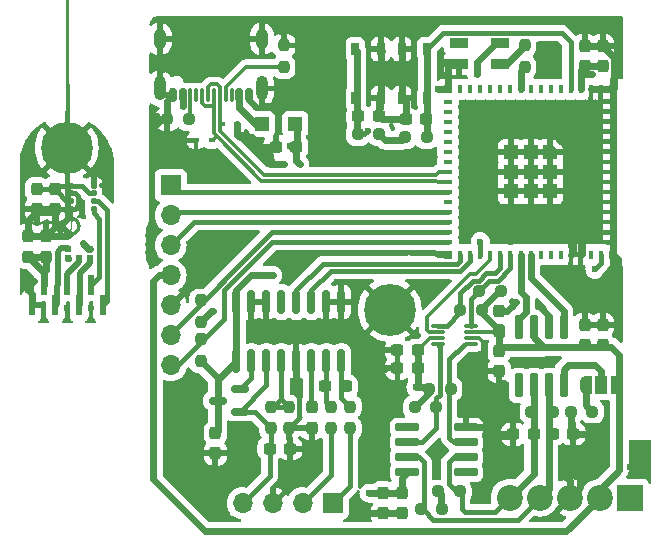
<source format=gtl>
G04 #@! TF.GenerationSoftware,KiCad,Pcbnew,8.0.5*
G04 #@! TF.CreationDate,2024-10-21T14:28:59+02:00*
G04 #@! TF.ProjectId,Slave,536c6176-652e-46b6-9963-61645f706362,rev?*
G04 #@! TF.SameCoordinates,Original*
G04 #@! TF.FileFunction,Copper,L1,Top*
G04 #@! TF.FilePolarity,Positive*
%FSLAX46Y46*%
G04 Gerber Fmt 4.6, Leading zero omitted, Abs format (unit mm)*
G04 Created by KiCad (PCBNEW 8.0.5) date 2024-10-21 14:28:59*
%MOMM*%
%LPD*%
G01*
G04 APERTURE LIST*
G04 Aperture macros list*
%AMRoundRect*
0 Rectangle with rounded corners*
0 $1 Rounding radius*
0 $2 $3 $4 $5 $6 $7 $8 $9 X,Y pos of 4 corners*
0 Add a 4 corners polygon primitive as box body*
4,1,4,$2,$3,$4,$5,$6,$7,$8,$9,$2,$3,0*
0 Add four circle primitives for the rounded corners*
1,1,$1+$1,$2,$3*
1,1,$1+$1,$4,$5*
1,1,$1+$1,$6,$7*
1,1,$1+$1,$8,$9*
0 Add four rect primitives between the rounded corners*
20,1,$1+$1,$2,$3,$4,$5,0*
20,1,$1+$1,$4,$5,$6,$7,0*
20,1,$1+$1,$6,$7,$8,$9,0*
20,1,$1+$1,$8,$9,$2,$3,0*%
%AMOutline5P*
0 Free polygon, 5 corners , with rotation*
0 The origin of the aperture is its center*
0 number of corners: always 5*
0 $1 to $10 corner X, Y*
0 $11 Rotation angle, in degrees counterclockwise*
0 create outline with 5 corners*
4,1,5,$1,$2,$3,$4,$5,$6,$7,$8,$9,$10,$1,$2,$11*%
%AMOutline6P*
0 Free polygon, 6 corners , with rotation*
0 The origin of the aperture is its center*
0 number of corners: always 6*
0 $1 to $12 corner X, Y*
0 $13 Rotation angle, in degrees counterclockwise*
0 create outline with 6 corners*
4,1,6,$1,$2,$3,$4,$5,$6,$7,$8,$9,$10,$11,$12,$1,$2,$13*%
%AMOutline7P*
0 Free polygon, 7 corners , with rotation*
0 The origin of the aperture is its center*
0 number of corners: always 7*
0 $1 to $14 corner X, Y*
0 $15 Rotation angle, in degrees counterclockwise*
0 create outline with 7 corners*
4,1,7,$1,$2,$3,$4,$5,$6,$7,$8,$9,$10,$11,$12,$13,$14,$1,$2,$15*%
%AMOutline8P*
0 Free polygon, 8 corners , with rotation*
0 The origin of the aperture is its center*
0 number of corners: always 8*
0 $1 to $16 corner X, Y*
0 $17 Rotation angle, in degrees counterclockwise*
0 create outline with 8 corners*
4,1,8,$1,$2,$3,$4,$5,$6,$7,$8,$9,$10,$11,$12,$13,$14,$15,$16,$1,$2,$17*%
%AMFreePoly0*
4,1,19,0.550000,-0.750000,0.000000,-0.750000,0.000000,-0.744911,-0.071157,-0.744911,-0.207708,-0.704816,-0.327430,-0.627875,-0.420627,-0.520320,-0.479746,-0.390866,-0.500000,-0.250000,-0.500000,0.250000,-0.479746,0.390866,-0.420627,0.520320,-0.327430,0.627875,-0.207708,0.704816,-0.071157,0.744911,0.000000,0.744911,0.000000,0.750000,0.550000,0.750000,0.550000,-0.750000,0.550000,-0.750000,
$1*%
%AMFreePoly1*
4,1,19,0.000000,0.744911,0.071157,0.744911,0.207708,0.704816,0.327430,0.627875,0.420627,0.520320,0.479746,0.390866,0.500000,0.250000,0.500000,-0.250000,0.479746,-0.390866,0.420627,-0.520320,0.327430,-0.627875,0.207708,-0.704816,0.071157,-0.744911,0.000000,-0.744911,0.000000,-0.750000,-0.550000,-0.750000,-0.550000,0.750000,0.000000,0.750000,0.000000,0.744911,0.000000,0.744911,
$1*%
%AMFreePoly2*
4,1,53,0.180798,1.454629,0.352531,1.394537,0.506585,1.297738,0.635238,1.169085,0.732037,1.015031,0.792129,0.843298,0.812500,0.662500,0.792129,0.481702,0.732037,0.309969,0.635238,0.155915,0.506585,0.027262,0.352531,-0.069537,0.180798,-0.129629,0.000000,-0.150000,-0.180798,-0.129629,-0.352531,-0.069537,-0.506585,0.027262,-0.635238,0.155915,-0.732037,0.309969,-0.792129,0.481702,
-0.812500,0.662500,-0.517770,0.662500,-0.496797,0.516627,-0.435576,0.382572,-0.339067,0.271196,-0.215089,0.191520,-0.073686,0.150000,0.073686,0.150000,0.215089,0.191520,0.339067,0.271196,0.435576,0.382572,0.496797,0.516627,0.517770,0.662500,0.496797,0.808373,0.435576,0.942428,0.339067,1.053804,0.215089,1.133480,0.073686,1.175000,-0.073686,1.175000,-0.215089,1.133480,
-0.339067,1.053804,-0.435576,0.942428,-0.496797,0.808373,-0.517770,0.662500,-0.812500,0.662500,-0.792129,0.843298,-0.732037,1.015031,-0.635238,1.169085,-0.506585,1.297738,-0.352531,1.394537,-0.180798,1.454629,0.000000,1.475000,0.180798,1.454629,0.180798,1.454629,$1*%
G04 Aperture macros list end*
G04 #@! TA.AperFunction,ComponentPad*
%ADD10R,1.700000X1.700000*%
G04 #@! TD*
G04 #@! TA.AperFunction,ComponentPad*
%ADD11O,1.700000X1.700000*%
G04 #@! TD*
G04 #@! TA.AperFunction,SMDPad,CuDef*
%ADD12RoundRect,0.237500X0.250000X0.237500X-0.250000X0.237500X-0.250000X-0.237500X0.250000X-0.237500X0*%
G04 #@! TD*
G04 #@! TA.AperFunction,SMDPad,CuDef*
%ADD13RoundRect,0.237500X-0.300000X-0.237500X0.300000X-0.237500X0.300000X0.237500X-0.300000X0.237500X0*%
G04 #@! TD*
G04 #@! TA.AperFunction,SMDPad,CuDef*
%ADD14RoundRect,0.237500X-0.237500X0.300000X-0.237500X-0.300000X0.237500X-0.300000X0.237500X0.300000X0*%
G04 #@! TD*
G04 #@! TA.AperFunction,SMDPad,CuDef*
%ADD15RoundRect,0.237500X0.300000X0.237500X-0.300000X0.237500X-0.300000X-0.237500X0.300000X-0.237500X0*%
G04 #@! TD*
G04 #@! TA.AperFunction,SMDPad,CuDef*
%ADD16RoundRect,0.237500X0.237500X-0.250000X0.237500X0.250000X-0.237500X0.250000X-0.237500X-0.250000X0*%
G04 #@! TD*
G04 #@! TA.AperFunction,SMDPad,CuDef*
%ADD17RoundRect,0.150000X0.150000X0.425000X-0.150000X0.425000X-0.150000X-0.425000X0.150000X-0.425000X0*%
G04 #@! TD*
G04 #@! TA.AperFunction,SMDPad,CuDef*
%ADD18RoundRect,0.075000X0.075000X0.500000X-0.075000X0.500000X-0.075000X-0.500000X0.075000X-0.500000X0*%
G04 #@! TD*
G04 #@! TA.AperFunction,ComponentPad*
%ADD19O,1.000000X2.100000*%
G04 #@! TD*
G04 #@! TA.AperFunction,ComponentPad*
%ADD20O,1.000000X1.800000*%
G04 #@! TD*
G04 #@! TA.AperFunction,SMDPad,CuDef*
%ADD21RoundRect,0.237500X0.237500X-0.300000X0.237500X0.300000X-0.237500X0.300000X-0.237500X-0.300000X0*%
G04 #@! TD*
G04 #@! TA.AperFunction,SMDPad,CuDef*
%ADD22RoundRect,0.150000X0.587500X0.150000X-0.587500X0.150000X-0.587500X-0.150000X0.587500X-0.150000X0*%
G04 #@! TD*
G04 #@! TA.AperFunction,SMDPad,CuDef*
%ADD23RoundRect,0.033750X0.526250X0.101250X-0.526250X0.101250X-0.526250X-0.101250X0.526250X-0.101250X0*%
G04 #@! TD*
G04 #@! TA.AperFunction,ComponentPad*
%ADD24R,2.200000X2.200000*%
G04 #@! TD*
G04 #@! TA.AperFunction,ComponentPad*
%ADD25C,2.200000*%
G04 #@! TD*
G04 #@! TA.AperFunction,SMDPad,CuDef*
%ADD26FreePoly0,0.000000*%
G04 #@! TD*
G04 #@! TA.AperFunction,SMDPad,CuDef*
%ADD27R,1.000000X1.500000*%
G04 #@! TD*
G04 #@! TA.AperFunction,SMDPad,CuDef*
%ADD28FreePoly1,0.000000*%
G04 #@! TD*
G04 #@! TA.AperFunction,SMDPad,CuDef*
%ADD29R,0.600000X0.522000*%
G04 #@! TD*
G04 #@! TA.AperFunction,SMDPad,CuDef*
%ADD30FreePoly2,270.000000*%
G04 #@! TD*
G04 #@! TA.AperFunction,SMDPad,CuDef*
%ADD31RoundRect,0.237500X-0.250000X-0.237500X0.250000X-0.237500X0.250000X0.237500X-0.250000X0.237500X0*%
G04 #@! TD*
G04 #@! TA.AperFunction,SMDPad,CuDef*
%ADD32R,0.600000X1.750000*%
G04 #@! TD*
G04 #@! TA.AperFunction,SMDPad,CuDef*
%ADD33RoundRect,0.075000X0.910000X0.225000X-0.910000X0.225000X-0.910000X-0.225000X0.910000X-0.225000X0*%
G04 #@! TD*
G04 #@! TA.AperFunction,SMDPad,CuDef*
%ADD34R,0.650000X1.050000*%
G04 #@! TD*
G04 #@! TA.AperFunction,SMDPad,CuDef*
%ADD35RoundRect,0.150000X0.150000X-0.850000X0.150000X0.850000X-0.150000X0.850000X-0.150000X-0.850000X0*%
G04 #@! TD*
G04 #@! TA.AperFunction,SMDPad,CuDef*
%ADD36R,0.400000X0.800000*%
G04 #@! TD*
G04 #@! TA.AperFunction,SMDPad,CuDef*
%ADD37R,0.800000X0.400000*%
G04 #@! TD*
G04 #@! TA.AperFunction,SMDPad,CuDef*
%ADD38Outline5P,-0.600000X0.204000X-0.204000X0.600000X0.600000X0.600000X0.600000X-0.600000X-0.600000X-0.600000X270.000000*%
G04 #@! TD*
G04 #@! TA.AperFunction,SMDPad,CuDef*
%ADD39R,1.200000X1.200000*%
G04 #@! TD*
G04 #@! TA.AperFunction,SMDPad,CuDef*
%ADD40R,0.800000X0.800000*%
G04 #@! TD*
G04 #@! TA.AperFunction,ComponentPad*
%ADD41C,0.700000*%
G04 #@! TD*
G04 #@! TA.AperFunction,ComponentPad*
%ADD42C,4.400000*%
G04 #@! TD*
G04 #@! TA.AperFunction,SMDPad,CuDef*
%ADD43RoundRect,0.075000X-0.225000X0.910000X-0.225000X-0.910000X0.225000X-0.910000X0.225000X0.910000X0*%
G04 #@! TD*
G04 #@! TA.AperFunction,SMDPad,CuDef*
%ADD44R,0.480000X0.400000*%
G04 #@! TD*
G04 #@! TA.AperFunction,SMDPad,CuDef*
%ADD45R,1.600000X0.850000*%
G04 #@! TD*
G04 #@! TA.AperFunction,SMDPad,CuDef*
%ADD46RoundRect,0.056250X-0.188750X-0.168750X0.188750X-0.168750X0.188750X0.168750X-0.188750X0.168750X0*%
G04 #@! TD*
G04 #@! TA.AperFunction,ViaPad*
%ADD47C,0.600000*%
G04 #@! TD*
G04 #@! TA.AperFunction,Conductor*
%ADD48C,0.600000*%
G04 #@! TD*
G04 #@! TA.AperFunction,Conductor*
%ADD49C,0.300000*%
G04 #@! TD*
G04 #@! TA.AperFunction,Conductor*
%ADD50C,0.400000*%
G04 #@! TD*
G04 #@! TA.AperFunction,Conductor*
%ADD51C,0.500000*%
G04 #@! TD*
G04 APERTURE END LIST*
D10*
X34798000Y-52324000D03*
D11*
X34798000Y-54864000D03*
X34798000Y-57404000D03*
X34798000Y-59944000D03*
X34798000Y-62484000D03*
X34798000Y-65024000D03*
X34798000Y-67564000D03*
D12*
X61142500Y-62880000D03*
X59317500Y-62880000D03*
D13*
X67163500Y-73365500D03*
X68888500Y-73365500D03*
D14*
X62611000Y-62945000D03*
X62611000Y-64670000D03*
D15*
X49630500Y-69342000D03*
X47905500Y-69342000D03*
X56412500Y-46736000D03*
X54687500Y-46736000D03*
D14*
X52762000Y-78385500D03*
X52762000Y-80110500D03*
D16*
X44390000Y-42312500D03*
X44390000Y-40487500D03*
D14*
X22724000Y-56649600D03*
X22724000Y-58374600D03*
D17*
X41402000Y-44704000D03*
X40602000Y-44704000D03*
D18*
X39452000Y-44704000D03*
X38452000Y-44704000D03*
X37952000Y-44704000D03*
X36952000Y-44704000D03*
D17*
X35802000Y-44704000D03*
X35002000Y-44704000D03*
X35002000Y-44704000D03*
X35802000Y-44704000D03*
D18*
X36452000Y-44704000D03*
X37452000Y-44704000D03*
X38952000Y-44704000D03*
X39952000Y-44704000D03*
D17*
X40602000Y-44704000D03*
X41402000Y-44704000D03*
D19*
X42522000Y-44129000D03*
D20*
X42522000Y-39949000D03*
D19*
X33882000Y-44129000D03*
D20*
X33882000Y-39949000D03*
D13*
X50699500Y-46482000D03*
X52424500Y-46482000D03*
D14*
X23448000Y-52645500D03*
X23448000Y-54370500D03*
D21*
X71374000Y-65886500D03*
X71374000Y-64161500D03*
D12*
X62732500Y-61270000D03*
X60907500Y-61270000D03*
D22*
X40662500Y-71512000D03*
X40662500Y-69612000D03*
X38787500Y-70562000D03*
D23*
X60206000Y-65774000D03*
X60206000Y-65274000D03*
X60206000Y-64774000D03*
X60206000Y-64274000D03*
X57396000Y-64274000D03*
X57396000Y-64774000D03*
X57396000Y-65274000D03*
X57396000Y-65774000D03*
D24*
X73660000Y-78770000D03*
D25*
X71120000Y-78770000D03*
X68580000Y-78770000D03*
X66040000Y-78770000D03*
X63500000Y-78770000D03*
D26*
X69947000Y-69215000D03*
D27*
X71247000Y-69215000D03*
D28*
X72547000Y-69215000D03*
D12*
X67160500Y-71501000D03*
X65335500Y-71501000D03*
D14*
X54356000Y-78385500D03*
X54356000Y-80110500D03*
D10*
X48504000Y-79248000D03*
D11*
X45964000Y-79248000D03*
X43424000Y-79248000D03*
X40884000Y-79248000D03*
D29*
X27942000Y-58514000D03*
X27942000Y-57692000D03*
D30*
X26379500Y-56440000D03*
D29*
X26142000Y-57692000D03*
X26142000Y-58514000D03*
X27042000Y-58514000D03*
D31*
X55983500Y-79756000D03*
X57808500Y-79756000D03*
D32*
X23042000Y-62484000D03*
X24042000Y-60734000D03*
X25042000Y-62484000D03*
X26042000Y-60734000D03*
X27042000Y-62484000D03*
X28042000Y-60734000D03*
X29042000Y-62484000D03*
D15*
X65522500Y-73400000D03*
X63797500Y-73400000D03*
D33*
X59765000Y-76635000D03*
X59765000Y-75365000D03*
X59765000Y-74095000D03*
X59765000Y-72825000D03*
X54825000Y-72825000D03*
X54825000Y-74095000D03*
X54825000Y-75365000D03*
X54825000Y-76635000D03*
D12*
X36332500Y-46736000D03*
X34507500Y-46736000D03*
D34*
X54356000Y-44958000D03*
X54356000Y-40808000D03*
X56506000Y-44958000D03*
X56506000Y-40808000D03*
D16*
X37338000Y-63904500D03*
X37338000Y-62079500D03*
D35*
X40360000Y-67220000D03*
X41630000Y-67220000D03*
X42900000Y-67220000D03*
X44170000Y-67220000D03*
X45440000Y-67220000D03*
X46710000Y-67220000D03*
X47980000Y-67220000D03*
X49250000Y-67220000D03*
X49250000Y-62220000D03*
X47980000Y-62220000D03*
X46710000Y-62220000D03*
X45440000Y-62220000D03*
X44170000Y-62220000D03*
X42900000Y-62220000D03*
X41630000Y-62220000D03*
X40360000Y-62220000D03*
D36*
X71218000Y-44196000D03*
X70368000Y-44196000D03*
X69518000Y-44196000D03*
X68668000Y-44196000D03*
X67818000Y-44196000D03*
X66968000Y-44196000D03*
X66118000Y-44196000D03*
X65268000Y-44196000D03*
X64418000Y-44196000D03*
X63568000Y-44196000D03*
X62718000Y-44196000D03*
X61868000Y-44196000D03*
X61018000Y-44196000D03*
X60168000Y-44196000D03*
X59318000Y-44196000D03*
D37*
X58268000Y-45246000D03*
X58268000Y-46096000D03*
X58268000Y-46946000D03*
X58268000Y-47796000D03*
X58268000Y-48646000D03*
X58268000Y-49496000D03*
X58268000Y-50346000D03*
X58268000Y-51196000D03*
X58268000Y-52046000D03*
X58268000Y-52896000D03*
X58268000Y-53746000D03*
X58268000Y-54596000D03*
X58268000Y-55446000D03*
X58268000Y-56296000D03*
X58268000Y-57146000D03*
D36*
X59318000Y-58196000D03*
X60168000Y-58196000D03*
X61018000Y-58196000D03*
X61868000Y-58196000D03*
X62718000Y-58196000D03*
X63568000Y-58196000D03*
X64418000Y-58196000D03*
X65268000Y-58196000D03*
X66118000Y-58196000D03*
X66968000Y-58196000D03*
X67818000Y-58196000D03*
X68668000Y-58196000D03*
X69518000Y-58196000D03*
X70368000Y-58196000D03*
X71218000Y-58196000D03*
D37*
X72268000Y-57146000D03*
X72268000Y-56296000D03*
X72268000Y-55446000D03*
X72268000Y-54596000D03*
X72268000Y-53746000D03*
X72268000Y-52896000D03*
X72268000Y-52046000D03*
X72268000Y-51196000D03*
X72268000Y-50346000D03*
X72268000Y-49496000D03*
X72268000Y-48646000D03*
X72268000Y-47796000D03*
X72268000Y-46946000D03*
X72268000Y-46096000D03*
X72268000Y-45246000D03*
D38*
X66918000Y-49546000D03*
D39*
X65268000Y-49546000D03*
X63618000Y-49546000D03*
X66918000Y-51196000D03*
X65268000Y-51196000D03*
X63618000Y-51196000D03*
X66918000Y-52846000D03*
X65268000Y-52846000D03*
X63618000Y-52846000D03*
D40*
X72268000Y-44196000D03*
X58268000Y-44196000D03*
X58268000Y-58196000D03*
X72268000Y-58196000D03*
D14*
X46736000Y-71127500D03*
X46736000Y-72852500D03*
D15*
X45415096Y-49066380D03*
X43690096Y-49066380D03*
D16*
X64770000Y-42314500D03*
X64770000Y-40489500D03*
D13*
X43180500Y-74626000D03*
X44905500Y-74626000D03*
D41*
X24350000Y-49150000D03*
X24833274Y-47983274D03*
X24833274Y-50316726D03*
X26000000Y-47500000D03*
D42*
X26000000Y-49150000D03*
D41*
X26000000Y-50800000D03*
X27166726Y-47983274D03*
X27166726Y-50316726D03*
X27650000Y-49150000D03*
D43*
X68072000Y-64332000D03*
X66802000Y-64332000D03*
X65532000Y-64332000D03*
X64262000Y-64332000D03*
X64262000Y-69272000D03*
X65532000Y-69272000D03*
X66802000Y-69272000D03*
X68072000Y-69272000D03*
D31*
X68683500Y-71501000D03*
X70508500Y-71501000D03*
D39*
X45342000Y-47130000D03*
X42542000Y-47130000D03*
D21*
X71374000Y-42264500D03*
X71374000Y-40539500D03*
D44*
X40422553Y-47133701D03*
X39102553Y-47133701D03*
D16*
X37338000Y-67206500D03*
X37338000Y-65381500D03*
D21*
X69850000Y-65886500D03*
X69850000Y-64161500D03*
D16*
X48366441Y-72887568D03*
X48366441Y-71062568D03*
X43281000Y-72895000D03*
X43281000Y-71070000D03*
D14*
X24248000Y-56649600D03*
X24248000Y-58374600D03*
D15*
X55726500Y-66294000D03*
X54001500Y-66294000D03*
D31*
X54637500Y-48260000D03*
X56462500Y-48260000D03*
D16*
X44805000Y-72895000D03*
X44805000Y-71070000D03*
D14*
X38582000Y-73295500D03*
X38582000Y-75020500D03*
D31*
X55475500Y-71120000D03*
X57300500Y-71120000D03*
X56685329Y-69565453D03*
X58510329Y-69565453D03*
D34*
X52578000Y-40808000D03*
X52578000Y-44958000D03*
X50428000Y-40808000D03*
X50428000Y-44958000D03*
D45*
X59210000Y-40273000D03*
X59210000Y-42023000D03*
X62710000Y-42023000D03*
X62710000Y-40273000D03*
D14*
X25010000Y-52604500D03*
X25010000Y-54329500D03*
D44*
X44388938Y-50539396D03*
X45708938Y-50539396D03*
D46*
X28266000Y-52365000D03*
X28266000Y-53015000D03*
X28266000Y-53665000D03*
X28266000Y-54315000D03*
X26326000Y-54315000D03*
X26326000Y-53665000D03*
X26326000Y-53015000D03*
X26326000Y-52365000D03*
D16*
X49988511Y-72888203D03*
X49988511Y-71063203D03*
D12*
X59290000Y-78232000D03*
X57465000Y-78232000D03*
D21*
X69850000Y-42264500D03*
X69850000Y-40539500D03*
D13*
X54001500Y-67818000D03*
X55726500Y-67818000D03*
D14*
X62611000Y-66320500D03*
X62611000Y-68045500D03*
D41*
X51690000Y-62865000D03*
X52173274Y-61698274D03*
X52173274Y-64031726D03*
X53340000Y-61215000D03*
D42*
X53340000Y-62865000D03*
D41*
X53340000Y-64515000D03*
X54506726Y-61698274D03*
X54506726Y-64031726D03*
X54990000Y-62865000D03*
D12*
X52474500Y-48006000D03*
X50649500Y-48006000D03*
D44*
X36940000Y-48514000D03*
X38260000Y-48514000D03*
D47*
X57658000Y-79248000D03*
X45466000Y-48006000D03*
X44903000Y-48967000D03*
X55559000Y-69409000D03*
X51588500Y-78385500D03*
X70231000Y-73406000D03*
X47244000Y-40386000D03*
X60452000Y-69088000D03*
X57404000Y-44196000D03*
X39116000Y-42418000D03*
X39370000Y-51816000D03*
X22724000Y-61214000D03*
X44196000Y-39370000D03*
X67100000Y-80520000D03*
X42037000Y-45720000D03*
X41402000Y-48260000D03*
X66548000Y-57023000D03*
X40132000Y-39878000D03*
X69750000Y-61380000D03*
X26026000Y-62738000D03*
X22724000Y-50546000D03*
X64040000Y-62190000D03*
X63246000Y-46990000D03*
X63246000Y-76454000D03*
X54102000Y-50038000D03*
X36576000Y-60960000D03*
X45974000Y-43434000D03*
X52070000Y-67818000D03*
X51562000Y-72644000D03*
X65913000Y-62484000D03*
X56896000Y-61468000D03*
X60706000Y-51054000D03*
X23232000Y-60452000D03*
X56134000Y-61722000D03*
X22470000Y-51308000D03*
X38100000Y-56896000D03*
X57404000Y-74726800D03*
X33655000Y-46482000D03*
X40640000Y-48260000D03*
X51562000Y-73406000D03*
X47244000Y-41402000D03*
X57658000Y-41910000D03*
X69980000Y-62040000D03*
X69596000Y-57150000D03*
X37465000Y-78232000D03*
X72644000Y-59537600D03*
X53594000Y-39624000D03*
X50927000Y-58039000D03*
X35560000Y-39878000D03*
X39370000Y-56896000D03*
X52959000Y-67945000D03*
X53848000Y-46736000D03*
X28312000Y-51054000D03*
X47498000Y-64770000D03*
X43053000Y-45593000D03*
X62611000Y-73533000D03*
X60706000Y-71374000D03*
X22570000Y-60452000D03*
X70480000Y-61480000D03*
X35560000Y-71628000D03*
X62992000Y-69088000D03*
X57150000Y-76200000D03*
X35560000Y-70612000D03*
X74676000Y-76200000D03*
X36322000Y-42418000D03*
X63627000Y-57150000D03*
X59690000Y-71374000D03*
X69469000Y-77216000D03*
X67056000Y-46990000D03*
X46482000Y-76962000D03*
X57404000Y-58166000D03*
X38100000Y-51816000D03*
X61214000Y-66802000D03*
X43180000Y-50546000D03*
X50038000Y-80518000D03*
X23232000Y-51308000D03*
X43434000Y-64770000D03*
X68834000Y-57150000D03*
X73660000Y-76200000D03*
X37318436Y-77221756D03*
X28058000Y-62738000D03*
X38608000Y-57912000D03*
X67310000Y-40894000D03*
X33528000Y-47244000D03*
X71374000Y-38862000D03*
X65024000Y-67310000D03*
X34163000Y-42545000D03*
X52451000Y-68580000D03*
X69850000Y-38862000D03*
X40894000Y-76454000D03*
X29050000Y-51150000D03*
X48006000Y-40894000D03*
X42418000Y-64770000D03*
X49022000Y-46228000D03*
X28800000Y-50400000D03*
X69088000Y-75692000D03*
X68326000Y-77089000D03*
X51487978Y-47713840D03*
X70713600Y-59436000D03*
X69538000Y-42940000D03*
X42418000Y-59944000D03*
X53594000Y-48514000D03*
X25010000Y-52832000D03*
X60706000Y-42926000D03*
X24248000Y-59182000D03*
X38354000Y-62992000D03*
X70500000Y-42940000D03*
X43434000Y-59944000D03*
X26153000Y-58547000D03*
X35802000Y-45593000D03*
X40663500Y-45823500D03*
X70485000Y-67564000D03*
X61018000Y-57092000D03*
D48*
X44903000Y-48967000D02*
X45315716Y-48967000D01*
X56528876Y-69409000D02*
X56685329Y-69565453D01*
X45315716Y-48967000D02*
X45415096Y-49066380D01*
X57658000Y-78425000D02*
X57465000Y-78232000D01*
X45466000Y-49015476D02*
X45415096Y-49066380D01*
X45466000Y-48006000D02*
X45466000Y-49015476D01*
X56685329Y-69565453D02*
X56685329Y-69910171D01*
X57658000Y-79605500D02*
X57808500Y-79756000D01*
X45466000Y-48006000D02*
X45466000Y-47254000D01*
X54356000Y-77104000D02*
X54825000Y-76635000D01*
X55559000Y-69409000D02*
X56528876Y-69409000D01*
X57658000Y-79248000D02*
X57658000Y-78425000D01*
X45415096Y-50245554D02*
X45708938Y-50539396D01*
X51588500Y-78385500D02*
X52762000Y-78385500D01*
X57658000Y-79248000D02*
X57658000Y-79605500D01*
X55559000Y-69409000D02*
X55726500Y-69241500D01*
D49*
X55726500Y-66294000D02*
X55726500Y-66272360D01*
D48*
X55726500Y-69241500D02*
X55726500Y-66294000D01*
X45415096Y-49066380D02*
X45415096Y-50245554D01*
X52762000Y-78385500D02*
X54356000Y-78385500D01*
X45466000Y-47254000D02*
X45342000Y-47130000D01*
X54356000Y-78385500D02*
X54356000Y-77104000D01*
D49*
X56724860Y-65274000D02*
X57396000Y-65274000D01*
D48*
X56685329Y-69910171D02*
X55475500Y-71120000D01*
D49*
X55726500Y-66272360D02*
X56724860Y-65274000D01*
D48*
X43180000Y-50546000D02*
X43180000Y-49784000D01*
X23232000Y-60452000D02*
X22570000Y-60452000D01*
X72644000Y-59537600D02*
X72644000Y-58572000D01*
D50*
X44805000Y-72895000D02*
X46693500Y-72895000D01*
D48*
X22724000Y-61214000D02*
X22724000Y-60960000D01*
X54687500Y-46736000D02*
X52678500Y-46736000D01*
X24248000Y-56649600D02*
X26032400Y-56649600D01*
X71374000Y-40539500D02*
X69850000Y-40539500D01*
D50*
X26680294Y-54315000D02*
X26326000Y-54315000D01*
X26326000Y-54315000D02*
X25024500Y-54315000D01*
D48*
X44382334Y-50546000D02*
X44388938Y-50539396D01*
X59097000Y-41910000D02*
X59210000Y-42023000D01*
D50*
X46693500Y-72895000D02*
X46736000Y-72852500D01*
D48*
X41656000Y-48260000D02*
X42456000Y-49060000D01*
X69469000Y-77216000D02*
X69469000Y-77881000D01*
X50445500Y-80110500D02*
X54356000Y-80110500D01*
X72644000Y-58572000D02*
X72268000Y-58196000D01*
X22724000Y-60960000D02*
X23232000Y-60452000D01*
D50*
X45680000Y-72020000D02*
X45680000Y-70260000D01*
D48*
X68580000Y-78770000D02*
X68580000Y-77343000D01*
X41402000Y-48260000D02*
X41656000Y-48260000D01*
D49*
X61214000Y-65610860D02*
X61214000Y-66802000D01*
D48*
X50038000Y-80518000D02*
X50445500Y-80110500D01*
X43180000Y-50546000D02*
X44382334Y-50546000D01*
X70368000Y-44196000D02*
X72268000Y-44196000D01*
X69596000Y-58118000D02*
X69518000Y-58196000D01*
X57658000Y-41910000D02*
X58166000Y-41910000D01*
D50*
X45470000Y-70050000D02*
X45470000Y-67250000D01*
D48*
X22724000Y-56649600D02*
X22724000Y-55295600D01*
X69469000Y-77881000D02*
X68580000Y-78770000D01*
D50*
X25024500Y-54315000D02*
X25010000Y-54329500D01*
D48*
X58268000Y-44196000D02*
X58268000Y-42012000D01*
D50*
X28266000Y-51100000D02*
X28266000Y-52365000D01*
D48*
X40640000Y-48260000D02*
X41402000Y-48260000D01*
D50*
X45680000Y-70260000D02*
X45470000Y-70050000D01*
D48*
X36576000Y-60960000D02*
X36322000Y-60960000D01*
X68683500Y-71501000D02*
X68683500Y-73160500D01*
D50*
X26717000Y-53015000D02*
X26971000Y-53269000D01*
D48*
X23042000Y-62484000D02*
X23042000Y-61532000D01*
X40422553Y-47133701D02*
X40422553Y-48042553D01*
X54356000Y-40808000D02*
X54356000Y-44958000D01*
X72349000Y-41514500D02*
X71374000Y-40539500D01*
X54687500Y-45289500D02*
X54356000Y-44958000D01*
X68834000Y-58030000D02*
X68668000Y-58196000D01*
X62760000Y-62945000D02*
X63285000Y-62945000D01*
X54687500Y-46736000D02*
X54687500Y-45289500D01*
D50*
X25042600Y-54498000D02*
X25010000Y-54530600D01*
D48*
X52424500Y-46482000D02*
X52424500Y-45111500D01*
X68929000Y-73406000D02*
X68888500Y-73365500D01*
X57404000Y-58166000D02*
X58238000Y-58166000D01*
X25010000Y-54530600D02*
X25010000Y-55887600D01*
X58268000Y-44196000D02*
X57404000Y-44196000D01*
X43180000Y-49784000D02*
X42456000Y-49060000D01*
D50*
X45470000Y-67250000D02*
X45440000Y-67220000D01*
D48*
X22724000Y-55295600D02*
X23448000Y-54571600D01*
X22570000Y-61060000D02*
X22724000Y-61214000D01*
X34507500Y-46736000D02*
X34507500Y-45198500D01*
X41402000Y-44704000D02*
X41402000Y-45085000D01*
X23448000Y-54571600D02*
X24969000Y-54571600D01*
X23042000Y-61532000D02*
X22724000Y-61214000D01*
X27942000Y-57692000D02*
X27825371Y-57692000D01*
X62611000Y-73533000D02*
X63664500Y-73533000D01*
X52424500Y-45111500D02*
X52578000Y-44958000D01*
X40422553Y-48042553D02*
X40640000Y-48260000D01*
X66802000Y-63373000D02*
X65913000Y-62484000D01*
X58268000Y-42012000D02*
X58166000Y-41910000D01*
X41402000Y-45085000D02*
X42037000Y-45720000D01*
X52678500Y-46736000D02*
X52424500Y-46482000D01*
X42456000Y-49060000D02*
X43097500Y-49060000D01*
X34507500Y-46736000D02*
X34036000Y-46736000D01*
D50*
X44905500Y-74626000D02*
X44905500Y-77766500D01*
D48*
X34507500Y-45198500D02*
X35002000Y-44704000D01*
X72268000Y-44196000D02*
X72268000Y-58196000D01*
X22570000Y-60452000D02*
X22570000Y-61060000D01*
D50*
X28312000Y-51054000D02*
X28266000Y-51100000D01*
D48*
X52726281Y-40940281D02*
X52637000Y-40851000D01*
X63664500Y-73533000D02*
X63797500Y-73400000D01*
X25010000Y-55887600D02*
X24248000Y-56649600D01*
X36322000Y-60960000D02*
X34798000Y-62484000D01*
X63285000Y-62945000D02*
X64040000Y-62190000D01*
X52578000Y-44958000D02*
X52578000Y-40808000D01*
D50*
X44805000Y-74525500D02*
X44905500Y-74626000D01*
D48*
X61903000Y-72825000D02*
X62611000Y-73533000D01*
X68580000Y-77343000D02*
X68326000Y-77089000D01*
D50*
X44805000Y-72895000D02*
X45680000Y-72020000D01*
D48*
X68683500Y-73160500D02*
X68888500Y-73365500D01*
X72268000Y-44196000D02*
X72349000Y-44115000D01*
D49*
X60877140Y-65274000D02*
X60206000Y-65274000D01*
D48*
X26032400Y-56649600D02*
X26242000Y-56440000D01*
X27825371Y-57692000D02*
X27373371Y-57240000D01*
X58166000Y-41910000D02*
X59097000Y-41910000D01*
X24969000Y-54571600D02*
X25010000Y-54530600D01*
D50*
X26971000Y-54024294D02*
X26680294Y-54315000D01*
X44805000Y-72895000D02*
X44805000Y-74525500D01*
D48*
X66802000Y-64332000D02*
X66802000Y-63373000D01*
X34036000Y-46736000D02*
X33528000Y-47244000D01*
D50*
X26326000Y-53015000D02*
X26717000Y-53015000D01*
X26971000Y-53269000D02*
X26971000Y-54024294D01*
D48*
X72349000Y-44115000D02*
X72349000Y-41514500D01*
X59765000Y-72825000D02*
X61903000Y-72825000D01*
X68834000Y-57150000D02*
X68834000Y-58030000D01*
X69596000Y-57150000D02*
X69596000Y-58118000D01*
D49*
X61214000Y-65610860D02*
X60877140Y-65274000D01*
D48*
X70231000Y-73406000D02*
X68929000Y-73406000D01*
X58238000Y-58166000D02*
X58268000Y-58196000D01*
X24248000Y-56649600D02*
X22724000Y-56649600D01*
D50*
X44905500Y-77766500D02*
X43424000Y-79248000D01*
X56506000Y-40808000D02*
X57866000Y-39448000D01*
D48*
X56506000Y-46388500D02*
X56412500Y-46482000D01*
X56462500Y-48260000D02*
X56462500Y-46532000D01*
X56506000Y-40808000D02*
X56506000Y-44958000D01*
D50*
X68668000Y-40220000D02*
X68668000Y-44196000D01*
D48*
X56462500Y-46532000D02*
X56412500Y-46482000D01*
X56506000Y-44958000D02*
X56506000Y-46388500D01*
D50*
X57866000Y-39448000D02*
X67896000Y-39448000D01*
X67896000Y-39448000D02*
X68668000Y-40220000D01*
X71218000Y-58931600D02*
X71218000Y-58196000D01*
D48*
X50699500Y-46482000D02*
X50546000Y-46482000D01*
D50*
X51195818Y-48006000D02*
X50649500Y-48006000D01*
D48*
X50649500Y-48006000D02*
X50546000Y-47902500D01*
X50546000Y-47902500D02*
X50546000Y-46482000D01*
X50546000Y-40926000D02*
X50428000Y-40808000D01*
X50546000Y-46482000D02*
X50546000Y-40926000D01*
D50*
X51487978Y-47713840D02*
X51195818Y-48006000D01*
X70713600Y-59436000D02*
X71218000Y-58931600D01*
D48*
X69850000Y-42264500D02*
X69518000Y-42596500D01*
D50*
X25249500Y-52365000D02*
X25010000Y-52604500D01*
D48*
X24248000Y-58374600D02*
X22724000Y-58374600D01*
X38787500Y-68792500D02*
X38787500Y-68656000D01*
X53594000Y-48514000D02*
X54383500Y-48514000D01*
X69518000Y-42596500D02*
X69518000Y-42960000D01*
D50*
X26326000Y-53665000D02*
X25971706Y-53665000D01*
D48*
X42418000Y-59944000D02*
X43434000Y-59944000D01*
D50*
X27261706Y-52365000D02*
X27911706Y-53015000D01*
X25010000Y-52604500D02*
X23489000Y-52604500D01*
D48*
X40360000Y-67220000D02*
X38787500Y-68792500D01*
D50*
X25138706Y-52832000D02*
X25010000Y-52832000D01*
D48*
X69538000Y-42940000D02*
X69518000Y-42960000D01*
X61124773Y-63134773D02*
X61124773Y-62700227D01*
X34798000Y-59944000D02*
X33782000Y-59944000D01*
X61124773Y-62700227D02*
X62555000Y-61270000D01*
D50*
X23448000Y-52645500D02*
X23545500Y-52548000D01*
D48*
X69518000Y-42960000D02*
X69518000Y-44196000D01*
D50*
X25971706Y-53665000D02*
X25138706Y-52832000D01*
D48*
X38787500Y-73090000D02*
X38582000Y-73295500D01*
X62738000Y-64362500D02*
X62352500Y-64362500D01*
X66338000Y-65995999D02*
X72091999Y-65995999D01*
D50*
X23489000Y-52604500D02*
X23448000Y-52645500D01*
X26326000Y-52365000D02*
X25249500Y-52365000D01*
X26326000Y-52365000D02*
X27261706Y-52365000D01*
D48*
X62838500Y-66040000D02*
X62738000Y-65939500D01*
X62555000Y-61270000D02*
X62732500Y-61270000D01*
X72768000Y-76462000D02*
X71120000Y-78110000D01*
X38787500Y-68656000D02*
X37338000Y-67206500D01*
X71374000Y-42264500D02*
X69850000Y-42264500D01*
X72091999Y-65995999D02*
X72768000Y-66672000D01*
X41636001Y-59944000D02*
X42418000Y-59944000D01*
X38250500Y-62992000D02*
X37338000Y-63904500D01*
X65532000Y-65189999D02*
X66338000Y-65995999D01*
X24248000Y-59182000D02*
X24248000Y-58374600D01*
X66293999Y-66040000D02*
X62838500Y-66040000D01*
X52982500Y-48514000D02*
X52474500Y-48006000D01*
X62611000Y-65151000D02*
X62738000Y-65024000D01*
X71120000Y-78110000D02*
X71120000Y-78770000D01*
X24042000Y-59692600D02*
X24042000Y-60734000D01*
X66338000Y-65995999D02*
X66293999Y-66040000D01*
X68260000Y-81630000D02*
X71120000Y-78770000D01*
X38787500Y-68792500D02*
X38787500Y-70562000D01*
X40360000Y-61220001D02*
X41636001Y-59944000D01*
X60706000Y-41902000D02*
X62335000Y-40273000D01*
D49*
X61214000Y-64774000D02*
X62326500Y-64774000D01*
D48*
X22724000Y-58374600D02*
X24042000Y-59692600D01*
X54383500Y-48514000D02*
X54637500Y-48260000D01*
X65532000Y-64332000D02*
X65532000Y-65189999D01*
X62335000Y-40273000D02*
X62710000Y-40273000D01*
X38354000Y-62992000D02*
X38250500Y-62992000D01*
X37338000Y-63904500D02*
X37441500Y-63904500D01*
X24042000Y-59692600D02*
X24248000Y-59486600D01*
X53594000Y-48514000D02*
X52982500Y-48514000D01*
X33312000Y-77216000D02*
X37726000Y-81630000D01*
X62611000Y-66320500D02*
X62611000Y-65151000D01*
X40360000Y-62220000D02*
X40360000Y-67220000D01*
D50*
X27911706Y-53015000D02*
X28266000Y-53015000D01*
D48*
X33782000Y-59944000D02*
X33312000Y-60414000D01*
D49*
X62326500Y-64774000D02*
X62738000Y-64362500D01*
X60206000Y-64774000D02*
X61214000Y-64774000D01*
D48*
X69538000Y-42940000D02*
X70500000Y-42940000D01*
X38787500Y-70562000D02*
X38787500Y-73090000D01*
X37726000Y-81630000D02*
X68260000Y-81630000D01*
X62352500Y-64362500D02*
X61124773Y-63134773D01*
X60706000Y-42926000D02*
X60706000Y-41902000D01*
X40360000Y-62220000D02*
X40360000Y-61220001D01*
X72768000Y-66672000D02*
X72768000Y-76462000D01*
X62738000Y-65024000D02*
X62738000Y-64362500D01*
X24248000Y-59486600D02*
X24248000Y-59182000D01*
X33312000Y-60414000D02*
X33312000Y-77216000D01*
D50*
X23448000Y-52645500D02*
X23523358Y-52645500D01*
X43281000Y-74525500D02*
X43180500Y-74626000D01*
X42900000Y-69274500D02*
X40662500Y-71512000D01*
X42900000Y-67220000D02*
X42900000Y-69274500D01*
X43180500Y-76951500D02*
X40884000Y-79248000D01*
X41898000Y-71512000D02*
X43281000Y-72895000D01*
X43180500Y-74626000D02*
X43180500Y-76951500D01*
X43281000Y-72895000D02*
X43281000Y-74525500D01*
X40662500Y-71512000D02*
X41898000Y-71512000D01*
X49250000Y-67220000D02*
X49250000Y-70324692D01*
X49250000Y-70324692D02*
X49988511Y-71063203D01*
X46710000Y-67220000D02*
X46710000Y-71101500D01*
X46710000Y-71101500D02*
X46736000Y-71127500D01*
X48366441Y-72887568D02*
X48366441Y-76845559D01*
X48366441Y-76845559D02*
X45964000Y-79248000D01*
X49988511Y-77763489D02*
X48504000Y-79248000D01*
X49988511Y-72888203D02*
X49988511Y-77763489D01*
X58380000Y-77594000D02*
X59436000Y-78650000D01*
X59436000Y-79756000D02*
X59690000Y-80010000D01*
X59436000Y-78650000D02*
X59436000Y-79756000D01*
X59690000Y-80010000D02*
X62260000Y-80010000D01*
D48*
X65532000Y-69272000D02*
X65532000Y-76738000D01*
X65532000Y-76738000D02*
X63500000Y-78770000D01*
D50*
X58380000Y-75765001D02*
X58380000Y-77594000D01*
X62260000Y-80010000D02*
X63500000Y-78770000D01*
X59765000Y-75365000D02*
X58780001Y-75365000D01*
X58780001Y-75365000D02*
X58380000Y-75765001D01*
D48*
X66802000Y-69272000D02*
X66802000Y-78008000D01*
D50*
X56210000Y-79832000D02*
X57009000Y-80631000D01*
X57009000Y-80631000D02*
X64179000Y-80631000D01*
X56210000Y-75765001D02*
X56210000Y-79832000D01*
X55809999Y-75365000D02*
X56210000Y-75765001D01*
D48*
X66802000Y-78008000D02*
X66040000Y-78770000D01*
D50*
X64179000Y-80631000D02*
X66040000Y-78770000D01*
D49*
X57394218Y-52046000D02*
X58268000Y-52046000D01*
X38452000Y-47914200D02*
X38702900Y-48165100D01*
X38452000Y-44704000D02*
X38452000Y-47914200D01*
X38289000Y-45629000D02*
X38452000Y-45466000D01*
X42480800Y-51943000D02*
X57291218Y-51943000D01*
X37452000Y-44704000D02*
X37452000Y-45382120D01*
X38452000Y-45466000D02*
X38452000Y-44704000D01*
X38260000Y-48514000D02*
X38354000Y-48514000D01*
X37698880Y-45629000D02*
X38289000Y-45629000D01*
X57291218Y-51943000D02*
X57394218Y-52046000D01*
X38354000Y-48514000D02*
X38702900Y-48165100D01*
X37452000Y-45382120D02*
X37698880Y-45629000D01*
X38702900Y-48165100D02*
X42480800Y-51943000D01*
D48*
X35802000Y-44704000D02*
X35802000Y-45593000D01*
X41970000Y-47130000D02*
X42034000Y-47130000D01*
X40663500Y-45823500D02*
X41970000Y-47130000D01*
X40602000Y-45762000D02*
X40663500Y-45823500D01*
X40602000Y-44704000D02*
X40602000Y-45762000D01*
D49*
X38705120Y-43779000D02*
X38198880Y-43779000D01*
X38952000Y-44025880D02*
X38705120Y-43779000D01*
X57516000Y-51196000D02*
X58268000Y-51196000D01*
X37952000Y-44025880D02*
X37952000Y-44704000D01*
X38198880Y-43779000D02*
X37952000Y-44025880D01*
X38952000Y-44704000D02*
X38952000Y-47698950D01*
X38952000Y-47698950D02*
X42688050Y-51435000D01*
X38952000Y-44704000D02*
X38952000Y-44025880D01*
X57277000Y-51435000D02*
X57516000Y-51196000D01*
X42688050Y-51435000D02*
X57277000Y-51435000D01*
D48*
X64770000Y-40489500D02*
X63236500Y-42023000D01*
X63236500Y-42023000D02*
X62710000Y-42023000D01*
D49*
X39452000Y-44025880D02*
X41165380Y-42312500D01*
X41165380Y-42312500D02*
X44390000Y-42312500D01*
X39452000Y-44704000D02*
X39452000Y-44025880D01*
X36332500Y-46736000D02*
X36452000Y-46616500D01*
X36452000Y-46616500D02*
X36452000Y-44704000D01*
D51*
X27134000Y-59746000D02*
X27942000Y-58938000D01*
X27942000Y-58938000D02*
X27942000Y-58514000D01*
D50*
X58268000Y-55446000D02*
X36756000Y-55446000D01*
D51*
X27134000Y-62392000D02*
X27134000Y-59746000D01*
D50*
X27042000Y-62484000D02*
X27134000Y-62392000D01*
X36756000Y-55446000D02*
X34798000Y-57404000D01*
D51*
X25526000Y-57669000D02*
X26069000Y-57669000D01*
D50*
X25042000Y-62484000D02*
X25123000Y-62403000D01*
X35066000Y-54596000D02*
X34798000Y-54864000D01*
D51*
X25050000Y-62380000D02*
X25042000Y-62388000D01*
X25042000Y-62388000D02*
X25042000Y-62484000D01*
X25042000Y-62484000D02*
X25173000Y-62353000D01*
D50*
X58268000Y-54596000D02*
X35066000Y-54596000D01*
D51*
X25173000Y-62353000D02*
X25173000Y-60857000D01*
X25250000Y-57945000D02*
X25526000Y-57669000D01*
X25250000Y-60780000D02*
X25250000Y-57945000D01*
X25173000Y-60857000D02*
X25250000Y-60780000D01*
X26042000Y-59818000D02*
X27042000Y-58818000D01*
X26042000Y-60734000D02*
X26042000Y-59818000D01*
D50*
X58268000Y-52896000D02*
X35370000Y-52896000D01*
D51*
X27042000Y-58818000D02*
X27042000Y-58514000D01*
D50*
X35370000Y-52896000D02*
X34798000Y-52324000D01*
X60386858Y-60395000D02*
X59299773Y-61482085D01*
X59317500Y-62880000D02*
X59317500Y-63062500D01*
X59317500Y-63062500D02*
X58156000Y-64224000D01*
X62718000Y-58196000D02*
X62718000Y-59306000D01*
X62718000Y-59306000D02*
X62229000Y-59795000D01*
X62229000Y-59795000D02*
X61533972Y-59795000D01*
X59299773Y-61482085D02*
X59299773Y-62586968D01*
X60933972Y-60395000D02*
X60386858Y-60395000D01*
X58156000Y-64224000D02*
X57396000Y-64224000D01*
X61533972Y-59795000D02*
X60933972Y-60395000D01*
X61782500Y-60395000D02*
X62541000Y-60395000D01*
X60206000Y-61971500D02*
X61782500Y-60395000D01*
X60206000Y-64224000D02*
X60206000Y-61971500D01*
X62541000Y-60395000D02*
X63568000Y-59368000D01*
X63568000Y-59368000D02*
X63568000Y-58196000D01*
X57300500Y-72899900D02*
X56105400Y-74095000D01*
X57572829Y-65950829D02*
X57572829Y-70073595D01*
X57531000Y-65909000D02*
X57572829Y-65950829D01*
D49*
X55293120Y-74095000D02*
X54825000Y-74095000D01*
D50*
X57572829Y-70073595D02*
X57300500Y-70345924D01*
X56105400Y-74095000D02*
X55293120Y-74095000D01*
X57300500Y-70345924D02*
X57300500Y-72899900D01*
D49*
X57396000Y-65774000D02*
X57531000Y-65909000D01*
D50*
X59765000Y-74095000D02*
X58780001Y-74095000D01*
X58380000Y-67060000D02*
X59600000Y-65840000D01*
X58780001Y-74095000D02*
X58380000Y-73694999D01*
X58380000Y-73694999D02*
X58380000Y-67060000D01*
D48*
X64770000Y-42314500D02*
X64418000Y-42666500D01*
X64418000Y-42666500D02*
X64418000Y-44196000D01*
D50*
X29378059Y-59964663D02*
X29389146Y-59512194D01*
X29378059Y-62147941D02*
X29378059Y-59964663D01*
X29378059Y-59501107D02*
X29378059Y-54422765D01*
X43409705Y-56296000D02*
X34798000Y-64907705D01*
X28620294Y-53665000D02*
X28266000Y-53665000D01*
X58268000Y-56296000D02*
X43409705Y-56296000D01*
X34798000Y-64907705D02*
X34798000Y-65024000D01*
X29389146Y-59512194D02*
X29378059Y-59501107D01*
X29378059Y-54422765D02*
X28620294Y-53665000D01*
X29042000Y-62484000D02*
X29378059Y-62147941D01*
X45440000Y-61220001D02*
X45440000Y-62220000D01*
X59318000Y-58196000D02*
X59318000Y-58746000D01*
X54960000Y-58980000D02*
X47680001Y-58980000D01*
X59068000Y-58996000D02*
X55016000Y-58996000D01*
X54980000Y-58960000D02*
X54960000Y-58980000D01*
X47680001Y-58980000D02*
X45440000Y-61220001D01*
X59318000Y-58746000D02*
X59068000Y-58996000D01*
X55016000Y-58996000D02*
X54980000Y-58960000D01*
D48*
X65278000Y-58928000D02*
X65278000Y-60198000D01*
X68072000Y-62992000D02*
X68072000Y-64205000D01*
X65268000Y-58196000D02*
X65268000Y-58918000D01*
D50*
X68072000Y-64205000D02*
X68199000Y-64332000D01*
D48*
X65268000Y-58918000D02*
X65278000Y-58928000D01*
X65278000Y-60198000D02*
X68072000Y-62992000D01*
D50*
X64262000Y-64332000D02*
X64389000Y-64332000D01*
D48*
X64262000Y-63651748D02*
X64262000Y-64332000D01*
X64845874Y-63067874D02*
X64262000Y-63651748D01*
X64845874Y-61797874D02*
X64845874Y-63067874D01*
X64418000Y-61370000D02*
X64845874Y-61797874D01*
X64418000Y-58196000D02*
X64418000Y-61370000D01*
D50*
X59316528Y-59596000D02*
X60168000Y-58744528D01*
X48334001Y-59596000D02*
X59316528Y-59596000D01*
X46710000Y-61220001D02*
X48334001Y-59596000D01*
X46710000Y-62220000D02*
X46710000Y-61220001D01*
X60168000Y-58744528D02*
X60168000Y-58196000D01*
X39340000Y-63657000D02*
X35433000Y-67564000D01*
X35433000Y-67564000D02*
X34798000Y-67564000D01*
X28724000Y-55164000D02*
X28266000Y-54706000D01*
X58268000Y-57146000D02*
X43408233Y-57146000D01*
X28042000Y-60734000D02*
X28724000Y-60052000D01*
X39340000Y-61214233D02*
X39340000Y-63657000D01*
X43408233Y-57146000D02*
X39340000Y-61214233D01*
X28724000Y-60052000D02*
X28724000Y-55164000D01*
X28266000Y-54706000D02*
X28266000Y-54315000D01*
X41630000Y-68644500D02*
X41630000Y-67220000D01*
X40662500Y-69612000D02*
X41630000Y-68644500D01*
X47980000Y-70676127D02*
X48366441Y-71062568D01*
X47980000Y-67220000D02*
X47980000Y-70676127D01*
X44170000Y-67220000D02*
X44170000Y-70435000D01*
X43535000Y-71070000D02*
X44170000Y-70435000D01*
X43281000Y-71070000D02*
X44805000Y-71070000D01*
X43281000Y-71070000D02*
X43535000Y-71070000D01*
X44170000Y-70435000D02*
X44805000Y-71070000D01*
D49*
X60159040Y-59845000D02*
X56486000Y-63518040D01*
X61868000Y-58196000D02*
X61868000Y-58646000D01*
X56486000Y-64550000D02*
X56710000Y-64774000D01*
X61868000Y-58646000D02*
X60669000Y-59845000D01*
X56710000Y-64774000D02*
X57396000Y-64774000D01*
X56486000Y-63518040D02*
X56486000Y-64550000D01*
X60669000Y-59845000D02*
X60159040Y-59845000D01*
D48*
X68072000Y-69272000D02*
X68072000Y-67945000D01*
X70739000Y-67564000D02*
X71247000Y-68072000D01*
D50*
X61018000Y-57092000D02*
X61018000Y-58196000D01*
D48*
X68072000Y-67945000D02*
X68453000Y-67564000D01*
X68453000Y-67564000D02*
X70485000Y-67564000D01*
X71247000Y-68072000D02*
X71247000Y-69215000D01*
X70485000Y-67564000D02*
X70739000Y-67564000D01*
X70508500Y-71501000D02*
X69947000Y-70939500D01*
X69947000Y-70939500D02*
X69947000Y-69215000D01*
G04 #@! TA.AperFunction,Conductor*
G36*
X36367119Y-67723050D02*
G01*
X36423052Y-67764922D01*
X36429323Y-67774135D01*
X36517657Y-67917346D01*
X36517660Y-67917350D01*
X36639650Y-68039340D01*
X36786484Y-68129908D01*
X36950247Y-68184174D01*
X37051323Y-68194500D01*
X37142559Y-68194499D01*
X37209597Y-68214183D01*
X37230240Y-68230818D01*
X37950681Y-68951259D01*
X37984166Y-69012582D01*
X37987000Y-69038940D01*
X37987000Y-69711496D01*
X37967315Y-69778535D01*
X37926121Y-69818228D01*
X37798138Y-69893916D01*
X37798129Y-69893923D01*
X37681923Y-70010129D01*
X37681917Y-70010137D01*
X37598255Y-70151603D01*
X37598254Y-70151606D01*
X37552402Y-70309426D01*
X37552401Y-70309432D01*
X37549500Y-70346298D01*
X37549500Y-70777701D01*
X37552401Y-70814567D01*
X37552402Y-70814573D01*
X37598254Y-70972393D01*
X37598255Y-70972396D01*
X37681917Y-71113862D01*
X37681923Y-71113870D01*
X37798129Y-71230076D01*
X37798133Y-71230079D01*
X37798135Y-71230081D01*
X37926121Y-71305771D01*
X37973804Y-71356840D01*
X37987000Y-71412503D01*
X37987000Y-72279706D01*
X37967315Y-72346745D01*
X37928097Y-72385244D01*
X37883653Y-72412657D01*
X37883649Y-72412660D01*
X37761661Y-72534648D01*
X37671093Y-72681481D01*
X37671091Y-72681486D01*
X37657982Y-72721047D01*
X37616826Y-72845247D01*
X37616826Y-72845248D01*
X37616825Y-72845248D01*
X37606500Y-72946315D01*
X37606500Y-73644669D01*
X37606501Y-73644687D01*
X37616825Y-73745752D01*
X37633545Y-73796208D01*
X37664624Y-73889998D01*
X37671092Y-73909515D01*
X37671093Y-73909518D01*
X37675718Y-73917016D01*
X37761659Y-74056349D01*
X37761661Y-74056351D01*
X37775982Y-74070672D01*
X37809467Y-74131995D01*
X37804483Y-74201687D01*
X37775985Y-74246032D01*
X37762052Y-74259965D01*
X37671551Y-74406688D01*
X37671546Y-74406699D01*
X37617319Y-74570347D01*
X37607000Y-74671345D01*
X37607000Y-74770500D01*
X39556999Y-74770500D01*
X39556999Y-74671360D01*
X39556998Y-74671345D01*
X39546680Y-74570347D01*
X39492453Y-74406699D01*
X39492448Y-74406688D01*
X39401947Y-74259965D01*
X39401944Y-74259961D01*
X39388017Y-74246034D01*
X39354532Y-74184711D01*
X39359516Y-74115019D01*
X39388017Y-74070672D01*
X39402340Y-74056350D01*
X39492908Y-73909516D01*
X39547174Y-73745753D01*
X39557500Y-73644677D01*
X39557499Y-73334388D01*
X39559882Y-73310197D01*
X39588000Y-73168844D01*
X39588000Y-72347127D01*
X39607685Y-72280088D01*
X39660489Y-72234333D01*
X39729647Y-72224389D01*
X39775120Y-72240394D01*
X39814602Y-72263744D01*
X39844978Y-72272569D01*
X39972426Y-72309597D01*
X39972429Y-72309597D01*
X39972431Y-72309598D01*
X40009306Y-72312500D01*
X40009314Y-72312500D01*
X41315686Y-72312500D01*
X41315694Y-72312500D01*
X41352569Y-72309598D01*
X41352571Y-72309597D01*
X41352573Y-72309597D01*
X41394191Y-72297505D01*
X41510398Y-72263744D01*
X41521041Y-72257449D01*
X41588762Y-72240266D01*
X41655025Y-72262424D01*
X41671843Y-72276500D01*
X42269181Y-72873837D01*
X42302666Y-72935160D01*
X42305500Y-72961517D01*
X42305500Y-73194168D01*
X42305501Y-73194187D01*
X42315825Y-73295252D01*
X42328794Y-73334389D01*
X42367840Y-73452221D01*
X42370092Y-73459015D01*
X42370093Y-73459018D01*
X42460661Y-73605852D01*
X42465138Y-73611513D01*
X42463233Y-73613018D01*
X42491191Y-73664219D01*
X42486207Y-73733911D01*
X42444335Y-73789844D01*
X42435126Y-73796113D01*
X42419652Y-73805657D01*
X42297661Y-73927648D01*
X42207093Y-74074481D01*
X42207091Y-74074486D01*
X42193660Y-74115019D01*
X42152826Y-74238247D01*
X42152826Y-74238248D01*
X42152825Y-74238248D01*
X42142500Y-74339315D01*
X42142500Y-74912669D01*
X42142501Y-74912687D01*
X42152825Y-75013752D01*
X42182158Y-75102272D01*
X42207092Y-75177516D01*
X42297660Y-75324350D01*
X42419650Y-75446340D01*
X42421098Y-75447233D01*
X42421882Y-75448104D01*
X42425317Y-75450821D01*
X42424852Y-75451407D01*
X42467821Y-75499180D01*
X42480000Y-75552771D01*
X42480000Y-76609980D01*
X42460315Y-76677019D01*
X42443681Y-76697661D01*
X41255994Y-77885347D01*
X41194671Y-77918832D01*
X41136225Y-77917442D01*
X41119410Y-77912937D01*
X40884001Y-77892341D01*
X40883999Y-77892341D01*
X40648596Y-77912936D01*
X40648586Y-77912938D01*
X40420344Y-77974094D01*
X40420335Y-77974098D01*
X40206171Y-78073964D01*
X40206169Y-78073965D01*
X40012597Y-78209505D01*
X39845505Y-78376597D01*
X39709965Y-78570169D01*
X39709964Y-78570171D01*
X39616401Y-78770816D01*
X39610479Y-78783519D01*
X39610098Y-78784335D01*
X39610094Y-78784344D01*
X39548938Y-79012586D01*
X39548936Y-79012596D01*
X39528341Y-79247999D01*
X39528341Y-79248000D01*
X39548936Y-79483403D01*
X39548938Y-79483413D01*
X39610094Y-79711655D01*
X39610096Y-79711659D01*
X39610097Y-79711663D01*
X39689801Y-79882588D01*
X39709965Y-79925830D01*
X39709967Y-79925834D01*
X39793624Y-80045308D01*
X39845505Y-80119401D01*
X40012599Y-80286495D01*
X40102285Y-80349294D01*
X40206165Y-80422032D01*
X40206167Y-80422033D01*
X40206170Y-80422035D01*
X40420337Y-80521903D01*
X40648592Y-80583063D01*
X40648597Y-80583063D01*
X40650411Y-80583384D01*
X40651141Y-80583746D01*
X40653821Y-80584464D01*
X40653676Y-80585002D01*
X40713014Y-80614410D01*
X40748905Y-80674356D01*
X40746689Y-80744191D01*
X40707070Y-80801741D01*
X40642625Y-80828736D01*
X40628880Y-80829500D01*
X38108940Y-80829500D01*
X38041901Y-80809815D01*
X38021259Y-80793181D01*
X34148819Y-76920741D01*
X34115334Y-76859418D01*
X34112500Y-76833060D01*
X34112500Y-75369654D01*
X37607001Y-75369654D01*
X37617319Y-75470652D01*
X37671546Y-75634300D01*
X37671551Y-75634311D01*
X37762052Y-75781034D01*
X37762055Y-75781038D01*
X37883961Y-75902944D01*
X37883965Y-75902947D01*
X38030688Y-75993448D01*
X38030699Y-75993453D01*
X38194347Y-76047680D01*
X38295352Y-76057999D01*
X38332000Y-76057999D01*
X38832000Y-76057999D01*
X38868640Y-76057999D01*
X38868654Y-76057998D01*
X38969652Y-76047680D01*
X39133300Y-75993453D01*
X39133311Y-75993448D01*
X39280034Y-75902947D01*
X39280038Y-75902944D01*
X39401944Y-75781038D01*
X39401947Y-75781034D01*
X39492448Y-75634311D01*
X39492453Y-75634300D01*
X39546680Y-75470652D01*
X39556999Y-75369654D01*
X39557000Y-75369641D01*
X39557000Y-75270500D01*
X38832000Y-75270500D01*
X38832000Y-76057999D01*
X38332000Y-76057999D01*
X38332000Y-75270500D01*
X37607001Y-75270500D01*
X37607001Y-75369654D01*
X34112500Y-75369654D01*
X34112500Y-68929099D01*
X34132185Y-68862060D01*
X34184989Y-68816305D01*
X34254147Y-68806361D01*
X34288899Y-68816715D01*
X34334337Y-68837903D01*
X34562592Y-68899063D01*
X34750918Y-68915539D01*
X34797999Y-68919659D01*
X34798000Y-68919659D01*
X34798001Y-68919659D01*
X34837234Y-68916226D01*
X35033408Y-68899063D01*
X35261663Y-68837903D01*
X35475830Y-68738035D01*
X35669401Y-68602495D01*
X35836495Y-68435401D01*
X35972035Y-68241830D01*
X36071903Y-68027663D01*
X36104264Y-67906886D01*
X36136356Y-67851299D01*
X36236106Y-67751549D01*
X36297427Y-67718066D01*
X36367119Y-67723050D01*
G37*
G04 #@! TD.AperFunction*
G04 #@! TA.AperFunction,Conductor*
G36*
X50760003Y-78124690D02*
G01*
X50796723Y-78184133D01*
X50800362Y-78230828D01*
X50797390Y-78257196D01*
X50795788Y-78267494D01*
X50788000Y-78306652D01*
X50788000Y-78333585D01*
X50787220Y-78347469D01*
X50782935Y-78385498D01*
X50782935Y-78385501D01*
X50787220Y-78423529D01*
X50788000Y-78437414D01*
X50788000Y-78464344D01*
X50795788Y-78503503D01*
X50797390Y-78513803D01*
X50797959Y-78518848D01*
X50802888Y-78562594D01*
X50803132Y-78564752D01*
X50803133Y-78564760D01*
X50811476Y-78588604D01*
X50816050Y-78605360D01*
X50818762Y-78618996D01*
X50839009Y-78667877D01*
X50841486Y-78674367D01*
X50862590Y-78734677D01*
X50862712Y-78735024D01*
X50869209Y-78745365D01*
X50878768Y-78763865D01*
X50879103Y-78764673D01*
X50879105Y-78764679D01*
X50915723Y-78819482D01*
X50917614Y-78822400D01*
X50958680Y-78887757D01*
X50958682Y-78887760D01*
X50958684Y-78887762D01*
X51086238Y-79015316D01*
X51095520Y-79021148D01*
X51151631Y-79056405D01*
X51154540Y-79058290D01*
X51209321Y-79094894D01*
X51210106Y-79095219D01*
X51228634Y-79104789D01*
X51238978Y-79111289D01*
X51299675Y-79132528D01*
X51306107Y-79134984D01*
X51325238Y-79142908D01*
X51354997Y-79155235D01*
X51354998Y-79155235D01*
X51355003Y-79155237D01*
X51368639Y-79157949D01*
X51385398Y-79162523D01*
X51409245Y-79170868D01*
X51460214Y-79176610D01*
X51470492Y-79178209D01*
X51490424Y-79182174D01*
X51509657Y-79186000D01*
X51509658Y-79186000D01*
X51536585Y-79186000D01*
X51550469Y-79186780D01*
X51588498Y-79191065D01*
X51588500Y-79191065D01*
X51588502Y-79191065D01*
X51626531Y-79186780D01*
X51640415Y-79186000D01*
X51821013Y-79186000D01*
X51888052Y-79205685D01*
X51933807Y-79258489D01*
X51943751Y-79327647D01*
X51926551Y-79375097D01*
X51851551Y-79496688D01*
X51851546Y-79496699D01*
X51797319Y-79660347D01*
X51787000Y-79761345D01*
X51787000Y-79860500D01*
X54482000Y-79860500D01*
X54549039Y-79880185D01*
X54594794Y-79932989D01*
X54606000Y-79984500D01*
X54606000Y-80236500D01*
X54586315Y-80303539D01*
X54533511Y-80349294D01*
X54482000Y-80360500D01*
X51787001Y-80360500D01*
X51787001Y-80459654D01*
X51797319Y-80560652D01*
X51832392Y-80666496D01*
X51834794Y-80736325D01*
X51799062Y-80796366D01*
X51736541Y-80827559D01*
X51714686Y-80829500D01*
X49512251Y-80829500D01*
X49445212Y-80809815D01*
X49399457Y-80757011D01*
X49389513Y-80687853D01*
X49418538Y-80624297D01*
X49468918Y-80589318D01*
X49596328Y-80541797D01*
X49596327Y-80541797D01*
X49596331Y-80541796D01*
X49711546Y-80455546D01*
X49797796Y-80340331D01*
X49848091Y-80205483D01*
X49854500Y-80145873D01*
X49854499Y-78939518D01*
X49874184Y-78872480D01*
X49890818Y-78851838D01*
X50532622Y-78210035D01*
X50532623Y-78210034D01*
X50532623Y-78210033D01*
X50532625Y-78210032D01*
X50574040Y-78148048D01*
X50627651Y-78103245D01*
X50696976Y-78094536D01*
X50760003Y-78124690D01*
G37*
G04 #@! TD.AperFunction*
G04 #@! TA.AperFunction,Conductor*
G36*
X68067482Y-78982292D02*
G01*
X68139890Y-79107708D01*
X68242292Y-79210110D01*
X68367708Y-79282518D01*
X68409765Y-79293787D01*
X67635819Y-80067732D01*
X67635819Y-80067733D01*
X67636634Y-80068429D01*
X67851368Y-80200019D01*
X68084043Y-80296396D01*
X68173144Y-80317787D01*
X68233736Y-80352577D01*
X68265900Y-80414604D01*
X68259424Y-80484172D01*
X68231879Y-80526042D01*
X68159423Y-80598499D01*
X67964739Y-80793182D01*
X67903419Y-80826666D01*
X67877060Y-80829500D01*
X65270519Y-80829500D01*
X65203480Y-80809815D01*
X65157725Y-80757011D01*
X65147781Y-80687853D01*
X65176806Y-80624297D01*
X65182828Y-80617827D01*
X65462446Y-80338209D01*
X65523765Y-80304727D01*
X65579069Y-80305318D01*
X65788852Y-80355683D01*
X66040000Y-80375449D01*
X66291148Y-80355683D01*
X66536111Y-80296873D01*
X66768859Y-80200466D01*
X66983659Y-80068836D01*
X67175224Y-79905224D01*
X67338836Y-79713659D01*
X67419879Y-79581408D01*
X67437919Y-79558526D01*
X68056212Y-78940233D01*
X68067482Y-78982292D01*
G37*
G04 #@! TD.AperFunction*
G04 #@! TA.AperFunction,Conductor*
G36*
X61718886Y-65444185D02*
G01*
X61764641Y-65496989D01*
X61774585Y-65566147D01*
X61757387Y-65613593D01*
X61729625Y-65658603D01*
X61700093Y-65706481D01*
X61700091Y-65706486D01*
X61694652Y-65722900D01*
X61645826Y-65870247D01*
X61645826Y-65870248D01*
X61645825Y-65870248D01*
X61635500Y-65971315D01*
X61635500Y-66669669D01*
X61635501Y-66669687D01*
X61645825Y-66770752D01*
X61670532Y-66845311D01*
X61700092Y-66934516D01*
X61790659Y-67081349D01*
X61790661Y-67081351D01*
X61804982Y-67095672D01*
X61838467Y-67156995D01*
X61833483Y-67226687D01*
X61804985Y-67271032D01*
X61791052Y-67284965D01*
X61700551Y-67431688D01*
X61700546Y-67431699D01*
X61646319Y-67595347D01*
X61636000Y-67696345D01*
X61636000Y-67795500D01*
X62737000Y-67795500D01*
X62804039Y-67815185D01*
X62849794Y-67867989D01*
X62861000Y-67919500D01*
X62861000Y-69082999D01*
X62897640Y-69082999D01*
X62897654Y-69082998D01*
X62998652Y-69072680D01*
X63162300Y-69018453D01*
X63162307Y-69018450D01*
X63272402Y-68950542D01*
X63339795Y-68932101D01*
X63406458Y-68953023D01*
X63451228Y-69006665D01*
X63461500Y-69056080D01*
X63461500Y-70219727D01*
X63476313Y-70332235D01*
X63476313Y-70332236D01*
X63533153Y-70469461D01*
X63534302Y-70472233D01*
X63626549Y-70592451D01*
X63746767Y-70684698D01*
X63886764Y-70742687D01*
X63999280Y-70757500D01*
X63999287Y-70757500D01*
X64308334Y-70757500D01*
X64375373Y-70777185D01*
X64421128Y-70829989D01*
X64431072Y-70899147D01*
X64413874Y-70946595D01*
X64412095Y-70949479D01*
X64412091Y-70949486D01*
X64404499Y-70972398D01*
X64357826Y-71113247D01*
X64357826Y-71113248D01*
X64357825Y-71113248D01*
X64347500Y-71214315D01*
X64347500Y-71787669D01*
X64347501Y-71787687D01*
X64357825Y-71888752D01*
X64388891Y-71982500D01*
X64407878Y-72039800D01*
X64412092Y-72052515D01*
X64412093Y-72052518D01*
X64427830Y-72078032D01*
X64502660Y-72199350D01*
X64624650Y-72321340D01*
X64672598Y-72350914D01*
X64719321Y-72402859D01*
X64731500Y-72456451D01*
X64731500Y-72464872D01*
X64711815Y-72531911D01*
X64659011Y-72577666D01*
X64589853Y-72587610D01*
X64542403Y-72570411D01*
X64411305Y-72489548D01*
X64411300Y-72489546D01*
X64247652Y-72435319D01*
X64146654Y-72425000D01*
X64047500Y-72425000D01*
X64047500Y-74374999D01*
X64146640Y-74374999D01*
X64146654Y-74374998D01*
X64247652Y-74364680D01*
X64411300Y-74310453D01*
X64411307Y-74310450D01*
X64542402Y-74229589D01*
X64609795Y-74211148D01*
X64676458Y-74232070D01*
X64721228Y-74285712D01*
X64731500Y-74335127D01*
X64731500Y-76355059D01*
X64711815Y-76422098D01*
X64695181Y-76442740D01*
X63963512Y-77174408D01*
X63902189Y-77207893D01*
X63846884Y-77207301D01*
X63751151Y-77184317D01*
X63500000Y-77164551D01*
X63248848Y-77184317D01*
X63003889Y-77243126D01*
X62771140Y-77339533D01*
X62556346Y-77471160D01*
X62556343Y-77471161D01*
X62364776Y-77634776D01*
X62201161Y-77826343D01*
X62201160Y-77826346D01*
X62069533Y-78041140D01*
X61973126Y-78273889D01*
X61914317Y-78518848D01*
X61894551Y-78770000D01*
X61914317Y-79021150D01*
X61932021Y-79094892D01*
X61946508Y-79155236D01*
X61946825Y-79156553D01*
X61943334Y-79226335D01*
X61902670Y-79283153D01*
X61837744Y-79308966D01*
X61826251Y-79309500D01*
X60260500Y-79309500D01*
X60193461Y-79289815D01*
X60147706Y-79237011D01*
X60136500Y-79185500D01*
X60136500Y-78943369D01*
X60154962Y-78878272D01*
X60212897Y-78784344D01*
X60213408Y-78783516D01*
X60267674Y-78619753D01*
X60278000Y-78518677D01*
X60277999Y-77945324D01*
X60277043Y-77935970D01*
X60267674Y-77844247D01*
X60261741Y-77826343D01*
X60213408Y-77680484D01*
X60178935Y-77624595D01*
X60160496Y-77557205D01*
X60181418Y-77490541D01*
X60235060Y-77445771D01*
X60284475Y-77435500D01*
X60712713Y-77435500D01*
X60712720Y-77435500D01*
X60825236Y-77420687D01*
X60965233Y-77362698D01*
X61085451Y-77270451D01*
X61177698Y-77150233D01*
X61235687Y-77010236D01*
X61250500Y-76897720D01*
X61250500Y-76372280D01*
X61235687Y-76259764D01*
X61188605Y-76146098D01*
X61177699Y-76119769D01*
X61177697Y-76119766D01*
X61143720Y-76075486D01*
X61118526Y-76010317D01*
X61132564Y-75941872D01*
X61143720Y-75924514D01*
X61149598Y-75916853D01*
X61177698Y-75880233D01*
X61235687Y-75740236D01*
X61250500Y-75627720D01*
X61250500Y-75102280D01*
X61235687Y-74989764D01*
X61177698Y-74849767D01*
X61143720Y-74805486D01*
X61118526Y-74740317D01*
X61132564Y-74671872D01*
X61143720Y-74654514D01*
X61153077Y-74642319D01*
X61177698Y-74610233D01*
X61235687Y-74470236D01*
X61250500Y-74357720D01*
X61250500Y-73832280D01*
X61235687Y-73719764D01*
X61221972Y-73686654D01*
X62760001Y-73686654D01*
X62770319Y-73787652D01*
X62824546Y-73951300D01*
X62824551Y-73951311D01*
X62915052Y-74098034D01*
X62915055Y-74098038D01*
X63036961Y-74219944D01*
X63036965Y-74219947D01*
X63183688Y-74310448D01*
X63183699Y-74310453D01*
X63347347Y-74364680D01*
X63448351Y-74374999D01*
X63547500Y-74374998D01*
X63547500Y-73650000D01*
X62760001Y-73650000D01*
X62760001Y-73686654D01*
X61221972Y-73686654D01*
X61189393Y-73608000D01*
X61177699Y-73579769D01*
X61177697Y-73579765D01*
X61143406Y-73535077D01*
X61118211Y-73469908D01*
X61132249Y-73401463D01*
X61143405Y-73384103D01*
X61177263Y-73339978D01*
X61235198Y-73200108D01*
X61235199Y-73200104D01*
X61246622Y-73113345D01*
X62760000Y-73113345D01*
X62760000Y-73150000D01*
X63547500Y-73150000D01*
X63547500Y-72424999D01*
X63448360Y-72425000D01*
X63448344Y-72425001D01*
X63347347Y-72435319D01*
X63183699Y-72489546D01*
X63183688Y-72489551D01*
X63036965Y-72580052D01*
X63036961Y-72580055D01*
X62915055Y-72701961D01*
X62915052Y-72701965D01*
X62824551Y-72848688D01*
X62824546Y-72848699D01*
X62770319Y-73012347D01*
X62760000Y-73113345D01*
X61246622Y-73113345D01*
X61249999Y-73087697D01*
X61250000Y-73087683D01*
X61250000Y-73075000D01*
X59639000Y-73075000D01*
X59571961Y-73055315D01*
X59526206Y-73002511D01*
X59515000Y-72951000D01*
X59515000Y-72575000D01*
X60015000Y-72575000D01*
X61250000Y-72575000D01*
X61250000Y-72562316D01*
X61249999Y-72562302D01*
X61235199Y-72449895D01*
X61235198Y-72449891D01*
X61177263Y-72310021D01*
X61085094Y-72189905D01*
X60964978Y-72097736D01*
X60825108Y-72039801D01*
X60825104Y-72039800D01*
X60712697Y-72025000D01*
X60015000Y-72025000D01*
X60015000Y-72575000D01*
X59515000Y-72575000D01*
X59515000Y-72025000D01*
X59204500Y-72025000D01*
X59137461Y-72005315D01*
X59091706Y-71952511D01*
X59080500Y-71901000D01*
X59080500Y-70541770D01*
X59100185Y-70474731D01*
X59139401Y-70436233D01*
X59221179Y-70385793D01*
X59343169Y-70263803D01*
X59433737Y-70116969D01*
X59488003Y-69953206D01*
X59498329Y-69852130D01*
X59498328Y-69278777D01*
X59493319Y-69229745D01*
X59488003Y-69177700D01*
X59468929Y-69120140D01*
X59433737Y-69013937D01*
X59343169Y-68867103D01*
X59221179Y-68745113D01*
X59221175Y-68745110D01*
X59139403Y-68694672D01*
X59092678Y-68642724D01*
X59080500Y-68589134D01*
X59080500Y-68394654D01*
X61636001Y-68394654D01*
X61646319Y-68495652D01*
X61700546Y-68659300D01*
X61700551Y-68659311D01*
X61791052Y-68806034D01*
X61791055Y-68806038D01*
X61912961Y-68927944D01*
X61912965Y-68927947D01*
X62059688Y-69018448D01*
X62059699Y-69018453D01*
X62223347Y-69072680D01*
X62324352Y-69082999D01*
X62361000Y-69082999D01*
X62361000Y-68295500D01*
X61636001Y-68295500D01*
X61636001Y-68394654D01*
X59080500Y-68394654D01*
X59080500Y-67401519D01*
X59100185Y-67334480D01*
X59116819Y-67313838D01*
X59984838Y-66445819D01*
X60046161Y-66412334D01*
X60072519Y-66409500D01*
X60774072Y-66409500D01*
X60774078Y-66409500D01*
X60859931Y-66399190D01*
X60996553Y-66345313D01*
X61113574Y-66256574D01*
X61202313Y-66139553D01*
X61256190Y-66002931D01*
X61266500Y-65917078D01*
X61266500Y-65630922D01*
X61258377Y-65563283D01*
X61269927Y-65494377D01*
X61316898Y-65442653D01*
X61381492Y-65424500D01*
X61651847Y-65424500D01*
X61718886Y-65444185D01*
G37*
G04 #@! TD.AperFunction*
G04 #@! TA.AperFunction,Conductor*
G36*
X46929039Y-72622185D02*
G01*
X46974794Y-72674989D01*
X46986000Y-72726500D01*
X46986000Y-73889999D01*
X47022640Y-73889999D01*
X47022654Y-73889998D01*
X47123652Y-73879680D01*
X47287300Y-73825453D01*
X47287311Y-73825448D01*
X47434034Y-73734947D01*
X47434038Y-73734944D01*
X47454260Y-73714723D01*
X47515583Y-73681238D01*
X47585275Y-73686222D01*
X47641208Y-73728094D01*
X47665625Y-73793558D01*
X47665941Y-73802404D01*
X47665941Y-76504039D01*
X47646256Y-76571078D01*
X47629622Y-76591720D01*
X46335994Y-77885347D01*
X46274671Y-77918832D01*
X46216225Y-77917442D01*
X46199410Y-77912937D01*
X45964001Y-77892341D01*
X45963999Y-77892341D01*
X45728596Y-77912936D01*
X45728586Y-77912938D01*
X45500344Y-77974094D01*
X45500335Y-77974098D01*
X45286171Y-78073964D01*
X45286169Y-78073965D01*
X45092597Y-78209505D01*
X44925508Y-78376594D01*
X44795269Y-78562595D01*
X44740692Y-78606219D01*
X44671193Y-78613412D01*
X44608839Y-78581890D01*
X44592119Y-78562594D01*
X44462113Y-78376926D01*
X44462108Y-78376920D01*
X44295082Y-78209894D01*
X44101578Y-78074399D01*
X43887492Y-77974570D01*
X43887486Y-77974567D01*
X43674000Y-77917364D01*
X43674000Y-78814988D01*
X43616993Y-78782075D01*
X43489826Y-78748000D01*
X43358174Y-78748000D01*
X43231007Y-78782075D01*
X43174000Y-78814988D01*
X43174000Y-78000018D01*
X43193685Y-77932979D01*
X43210319Y-77912337D01*
X43724607Y-77398049D01*
X43724613Y-77398043D01*
X43730207Y-77389672D01*
X43801275Y-77283311D01*
X43842280Y-77184317D01*
X43854080Y-77155829D01*
X43867192Y-77089909D01*
X43881000Y-77020493D01*
X43881000Y-75552771D01*
X43900685Y-75485732D01*
X43935933Y-75451129D01*
X43935687Y-75450818D01*
X43938580Y-75448529D01*
X43939901Y-75447233D01*
X43941350Y-75446340D01*
X43955671Y-75432018D01*
X44016989Y-75398533D01*
X44086681Y-75403514D01*
X44131034Y-75432017D01*
X44144961Y-75445944D01*
X44144965Y-75445947D01*
X44291688Y-75536448D01*
X44291699Y-75536453D01*
X44455347Y-75590680D01*
X44556351Y-75600999D01*
X45155500Y-75600999D01*
X45254640Y-75600999D01*
X45254654Y-75600998D01*
X45355652Y-75590680D01*
X45519300Y-75536453D01*
X45519311Y-75536448D01*
X45666034Y-75445947D01*
X45666038Y-75445944D01*
X45787944Y-75324038D01*
X45787947Y-75324034D01*
X45878448Y-75177311D01*
X45878453Y-75177300D01*
X45932680Y-75013652D01*
X45942999Y-74912654D01*
X45943000Y-74912641D01*
X45943000Y-74876000D01*
X45155500Y-74876000D01*
X45155500Y-75600999D01*
X44556351Y-75600999D01*
X44655500Y-75600998D01*
X44655500Y-73925500D01*
X44645731Y-73915731D01*
X44611961Y-73905815D01*
X44566206Y-73853011D01*
X44555000Y-73801500D01*
X44555000Y-73145000D01*
X45055000Y-73145000D01*
X45055000Y-73608000D01*
X45064768Y-73617768D01*
X45098539Y-73627685D01*
X45144294Y-73680489D01*
X45155500Y-73732000D01*
X45155500Y-74376000D01*
X45942999Y-74376000D01*
X45942999Y-74339360D01*
X45942998Y-74339345D01*
X45932680Y-74238347D01*
X45878453Y-74074699D01*
X45878448Y-74074688D01*
X45787947Y-73927965D01*
X45787944Y-73927961D01*
X45666038Y-73806055D01*
X45666034Y-73806052D01*
X45650075Y-73796208D01*
X45603351Y-73744259D01*
X45592131Y-73675297D01*
X45619976Y-73611215D01*
X45623537Y-73607319D01*
X45624943Y-73605540D01*
X45662647Y-73544412D01*
X45714594Y-73497687D01*
X45783557Y-73486464D01*
X45847639Y-73514307D01*
X45873724Y-73544410D01*
X45916054Y-73613037D01*
X46037961Y-73734944D01*
X46037965Y-73734947D01*
X46184688Y-73825448D01*
X46184699Y-73825453D01*
X46348347Y-73879680D01*
X46449352Y-73889999D01*
X46486000Y-73889999D01*
X46486000Y-73102500D01*
X45823000Y-73102500D01*
X45816819Y-73108681D01*
X45755496Y-73142166D01*
X45729138Y-73145000D01*
X45055000Y-73145000D01*
X44555000Y-73145000D01*
X44555000Y-72769000D01*
X44574685Y-72701961D01*
X44627489Y-72656206D01*
X44679000Y-72645000D01*
X45718000Y-72645000D01*
X45724181Y-72638819D01*
X45785504Y-72605334D01*
X45811862Y-72602500D01*
X46862000Y-72602500D01*
X46929039Y-72622185D01*
G37*
G04 #@! TD.AperFunction*
G04 #@! TA.AperFunction,Conductor*
G36*
X71899005Y-70474102D02*
G01*
X71950142Y-70521713D01*
X71967500Y-70584986D01*
X71967500Y-76079059D01*
X71947815Y-76146098D01*
X71931181Y-76166740D01*
X70949774Y-77148146D01*
X70888451Y-77181631D01*
X70871835Y-77184082D01*
X70868852Y-77184317D01*
X70623889Y-77243126D01*
X70391140Y-77339533D01*
X70176346Y-77471160D01*
X70176343Y-77471161D01*
X69984776Y-77634776D01*
X69821166Y-77826338D01*
X69740126Y-77958581D01*
X69722080Y-77981471D01*
X69103787Y-78599764D01*
X69092518Y-78557708D01*
X69020110Y-78432292D01*
X68917708Y-78329890D01*
X68792292Y-78257482D01*
X68750234Y-78246212D01*
X69524179Y-77472266D01*
X69523362Y-77471568D01*
X69308631Y-77339980D01*
X69075956Y-77243603D01*
X68831072Y-77184812D01*
X68580000Y-77165052D01*
X68328927Y-77184812D01*
X68084043Y-77243603D01*
X67851368Y-77339980D01*
X67791290Y-77376797D01*
X67723844Y-77395042D01*
X67657242Y-77373926D01*
X67612628Y-77320154D01*
X67602500Y-77271070D01*
X67602500Y-74423943D01*
X67622185Y-74356904D01*
X67674989Y-74311149D01*
X67687482Y-74306242D01*
X67777516Y-74276408D01*
X67924350Y-74185840D01*
X67938671Y-74171518D01*
X67999989Y-74138033D01*
X68069681Y-74143014D01*
X68114034Y-74171517D01*
X68127961Y-74185444D01*
X68127965Y-74185447D01*
X68274688Y-74275948D01*
X68274699Y-74275953D01*
X68438347Y-74330180D01*
X68539351Y-74340499D01*
X69138500Y-74340499D01*
X69237640Y-74340499D01*
X69237654Y-74340498D01*
X69338652Y-74330180D01*
X69502300Y-74275953D01*
X69502311Y-74275948D01*
X69649034Y-74185447D01*
X69649038Y-74185444D01*
X69770944Y-74063538D01*
X69770947Y-74063534D01*
X69861448Y-73916811D01*
X69861453Y-73916800D01*
X69915680Y-73753152D01*
X69925999Y-73652154D01*
X69926000Y-73652141D01*
X69926000Y-73615500D01*
X69138500Y-73615500D01*
X69138500Y-74340499D01*
X68539351Y-74340499D01*
X68638500Y-74340498D01*
X68638500Y-72519000D01*
X68557500Y-72519000D01*
X68490461Y-72499315D01*
X68444706Y-72446511D01*
X68433500Y-72395000D01*
X68433500Y-71375000D01*
X68453185Y-71307961D01*
X68505989Y-71262206D01*
X68557500Y-71251000D01*
X68809500Y-71251000D01*
X68876539Y-71270685D01*
X68922294Y-71323489D01*
X68933500Y-71375000D01*
X68933500Y-72347500D01*
X69014500Y-72347500D01*
X69081539Y-72367185D01*
X69127294Y-72419989D01*
X69138500Y-72471500D01*
X69138500Y-73115500D01*
X69925999Y-73115500D01*
X69925999Y-73078860D01*
X69925998Y-73078845D01*
X69915680Y-72977847D01*
X69861453Y-72814199D01*
X69861448Y-72814188D01*
X69770947Y-72667465D01*
X69770944Y-72667461D01*
X69649038Y-72545555D01*
X69649034Y-72545552D01*
X69502308Y-72455050D01*
X69497513Y-72452814D01*
X69445072Y-72406643D01*
X69425918Y-72339450D01*
X69446131Y-72272569D01*
X69462233Y-72252749D01*
X69507965Y-72207017D01*
X69569288Y-72173532D01*
X69638980Y-72178516D01*
X69683327Y-72207017D01*
X69797650Y-72321340D01*
X69944484Y-72411908D01*
X70108247Y-72466174D01*
X70209323Y-72476500D01*
X70807676Y-72476499D01*
X70807684Y-72476498D01*
X70807687Y-72476498D01*
X70863030Y-72470844D01*
X70908753Y-72466174D01*
X71072516Y-72411908D01*
X71219350Y-72321340D01*
X71341340Y-72199350D01*
X71431908Y-72052516D01*
X71486174Y-71888753D01*
X71496500Y-71787677D01*
X71496499Y-71214324D01*
X71492277Y-71172997D01*
X71486174Y-71113247D01*
X71454725Y-71018342D01*
X71431908Y-70949484D01*
X71341340Y-70802650D01*
X71219350Y-70680660D01*
X71215870Y-70677180D01*
X71182385Y-70615857D01*
X71187369Y-70546165D01*
X71229241Y-70490232D01*
X71294705Y-70465815D01*
X71303551Y-70465499D01*
X71794871Y-70465499D01*
X71794872Y-70465499D01*
X71830246Y-70461696D01*
X71899005Y-70474102D01*
G37*
G04 #@! TD.AperFunction*
G04 #@! TA.AperFunction,Conductor*
G36*
X51992021Y-60316185D02*
G01*
X52037776Y-60368989D01*
X52047720Y-60438147D01*
X52018695Y-60501703D01*
X51989132Y-60526617D01*
X51803421Y-60638881D01*
X51803416Y-60638886D01*
X51615030Y-60786474D01*
X51615029Y-60786476D01*
X52757262Y-61928709D01*
X52623398Y-62025967D01*
X52500967Y-62148398D01*
X52403709Y-62282262D01*
X51261476Y-61140029D01*
X51261474Y-61140030D01*
X51113886Y-61328416D01*
X51113881Y-61328422D01*
X50944898Y-61607956D01*
X50944897Y-61607958D01*
X50810839Y-61905824D01*
X50810835Y-61905835D01*
X50713667Y-62217658D01*
X50654786Y-62538961D01*
X50635065Y-62865000D01*
X50654786Y-63191038D01*
X50713667Y-63512341D01*
X50810835Y-63824164D01*
X50810839Y-63824175D01*
X50944897Y-64122041D01*
X50944898Y-64122043D01*
X51113881Y-64401576D01*
X51261476Y-64589968D01*
X52403708Y-63447736D01*
X52500967Y-63581602D01*
X52623398Y-63704033D01*
X52757262Y-63801290D01*
X51615030Y-64943522D01*
X51615030Y-64943523D01*
X51803423Y-65091118D01*
X52082956Y-65260101D01*
X52082958Y-65260102D01*
X52380824Y-65394160D01*
X52380835Y-65394164D01*
X52692661Y-65491333D01*
X52692658Y-65491333D01*
X52955328Y-65539468D01*
X53017721Y-65570914D01*
X53053209Y-65631101D01*
X53050524Y-65700919D01*
X53038518Y-65726531D01*
X53028549Y-65742694D01*
X53028546Y-65742699D01*
X52974319Y-65906347D01*
X52964000Y-66007345D01*
X52964000Y-66044000D01*
X54127500Y-66044000D01*
X54194539Y-66063685D01*
X54240294Y-66116489D01*
X54251500Y-66168000D01*
X54251500Y-68792999D01*
X54350640Y-68792999D01*
X54350654Y-68792998D01*
X54451652Y-68782680D01*
X54615300Y-68728453D01*
X54615311Y-68728448D01*
X54736903Y-68653449D01*
X54804295Y-68635008D01*
X54870959Y-68655930D01*
X54915728Y-68709572D01*
X54926000Y-68758987D01*
X54926000Y-68876080D01*
X54906993Y-68942054D01*
X54888093Y-68972132D01*
X54886204Y-68975047D01*
X54849604Y-69029824D01*
X54849600Y-69029832D01*
X54849266Y-69030639D01*
X54839713Y-69049127D01*
X54833212Y-69059474D01*
X54833210Y-69059477D01*
X54811982Y-69120140D01*
X54809504Y-69126631D01*
X54789264Y-69175496D01*
X54789263Y-69175502D01*
X54786550Y-69189140D01*
X54781975Y-69205898D01*
X54773634Y-69229735D01*
X54773632Y-69229742D01*
X54767890Y-69280696D01*
X54766288Y-69290994D01*
X54758500Y-69330152D01*
X54758500Y-69357085D01*
X54757720Y-69370969D01*
X54753435Y-69408998D01*
X54753435Y-69409001D01*
X54757720Y-69447029D01*
X54758500Y-69460914D01*
X54758500Y-69487844D01*
X54766288Y-69527003D01*
X54767890Y-69537303D01*
X54773632Y-69588252D01*
X54773633Y-69588260D01*
X54781976Y-69612104D01*
X54786550Y-69628860D01*
X54789262Y-69642496D01*
X54809509Y-69691377D01*
X54811988Y-69697872D01*
X54833212Y-69758524D01*
X54839709Y-69768865D01*
X54849268Y-69787365D01*
X54849603Y-69788173D01*
X54849605Y-69788179D01*
X54886223Y-69842982D01*
X54888114Y-69845900D01*
X54929180Y-69911257D01*
X54929182Y-69911260D01*
X55006328Y-69988406D01*
X55039813Y-70049729D01*
X55034829Y-70119421D01*
X54992957Y-70175354D01*
X54957653Y-70193792D01*
X54911490Y-70209089D01*
X54911481Y-70209093D01*
X54764648Y-70299661D01*
X54642661Y-70421648D01*
X54552093Y-70568481D01*
X54552091Y-70568486D01*
X54524719Y-70651088D01*
X54497826Y-70732247D01*
X54497826Y-70732248D01*
X54497825Y-70732248D01*
X54487500Y-70833315D01*
X54487500Y-71406669D01*
X54487501Y-71406687D01*
X54497825Y-71507752D01*
X54552092Y-71671515D01*
X54552093Y-71671518D01*
X54577319Y-71712416D01*
X54642660Y-71818350D01*
X54642662Y-71818352D01*
X54646802Y-71823587D01*
X54672943Y-71888382D01*
X54659905Y-71957024D01*
X54611825Y-72007721D01*
X54549537Y-72024500D01*
X53877272Y-72024500D01*
X53764764Y-72039313D01*
X53764763Y-72039313D01*
X53624770Y-72097300D01*
X53624767Y-72097301D01*
X53624767Y-72097302D01*
X53504549Y-72189549D01*
X53412433Y-72309597D01*
X53412300Y-72309770D01*
X53354313Y-72449763D01*
X53354313Y-72449764D01*
X53339500Y-72562272D01*
X53339500Y-73087727D01*
X53354313Y-73200235D01*
X53354313Y-73200236D01*
X53412301Y-73340233D01*
X53446279Y-73384514D01*
X53471473Y-73449684D01*
X53457434Y-73518129D01*
X53446279Y-73535486D01*
X53412301Y-73579766D01*
X53354313Y-73719763D01*
X53354313Y-73719764D01*
X53339500Y-73832272D01*
X53339500Y-74357727D01*
X53354313Y-74470235D01*
X53354313Y-74470236D01*
X53412301Y-74610233D01*
X53446279Y-74654514D01*
X53471473Y-74719684D01*
X53457434Y-74788129D01*
X53446279Y-74805486D01*
X53412301Y-74849766D01*
X53354313Y-74989763D01*
X53354313Y-74989764D01*
X53339500Y-75102272D01*
X53339500Y-75627727D01*
X53354313Y-75740235D01*
X53354313Y-75740236D01*
X53412301Y-75880233D01*
X53446279Y-75924514D01*
X53471473Y-75989684D01*
X53457434Y-76058129D01*
X53446279Y-76075486D01*
X53412301Y-76119766D01*
X53354313Y-76259763D01*
X53354313Y-76259764D01*
X53339500Y-76372272D01*
X53339500Y-76897727D01*
X53354313Y-77010235D01*
X53354313Y-77010236D01*
X53412300Y-77150230D01*
X53412302Y-77150233D01*
X53471937Y-77227951D01*
X53497131Y-77293120D01*
X53483093Y-77361565D01*
X53434279Y-77411554D01*
X53366187Y-77427218D01*
X53321079Y-77412969D01*
X53320064Y-77415146D01*
X53313518Y-77412093D01*
X53313516Y-77412092D01*
X53149753Y-77357826D01*
X53149751Y-77357825D01*
X53048678Y-77347500D01*
X52475330Y-77347500D01*
X52475312Y-77347501D01*
X52374247Y-77357825D01*
X52210484Y-77412092D01*
X52210481Y-77412093D01*
X52063648Y-77502661D01*
X52017629Y-77548681D01*
X51956306Y-77582166D01*
X51929948Y-77585000D01*
X51640415Y-77585000D01*
X51626531Y-77584220D01*
X51588502Y-77579935D01*
X51588498Y-77579935D01*
X51550469Y-77584220D01*
X51536585Y-77585000D01*
X51509652Y-77585000D01*
X51470494Y-77592788D01*
X51460196Y-77594390D01*
X51409242Y-77600132D01*
X51409235Y-77600134D01*
X51385398Y-77608475D01*
X51368640Y-77613050D01*
X51355002Y-77615763D01*
X51354996Y-77615764D01*
X51306131Y-77636004D01*
X51299640Y-77638482D01*
X51238977Y-77659710D01*
X51238974Y-77659712D01*
X51228627Y-77666213D01*
X51210139Y-77675766D01*
X51209332Y-77676100D01*
X51209324Y-77676104D01*
X51154547Y-77712704D01*
X51151632Y-77714592D01*
X51086242Y-77755680D01*
X51086235Y-77755686D01*
X50958686Y-77883235D01*
X50958680Y-77883242D01*
X50917592Y-77948632D01*
X50915701Y-77951550D01*
X50905533Y-77966767D01*
X50851920Y-78011572D01*
X50782595Y-78020278D01*
X50719568Y-77990122D01*
X50682850Y-77930679D01*
X50680815Y-77873685D01*
X50689011Y-77832483D01*
X50689011Y-77694495D01*
X50689011Y-73770255D01*
X50708696Y-73703216D01*
X50725330Y-73682574D01*
X50763235Y-73644669D01*
X50808851Y-73599053D01*
X50899419Y-73452219D01*
X50953685Y-73288456D01*
X50964011Y-73187380D01*
X50964010Y-72589027D01*
X50962849Y-72577666D01*
X50953685Y-72487950D01*
X50939953Y-72446511D01*
X50899419Y-72324187D01*
X50808851Y-72177353D01*
X50694882Y-72063384D01*
X50661397Y-72002061D01*
X50666381Y-71932369D01*
X50694882Y-71888022D01*
X50743714Y-71839190D01*
X50808851Y-71774053D01*
X50899419Y-71627219D01*
X50953685Y-71463456D01*
X50964011Y-71362380D01*
X50964010Y-70764027D01*
X50955118Y-70676983D01*
X50953685Y-70662950D01*
X50940838Y-70624181D01*
X50899419Y-70499187D01*
X50808851Y-70352353D01*
X50686861Y-70230363D01*
X50581797Y-70165559D01*
X50535075Y-70113613D01*
X50523852Y-70044650D01*
X50541358Y-69994925D01*
X50603903Y-69893524D01*
X50603902Y-69893524D01*
X50603908Y-69893516D01*
X50658174Y-69729753D01*
X50668500Y-69628677D01*
X50668499Y-69055324D01*
X50666825Y-69038940D01*
X50658174Y-68954247D01*
X50649458Y-68927944D01*
X50603908Y-68790484D01*
X50513340Y-68643650D01*
X50391350Y-68521660D01*
X50251502Y-68435401D01*
X50244518Y-68431093D01*
X50244513Y-68431091D01*
X50109781Y-68386445D01*
X50052336Y-68346672D01*
X50025513Y-68282156D01*
X50029709Y-68234144D01*
X50047597Y-68172573D01*
X50047598Y-68172567D01*
X50050499Y-68135701D01*
X50050500Y-68135694D01*
X50050500Y-68104654D01*
X52964001Y-68104654D01*
X52974319Y-68205652D01*
X53028546Y-68369300D01*
X53028551Y-68369311D01*
X53119052Y-68516034D01*
X53119055Y-68516038D01*
X53240961Y-68637944D01*
X53240965Y-68637947D01*
X53387688Y-68728448D01*
X53387699Y-68728453D01*
X53551347Y-68782680D01*
X53652351Y-68792999D01*
X53751500Y-68792998D01*
X53751500Y-68068000D01*
X52964001Y-68068000D01*
X52964001Y-68104654D01*
X50050500Y-68104654D01*
X50050500Y-67531345D01*
X52964000Y-67531345D01*
X52964000Y-67568000D01*
X53751500Y-67568000D01*
X53751500Y-66544000D01*
X52964001Y-66544000D01*
X52964001Y-66580654D01*
X52974319Y-66681652D01*
X53028546Y-66845300D01*
X53028551Y-66845311D01*
X53118354Y-66990903D01*
X53136795Y-67058295D01*
X53118354Y-67121097D01*
X53028551Y-67266688D01*
X53028546Y-67266699D01*
X52974319Y-67430347D01*
X52964000Y-67531345D01*
X50050500Y-67531345D01*
X50050500Y-66304306D01*
X50047598Y-66267431D01*
X50044443Y-66256573D01*
X50001745Y-66109606D01*
X50001744Y-66109603D01*
X50001744Y-66109602D01*
X49918081Y-65968135D01*
X49918079Y-65968133D01*
X49918076Y-65968129D01*
X49801870Y-65851923D01*
X49801862Y-65851917D01*
X49682219Y-65781161D01*
X49660398Y-65768256D01*
X49660397Y-65768255D01*
X49660396Y-65768255D01*
X49660393Y-65768254D01*
X49502573Y-65722402D01*
X49502567Y-65722401D01*
X49465701Y-65719500D01*
X49465694Y-65719500D01*
X49034306Y-65719500D01*
X49034298Y-65719500D01*
X48997432Y-65722401D01*
X48997426Y-65722402D01*
X48839606Y-65768254D01*
X48839603Y-65768255D01*
X48698137Y-65851917D01*
X48691969Y-65856702D01*
X48690072Y-65854256D01*
X48641358Y-65880857D01*
X48571666Y-65875873D01*
X48539296Y-65855069D01*
X48538031Y-65856702D01*
X48531862Y-65851917D01*
X48412219Y-65781161D01*
X48390398Y-65768256D01*
X48390397Y-65768255D01*
X48390396Y-65768255D01*
X48390393Y-65768254D01*
X48232573Y-65722402D01*
X48232567Y-65722401D01*
X48195701Y-65719500D01*
X48195694Y-65719500D01*
X47764306Y-65719500D01*
X47764298Y-65719500D01*
X47727432Y-65722401D01*
X47727426Y-65722402D01*
X47569606Y-65768254D01*
X47569603Y-65768255D01*
X47428137Y-65851917D01*
X47421969Y-65856702D01*
X47420072Y-65854256D01*
X47371358Y-65880857D01*
X47301666Y-65875873D01*
X47269296Y-65855069D01*
X47268031Y-65856702D01*
X47261862Y-65851917D01*
X47142219Y-65781161D01*
X47120398Y-65768256D01*
X47120397Y-65768255D01*
X47120396Y-65768255D01*
X47120393Y-65768254D01*
X46962573Y-65722402D01*
X46962567Y-65722401D01*
X46925701Y-65719500D01*
X46925694Y-65719500D01*
X46494306Y-65719500D01*
X46494298Y-65719500D01*
X46457432Y-65722401D01*
X46457426Y-65722402D01*
X46299606Y-65768254D01*
X46299603Y-65768255D01*
X46158140Y-65851915D01*
X46151974Y-65856699D01*
X46150174Y-65854379D01*
X46100913Y-65881230D01*
X46031225Y-65876193D01*
X45998992Y-65855461D01*
X45997722Y-65857100D01*
X45991552Y-65852314D01*
X45850196Y-65768717D01*
X45850193Y-65768716D01*
X45692494Y-65722900D01*
X45692497Y-65722900D01*
X45690000Y-65722703D01*
X45690000Y-68717295D01*
X45690001Y-68717295D01*
X45692488Y-68717100D01*
X45692494Y-68717099D01*
X45850905Y-68671077D01*
X45920775Y-68671276D01*
X45979445Y-68709218D01*
X46008288Y-68772857D01*
X46009500Y-68790153D01*
X46009500Y-70221448D01*
X45989815Y-70288487D01*
X45973181Y-70309129D01*
X45915660Y-70366649D01*
X45915657Y-70366653D01*
X45878351Y-70427136D01*
X45826403Y-70473861D01*
X45757441Y-70485082D01*
X45693359Y-70457239D01*
X45667275Y-70427136D01*
X45625342Y-70359153D01*
X45625339Y-70359149D01*
X45503351Y-70237161D01*
X45503350Y-70237160D01*
X45387270Y-70165561D01*
X45356518Y-70146593D01*
X45356513Y-70146591D01*
X45320897Y-70134789D01*
X45192753Y-70092326D01*
X45192751Y-70092325D01*
X45091684Y-70082000D01*
X45091677Y-70082000D01*
X44994500Y-70082000D01*
X44927461Y-70062315D01*
X44881706Y-70009511D01*
X44870500Y-69958000D01*
X44870500Y-68790153D01*
X44890185Y-68723114D01*
X44942989Y-68677359D01*
X45012147Y-68667415D01*
X45029095Y-68671077D01*
X45187505Y-68717099D01*
X45187511Y-68717100D01*
X45189998Y-68717295D01*
X45190000Y-68717295D01*
X45190000Y-65722703D01*
X45187503Y-65722900D01*
X45029806Y-65768716D01*
X45029803Y-65768717D01*
X44888449Y-65852313D01*
X44882283Y-65857097D01*
X44880389Y-65854655D01*
X44831580Y-65881239D01*
X44761894Y-65876179D01*
X44729227Y-65855159D01*
X44728031Y-65856702D01*
X44721862Y-65851917D01*
X44602219Y-65781161D01*
X44580398Y-65768256D01*
X44580397Y-65768255D01*
X44580396Y-65768255D01*
X44580393Y-65768254D01*
X44422573Y-65722402D01*
X44422567Y-65722401D01*
X44385701Y-65719500D01*
X44385694Y-65719500D01*
X43954306Y-65719500D01*
X43954298Y-65719500D01*
X43917432Y-65722401D01*
X43917426Y-65722402D01*
X43759606Y-65768254D01*
X43759603Y-65768255D01*
X43618137Y-65851917D01*
X43611969Y-65856702D01*
X43610072Y-65854256D01*
X43561358Y-65880857D01*
X43491666Y-65875873D01*
X43459296Y-65855069D01*
X43458031Y-65856702D01*
X43451862Y-65851917D01*
X43332219Y-65781161D01*
X43310398Y-65768256D01*
X43310397Y-65768255D01*
X43310396Y-65768255D01*
X43310393Y-65768254D01*
X43152573Y-65722402D01*
X43152567Y-65722401D01*
X43115701Y-65719500D01*
X43115694Y-65719500D01*
X42684306Y-65719500D01*
X42684298Y-65719500D01*
X42647432Y-65722401D01*
X42647426Y-65722402D01*
X42489606Y-65768254D01*
X42489603Y-65768255D01*
X42348137Y-65851917D01*
X42341969Y-65856702D01*
X42340072Y-65854256D01*
X42291358Y-65880857D01*
X42221666Y-65875873D01*
X42189296Y-65855069D01*
X42188031Y-65856702D01*
X42181862Y-65851917D01*
X42062219Y-65781161D01*
X42040398Y-65768256D01*
X42040397Y-65768255D01*
X42040396Y-65768255D01*
X42040393Y-65768254D01*
X41882573Y-65722402D01*
X41882567Y-65722401D01*
X41845701Y-65719500D01*
X41845694Y-65719500D01*
X41414306Y-65719500D01*
X41414298Y-65719500D01*
X41377432Y-65722401D01*
X41319094Y-65739350D01*
X41249224Y-65739149D01*
X41190555Y-65701207D01*
X41161712Y-65637568D01*
X41160500Y-65620273D01*
X41160500Y-63819205D01*
X41180185Y-63752166D01*
X41232989Y-63706411D01*
X41302147Y-63696467D01*
X41319095Y-63700129D01*
X41377505Y-63717099D01*
X41377511Y-63717100D01*
X41379998Y-63717295D01*
X41380000Y-63717295D01*
X41880000Y-63717295D01*
X41880001Y-63717295D01*
X41882486Y-63717100D01*
X42040198Y-63671281D01*
X42181552Y-63587685D01*
X42187722Y-63582900D01*
X42189546Y-63585252D01*
X42238595Y-63558445D01*
X42308288Y-63563402D01*
X42341063Y-63584465D01*
X42342278Y-63582900D01*
X42348447Y-63587685D01*
X42489801Y-63671281D01*
X42647514Y-63717100D01*
X42647511Y-63717100D01*
X42649998Y-63717295D01*
X42650000Y-63717295D01*
X42650000Y-62470000D01*
X41880000Y-62470000D01*
X41880000Y-63717295D01*
X41380000Y-63717295D01*
X41380000Y-62094000D01*
X41399685Y-62026961D01*
X41452489Y-61981206D01*
X41504000Y-61970000D01*
X43026000Y-61970000D01*
X43093039Y-61989685D01*
X43138794Y-62042489D01*
X43150000Y-62094000D01*
X43150000Y-63717295D01*
X43150001Y-63717295D01*
X43152486Y-63717100D01*
X43310198Y-63671281D01*
X43451550Y-63587686D01*
X43457717Y-63582903D01*
X43459630Y-63585369D01*
X43508222Y-63558802D01*
X43577917Y-63563749D01*
X43610762Y-63584853D01*
X43611969Y-63583298D01*
X43618132Y-63588078D01*
X43618135Y-63588081D01*
X43759602Y-63671744D01*
X43801224Y-63683836D01*
X43917426Y-63717597D01*
X43917429Y-63717597D01*
X43917431Y-63717598D01*
X43954306Y-63720500D01*
X43954314Y-63720500D01*
X44385686Y-63720500D01*
X44385694Y-63720500D01*
X44422569Y-63717598D01*
X44422571Y-63717597D01*
X44422573Y-63717597D01*
X44482697Y-63700129D01*
X44580398Y-63671744D01*
X44721865Y-63588081D01*
X44721870Y-63588075D01*
X44728031Y-63583298D01*
X44729933Y-63585750D01*
X44778579Y-63559155D01*
X44848274Y-63564104D01*
X44880695Y-63584940D01*
X44881969Y-63583298D01*
X44888132Y-63588078D01*
X44888135Y-63588081D01*
X45029602Y-63671744D01*
X45071224Y-63683836D01*
X45187426Y-63717597D01*
X45187429Y-63717597D01*
X45187431Y-63717598D01*
X45224306Y-63720500D01*
X45224314Y-63720500D01*
X45655686Y-63720500D01*
X45655694Y-63720500D01*
X45692569Y-63717598D01*
X45692571Y-63717597D01*
X45692573Y-63717597D01*
X45752697Y-63700129D01*
X45850398Y-63671744D01*
X45991865Y-63588081D01*
X45991870Y-63588075D01*
X45998031Y-63583298D01*
X45999933Y-63585750D01*
X46048579Y-63559155D01*
X46118274Y-63564104D01*
X46150695Y-63584940D01*
X46151969Y-63583298D01*
X46158132Y-63588078D01*
X46158135Y-63588081D01*
X46299602Y-63671744D01*
X46341224Y-63683836D01*
X46457426Y-63717597D01*
X46457429Y-63717597D01*
X46457431Y-63717598D01*
X46494306Y-63720500D01*
X46494314Y-63720500D01*
X46925686Y-63720500D01*
X46925694Y-63720500D01*
X46962569Y-63717598D01*
X46962571Y-63717597D01*
X46962573Y-63717597D01*
X47022697Y-63700129D01*
X47120398Y-63671744D01*
X47261865Y-63588081D01*
X47261868Y-63588077D01*
X47268026Y-63583301D01*
X47269839Y-63585638D01*
X47318949Y-63558798D01*
X47388643Y-63563756D01*
X47420996Y-63584551D01*
X47422278Y-63582900D01*
X47428447Y-63587685D01*
X47569801Y-63671281D01*
X47727514Y-63717100D01*
X47727511Y-63717100D01*
X47729998Y-63717295D01*
X47730000Y-63717295D01*
X48230000Y-63717295D01*
X48230001Y-63717295D01*
X48232486Y-63717100D01*
X48390198Y-63671281D01*
X48531552Y-63587685D01*
X48537722Y-63582900D01*
X48539546Y-63585252D01*
X48588595Y-63558445D01*
X48658288Y-63563402D01*
X48691063Y-63584465D01*
X48692278Y-63582900D01*
X48698447Y-63587685D01*
X48839801Y-63671281D01*
X48997514Y-63717100D01*
X48997511Y-63717100D01*
X48999998Y-63717295D01*
X49000000Y-63717295D01*
X49500000Y-63717295D01*
X49500001Y-63717295D01*
X49502486Y-63717100D01*
X49660198Y-63671281D01*
X49801552Y-63587685D01*
X49801561Y-63587678D01*
X49917678Y-63471561D01*
X49917685Y-63471552D01*
X50001282Y-63330196D01*
X50001283Y-63330193D01*
X50047099Y-63172495D01*
X50047100Y-63172489D01*
X50049999Y-63135649D01*
X50050000Y-63135634D01*
X50050000Y-62470000D01*
X49500000Y-62470000D01*
X49500000Y-63717295D01*
X49000000Y-63717295D01*
X49000000Y-62470000D01*
X48230000Y-62470000D01*
X48230000Y-63717295D01*
X47730000Y-63717295D01*
X47730000Y-62094000D01*
X47749685Y-62026961D01*
X47802489Y-61981206D01*
X47854000Y-61970000D01*
X49000000Y-61970000D01*
X49500000Y-61970000D01*
X50050000Y-61970000D01*
X50050000Y-61304365D01*
X50049999Y-61304350D01*
X50047100Y-61267510D01*
X50047099Y-61267504D01*
X50001283Y-61109806D01*
X50001282Y-61109803D01*
X49917685Y-60968447D01*
X49917678Y-60968438D01*
X49801561Y-60852321D01*
X49801552Y-60852314D01*
X49660196Y-60768717D01*
X49660193Y-60768716D01*
X49502494Y-60722900D01*
X49502497Y-60722900D01*
X49500000Y-60722703D01*
X49500000Y-61970000D01*
X49000000Y-61970000D01*
X49000000Y-60722703D01*
X48997503Y-60722900D01*
X48839806Y-60768716D01*
X48839803Y-60768717D01*
X48698447Y-60852314D01*
X48692278Y-60857100D01*
X48690457Y-60854753D01*
X48641358Y-60881564D01*
X48571666Y-60876580D01*
X48538930Y-60855541D01*
X48537722Y-60857100D01*
X48531552Y-60852314D01*
X48383483Y-60764747D01*
X48384306Y-60763355D01*
X48337644Y-60724524D01*
X48316626Y-60657891D01*
X48334969Y-60590472D01*
X48352908Y-60567749D01*
X48587841Y-60332816D01*
X48649162Y-60299334D01*
X48675520Y-60296500D01*
X51924982Y-60296500D01*
X51992021Y-60316185D01*
G37*
G04 #@! TD.AperFunction*
G04 #@! TA.AperFunction,Conductor*
G36*
X75442539Y-73915685D02*
G01*
X75488294Y-73968489D01*
X75499500Y-74020000D01*
X75499500Y-77537099D01*
X75479815Y-77604138D01*
X75427011Y-77649893D01*
X75357853Y-77659837D01*
X75294297Y-77630812D01*
X75256523Y-77572034D01*
X75254824Y-77565616D01*
X75254092Y-77562520D01*
X75248930Y-77548681D01*
X75220019Y-77471164D01*
X75203797Y-77427671D01*
X75203793Y-77427664D01*
X75117547Y-77312455D01*
X75117544Y-77312452D01*
X75002335Y-77226206D01*
X75002328Y-77226202D01*
X74867482Y-77175908D01*
X74867483Y-77175908D01*
X74807883Y-77169501D01*
X74807881Y-77169500D01*
X74807873Y-77169500D01*
X74807865Y-77169500D01*
X73490005Y-77169500D01*
X73422966Y-77149815D01*
X73377211Y-77097011D01*
X73367267Y-77027853D01*
X73386903Y-76976609D01*
X73477390Y-76841185D01*
X73477390Y-76841184D01*
X73477394Y-76841179D01*
X73537737Y-76695497D01*
X73568500Y-76540842D01*
X73568500Y-76383158D01*
X73568500Y-74020000D01*
X73588185Y-73952961D01*
X73640989Y-73907206D01*
X73692500Y-73896000D01*
X75375500Y-73896000D01*
X75442539Y-73915685D01*
G37*
G04 #@! TD.AperFunction*
G04 #@! TA.AperFunction,Conductor*
G36*
X57604592Y-73688978D02*
G01*
X57660526Y-73730850D01*
X57682876Y-73780968D01*
X57706418Y-73899321D01*
X57706421Y-73899331D01*
X57759222Y-74026806D01*
X57835887Y-74141544D01*
X58336662Y-74642319D01*
X58370147Y-74703642D01*
X58365163Y-74773334D01*
X58336662Y-74817681D01*
X57835886Y-75318457D01*
X57830516Y-75326495D01*
X57830513Y-75326500D01*
X57759228Y-75433183D01*
X57759221Y-75433196D01*
X57706421Y-75560668D01*
X57706418Y-75560678D01*
X57679500Y-75696005D01*
X57679500Y-77132500D01*
X57659815Y-77199539D01*
X57607011Y-77245294D01*
X57555500Y-77256500D01*
X57165830Y-77256500D01*
X57165812Y-77256501D01*
X57064739Y-77266826D01*
X57060449Y-77267745D01*
X56990775Y-77262526D01*
X56934983Y-77220466D01*
X56910787Y-77154920D01*
X56910500Y-77146491D01*
X56910500Y-75696005D01*
X56883581Y-75560678D01*
X56883580Y-75560677D01*
X56883580Y-75560673D01*
X56851641Y-75483564D01*
X56830778Y-75433196D01*
X56830771Y-75433183D01*
X56759487Y-75326500D01*
X56759484Y-75326495D01*
X56754113Y-75318457D01*
X56754112Y-75318455D01*
X56366358Y-74930701D01*
X56332873Y-74869378D01*
X56337857Y-74799686D01*
X56379729Y-74743753D01*
X56406579Y-74728462D01*
X56437211Y-74715775D01*
X56551943Y-74639114D01*
X57473578Y-73717479D01*
X57534901Y-73683994D01*
X57604592Y-73688978D01*
G37*
G04 #@! TD.AperFunction*
G04 #@! TA.AperFunction,Conductor*
G36*
X45816796Y-71740257D02*
G01*
X45842884Y-71770363D01*
X45915657Y-71888346D01*
X45915660Y-71888350D01*
X45929982Y-71902672D01*
X45963467Y-71963995D01*
X45958483Y-72033687D01*
X45929985Y-72078032D01*
X45916053Y-72091963D01*
X45847510Y-72203089D01*
X45795562Y-72249813D01*
X45726599Y-72261034D01*
X45662517Y-72233190D01*
X45636433Y-72203087D01*
X45624945Y-72184462D01*
X45511017Y-72070534D01*
X45477532Y-72009211D01*
X45482516Y-71939519D01*
X45511013Y-71895176D01*
X45625340Y-71780850D01*
X45631805Y-71770367D01*
X45683751Y-71723641D01*
X45752713Y-71712416D01*
X45816796Y-71740257D01*
G37*
G04 #@! TD.AperFunction*
G04 #@! TA.AperFunction,Conductor*
G36*
X67856100Y-66816184D02*
G01*
X67901855Y-66868988D01*
X67911799Y-66938146D01*
X67882774Y-67001702D01*
X67876742Y-67008180D01*
X67561711Y-67323211D01*
X67526423Y-67358499D01*
X67450209Y-67434712D01*
X67362609Y-67565814D01*
X67362602Y-67565827D01*
X67302261Y-67711505D01*
X67301801Y-67713024D01*
X67301343Y-67713721D01*
X67299932Y-67717130D01*
X67299285Y-67716862D01*
X67263500Y-67771460D01*
X67199686Y-67799913D01*
X67166958Y-67799959D01*
X67144808Y-67797043D01*
X67064727Y-67786500D01*
X67064720Y-67786500D01*
X66539280Y-67786500D01*
X66539272Y-67786500D01*
X66426764Y-67801313D01*
X66426763Y-67801313D01*
X66286766Y-67859301D01*
X66242486Y-67893279D01*
X66177316Y-67918473D01*
X66108871Y-67904434D01*
X66091514Y-67893279D01*
X66047233Y-67859301D01*
X65940726Y-67815185D01*
X65907236Y-67801313D01*
X65893171Y-67799461D01*
X65794727Y-67786500D01*
X65794720Y-67786500D01*
X65269280Y-67786500D01*
X65269272Y-67786500D01*
X65156764Y-67801313D01*
X65156763Y-67801313D01*
X65016766Y-67859301D01*
X64972486Y-67893279D01*
X64907316Y-67918473D01*
X64838871Y-67904434D01*
X64821514Y-67893279D01*
X64777233Y-67859301D01*
X64670726Y-67815185D01*
X64637236Y-67801313D01*
X64623171Y-67799461D01*
X64524727Y-67786500D01*
X64524720Y-67786500D01*
X63999280Y-67786500D01*
X63999272Y-67786500D01*
X63886764Y-67801313D01*
X63886760Y-67801314D01*
X63757451Y-67854875D01*
X63687982Y-67862344D01*
X63625503Y-67831068D01*
X63589851Y-67770979D01*
X63585999Y-67740314D01*
X63585999Y-67696360D01*
X63585998Y-67696345D01*
X63575680Y-67595347D01*
X63521453Y-67431699D01*
X63521448Y-67431688D01*
X63430947Y-67284965D01*
X63430944Y-67284961D01*
X63417017Y-67271034D01*
X63383532Y-67209711D01*
X63388516Y-67140019D01*
X63417017Y-67095672D01*
X63431340Y-67081350D01*
X63521908Y-66934516D01*
X63524898Y-66925491D01*
X63564673Y-66868049D01*
X63629189Y-66841228D01*
X63642603Y-66840500D01*
X66372843Y-66840500D01*
X66372844Y-66840499D01*
X66449151Y-66825320D01*
X66527487Y-66809739D01*
X66527488Y-66809738D01*
X66527496Y-66809737D01*
X66536670Y-66805936D01*
X66584120Y-66796499D01*
X67789061Y-66796499D01*
X67856100Y-66816184D01*
G37*
G04 #@! TD.AperFunction*
G04 #@! TA.AperFunction,Conductor*
G36*
X73011039Y-38020185D02*
G01*
X73056794Y-38072989D01*
X73068000Y-38124500D01*
X73068000Y-43232950D01*
X73048315Y-43299989D01*
X72995511Y-43345744D01*
X72926353Y-43355688D01*
X72900667Y-43349132D01*
X72775380Y-43302403D01*
X72775372Y-43302401D01*
X72715844Y-43296000D01*
X72518000Y-43296000D01*
X72518000Y-45037638D01*
X72498315Y-45104677D01*
X72481681Y-45125319D01*
X72468000Y-45139000D01*
X72468000Y-57253000D01*
X72481681Y-57266681D01*
X72515166Y-57328004D01*
X72518000Y-57354362D01*
X72518000Y-59096000D01*
X72715828Y-59096000D01*
X72715844Y-59095999D01*
X72775372Y-59089598D01*
X72775376Y-59089597D01*
X72900666Y-59042867D01*
X72970358Y-59037883D01*
X73031681Y-59071368D01*
X73065166Y-59132691D01*
X73068000Y-59159049D01*
X73068000Y-65540559D01*
X73048315Y-65607598D01*
X72995511Y-65653353D01*
X72926353Y-65663297D01*
X72862797Y-65634272D01*
X72856319Y-65628240D01*
X72602291Y-65374212D01*
X72602287Y-65374209D01*
X72471184Y-65286608D01*
X72471171Y-65286601D01*
X72325500Y-65226263D01*
X72325490Y-65226260D01*
X72299719Y-65221134D01*
X72237808Y-65188748D01*
X72218376Y-65164619D01*
X72194340Y-65125650D01*
X72180017Y-65111327D01*
X72146532Y-65050004D01*
X72151516Y-64980312D01*
X72180021Y-64935960D01*
X72193947Y-64922035D01*
X72284448Y-64775311D01*
X72284453Y-64775300D01*
X72338680Y-64611652D01*
X72348999Y-64510654D01*
X72349000Y-64510641D01*
X72349000Y-64411500D01*
X69724000Y-64411500D01*
X69656961Y-64391815D01*
X69611206Y-64339011D01*
X69600000Y-64287500D01*
X69600000Y-63911500D01*
X70100000Y-63911500D01*
X71124000Y-63911500D01*
X71624000Y-63911500D01*
X72348999Y-63911500D01*
X72348999Y-63812360D01*
X72348998Y-63812345D01*
X72338680Y-63711347D01*
X72284453Y-63547699D01*
X72284448Y-63547688D01*
X72193947Y-63400965D01*
X72193944Y-63400961D01*
X72072038Y-63279055D01*
X72072034Y-63279052D01*
X71925311Y-63188551D01*
X71925300Y-63188546D01*
X71761652Y-63134319D01*
X71660654Y-63124000D01*
X71624000Y-63124000D01*
X71624000Y-63911500D01*
X71124000Y-63911500D01*
X71124000Y-63124000D01*
X71087361Y-63124000D01*
X71087343Y-63124001D01*
X70986347Y-63134319D01*
X70822699Y-63188546D01*
X70822688Y-63188551D01*
X70677097Y-63278354D01*
X70609705Y-63296795D01*
X70546903Y-63278354D01*
X70401311Y-63188551D01*
X70401300Y-63188546D01*
X70237652Y-63134319D01*
X70136654Y-63124000D01*
X70100000Y-63124000D01*
X70100000Y-63911500D01*
X69600000Y-63911500D01*
X69600000Y-63124000D01*
X69563361Y-63124000D01*
X69563343Y-63124001D01*
X69462347Y-63134319D01*
X69298699Y-63188546D01*
X69298688Y-63188551D01*
X69151965Y-63279052D01*
X69151961Y-63279055D01*
X69084181Y-63346836D01*
X69022858Y-63380321D01*
X68953166Y-63375337D01*
X68897233Y-63333465D01*
X68872816Y-63268001D01*
X68872500Y-63259155D01*
X68872500Y-62913158D01*
X68872499Y-62913155D01*
X68868399Y-62892536D01*
X68868399Y-62892535D01*
X68845549Y-62777665D01*
X68841738Y-62758503D01*
X68781394Y-62612821D01*
X68781392Y-62612818D01*
X68781390Y-62612814D01*
X68693789Y-62481711D01*
X68693786Y-62481707D01*
X66114819Y-59902740D01*
X66081334Y-59841417D01*
X66078500Y-59815059D01*
X66078500Y-59220499D01*
X66098185Y-59153460D01*
X66150989Y-59107705D01*
X66202500Y-59096499D01*
X66365871Y-59096499D01*
X66365872Y-59096499D01*
X66425483Y-59090091D01*
X66499667Y-59062421D01*
X66569358Y-59057438D01*
X66586327Y-59062420D01*
X66613619Y-59072599D01*
X66659192Y-59089597D01*
X66660517Y-59090091D01*
X66720127Y-59096500D01*
X67215872Y-59096499D01*
X67275483Y-59090091D01*
X67349667Y-59062421D01*
X67419358Y-59057438D01*
X67436327Y-59062420D01*
X67463619Y-59072599D01*
X67509192Y-59089597D01*
X67510517Y-59090091D01*
X67570127Y-59096500D01*
X68065872Y-59096499D01*
X68125483Y-59090091D01*
X68200380Y-59062155D01*
X68270071Y-59057171D01*
X68287049Y-59062156D01*
X68360621Y-59089597D01*
X68420155Y-59095999D01*
X68420172Y-59096000D01*
X68468000Y-59096000D01*
X68868000Y-59096000D01*
X68915828Y-59096000D01*
X68915844Y-59095999D01*
X68975371Y-59089598D01*
X69049666Y-59061888D01*
X69119358Y-59056904D01*
X69136334Y-59061888D01*
X69210628Y-59089598D01*
X69210627Y-59089598D01*
X69270155Y-59095999D01*
X69270172Y-59096000D01*
X69318000Y-59096000D01*
X69318000Y-58396000D01*
X68868000Y-58396000D01*
X68868000Y-59096000D01*
X68468000Y-59096000D01*
X68468000Y-58844068D01*
X68475817Y-58800737D01*
X68512091Y-58703483D01*
X68518500Y-58643873D01*
X68518499Y-57996000D01*
X68868000Y-57996000D01*
X69318000Y-57996000D01*
X69318000Y-57748135D01*
X69667500Y-57748135D01*
X69667500Y-58643870D01*
X69667501Y-58643876D01*
X69673908Y-58703481D01*
X69673909Y-58703483D01*
X69710182Y-58800737D01*
X69718000Y-58844068D01*
X69718000Y-59096000D01*
X69765828Y-59096000D01*
X69765837Y-59095999D01*
X69797913Y-59092550D01*
X69866673Y-59104953D01*
X69917812Y-59152562D01*
X69935093Y-59220261D01*
X69929514Y-59249892D01*
X69929782Y-59249953D01*
X69928230Y-59256750D01*
X69908035Y-59435996D01*
X69908035Y-59436003D01*
X69928230Y-59615249D01*
X69928231Y-59615254D01*
X69987811Y-59785523D01*
X70038644Y-59866422D01*
X70083784Y-59938262D01*
X70211338Y-60065816D01*
X70364078Y-60161789D01*
X70534345Y-60221368D01*
X70534350Y-60221369D01*
X70713596Y-60241565D01*
X70713600Y-60241565D01*
X70713604Y-60241565D01*
X70892849Y-60221369D01*
X70892852Y-60221368D01*
X70892855Y-60221368D01*
X71063122Y-60161789D01*
X71215862Y-60065816D01*
X71343416Y-59938262D01*
X71439389Y-59785522D01*
X71475608Y-59682011D01*
X71504964Y-59635291D01*
X71762113Y-59378143D01*
X71767073Y-59370720D01*
X71838775Y-59263411D01*
X71876412Y-59172546D01*
X71920251Y-59118145D01*
X71986545Y-59096079D01*
X71990972Y-59096000D01*
X72018000Y-59096000D01*
X72018000Y-57346000D01*
X71666069Y-57346000D01*
X71622736Y-57338182D01*
X71525486Y-57301910D01*
X71525485Y-57301909D01*
X71525483Y-57301909D01*
X71465873Y-57295500D01*
X71465863Y-57295500D01*
X70970129Y-57295500D01*
X70970123Y-57295501D01*
X70910516Y-57301908D01*
X70836332Y-57329577D01*
X70766640Y-57334561D01*
X70749668Y-57329577D01*
X70675488Y-57301910D01*
X70675484Y-57301909D01*
X70675483Y-57301909D01*
X70615873Y-57295500D01*
X70615863Y-57295500D01*
X70120129Y-57295500D01*
X70120123Y-57295501D01*
X70060516Y-57301908D01*
X69985617Y-57329844D01*
X69915926Y-57334828D01*
X69898952Y-57329844D01*
X69825379Y-57302403D01*
X69825372Y-57302401D01*
X69765844Y-57296000D01*
X69718000Y-57296000D01*
X69718000Y-57547930D01*
X69710182Y-57591263D01*
X69673908Y-57688517D01*
X69667501Y-57748116D01*
X69667501Y-57748123D01*
X69667500Y-57748135D01*
X69318000Y-57748135D01*
X69318000Y-57296000D01*
X69270155Y-57296000D01*
X69210627Y-57302401D01*
X69210617Y-57302403D01*
X69136332Y-57330110D01*
X69066641Y-57335094D01*
X69049668Y-57330110D01*
X68975382Y-57302403D01*
X68975372Y-57302401D01*
X68915844Y-57296000D01*
X68868000Y-57296000D01*
X68868000Y-57996000D01*
X68518499Y-57996000D01*
X68518499Y-57748128D01*
X68512091Y-57688517D01*
X68493776Y-57639413D01*
X68475818Y-57591263D01*
X68468000Y-57547930D01*
X68468000Y-57296000D01*
X68420155Y-57296000D01*
X68360627Y-57302401D01*
X68360623Y-57302402D01*
X68287046Y-57329844D01*
X68217354Y-57334827D01*
X68200382Y-57329843D01*
X68125488Y-57301910D01*
X68125484Y-57301909D01*
X68125483Y-57301909D01*
X68065873Y-57295500D01*
X68065863Y-57295500D01*
X67570129Y-57295500D01*
X67570123Y-57295501D01*
X67510516Y-57301908D01*
X67436332Y-57329577D01*
X67366640Y-57334561D01*
X67349668Y-57329577D01*
X67275488Y-57301910D01*
X67275484Y-57301909D01*
X67275483Y-57301909D01*
X67215873Y-57295500D01*
X67215863Y-57295500D01*
X66720129Y-57295500D01*
X66720123Y-57295501D01*
X66660516Y-57301908D01*
X66586332Y-57329577D01*
X66516640Y-57334561D01*
X66499668Y-57329577D01*
X66425488Y-57301910D01*
X66425484Y-57301909D01*
X66425483Y-57301909D01*
X66365873Y-57295500D01*
X66365863Y-57295500D01*
X65870129Y-57295500D01*
X65870123Y-57295501D01*
X65810516Y-57301908D01*
X65736332Y-57329577D01*
X65666640Y-57334561D01*
X65649668Y-57329577D01*
X65575488Y-57301910D01*
X65575484Y-57301909D01*
X65575483Y-57301909D01*
X65515873Y-57295500D01*
X65515863Y-57295500D01*
X65020129Y-57295500D01*
X65020123Y-57295501D01*
X64960516Y-57301908D01*
X64886332Y-57329577D01*
X64816640Y-57334561D01*
X64799668Y-57329577D01*
X64725488Y-57301910D01*
X64725484Y-57301909D01*
X64725483Y-57301909D01*
X64665873Y-57295500D01*
X64665863Y-57295500D01*
X64170129Y-57295500D01*
X64170123Y-57295501D01*
X64110516Y-57301908D01*
X64036332Y-57329577D01*
X63966640Y-57334561D01*
X63949668Y-57329577D01*
X63875488Y-57301910D01*
X63875484Y-57301909D01*
X63875483Y-57301909D01*
X63815873Y-57295500D01*
X63815863Y-57295500D01*
X63320129Y-57295500D01*
X63320123Y-57295501D01*
X63260516Y-57301908D01*
X63186332Y-57329577D01*
X63116640Y-57334561D01*
X63099668Y-57329577D01*
X63025488Y-57301910D01*
X63025484Y-57301909D01*
X63025483Y-57301909D01*
X62965873Y-57295500D01*
X62965863Y-57295500D01*
X62470129Y-57295500D01*
X62470123Y-57295501D01*
X62410516Y-57301908D01*
X62336332Y-57329577D01*
X62266640Y-57334561D01*
X62249668Y-57329577D01*
X62175485Y-57301909D01*
X62175483Y-57301908D01*
X62115883Y-57295501D01*
X62115881Y-57295500D01*
X62115873Y-57295500D01*
X62115865Y-57295500D01*
X61939392Y-57295500D01*
X61872353Y-57275815D01*
X61826598Y-57223011D01*
X61816172Y-57157616D01*
X61823565Y-57092002D01*
X61823565Y-57091996D01*
X61803369Y-56912750D01*
X61803368Y-56912745D01*
X61752337Y-56766908D01*
X61743789Y-56742478D01*
X61733541Y-56726169D01*
X61656454Y-56603485D01*
X61647816Y-56589738D01*
X61601922Y-56543844D01*
X71368000Y-56543844D01*
X71374401Y-56603372D01*
X71374403Y-56603382D01*
X71402110Y-56677668D01*
X71407094Y-56747359D01*
X71402110Y-56764332D01*
X71374403Y-56838617D01*
X71374401Y-56838627D01*
X71368000Y-56898155D01*
X71368000Y-56946000D01*
X72068000Y-56946000D01*
X72068000Y-56496000D01*
X71368000Y-56496000D01*
X71368000Y-56543844D01*
X61601922Y-56543844D01*
X61520262Y-56462184D01*
X61465956Y-56428061D01*
X61367523Y-56366211D01*
X61197254Y-56306631D01*
X61197249Y-56306630D01*
X61018004Y-56286435D01*
X61017996Y-56286435D01*
X60838750Y-56306630D01*
X60838745Y-56306631D01*
X60668476Y-56366211D01*
X60515737Y-56462184D01*
X60388184Y-56589737D01*
X60292211Y-56742476D01*
X60232631Y-56912745D01*
X60232630Y-56912750D01*
X60212435Y-57091996D01*
X60212435Y-57092005D01*
X60219827Y-57157618D01*
X60207772Y-57226440D01*
X60160422Y-57277818D01*
X60096608Y-57295500D01*
X59920130Y-57295500D01*
X59920123Y-57295501D01*
X59860516Y-57301908D01*
X59786332Y-57329577D01*
X59716640Y-57334561D01*
X59699668Y-57329577D01*
X59625485Y-57301909D01*
X59625483Y-57301908D01*
X59565883Y-57295501D01*
X59565881Y-57295500D01*
X59565873Y-57295500D01*
X59565865Y-57295500D01*
X59292499Y-57295500D01*
X59225460Y-57275815D01*
X59179705Y-57223011D01*
X59168499Y-57171500D01*
X59168499Y-56898129D01*
X59168498Y-56898123D01*
X59162091Y-56838518D01*
X59160447Y-56834110D01*
X59134421Y-56764332D01*
X59129438Y-56694642D01*
X59134420Y-56677672D01*
X59162091Y-56603483D01*
X59168500Y-56543873D01*
X59168499Y-56048128D01*
X59162091Y-55988517D01*
X59134421Y-55914332D01*
X59129438Y-55844642D01*
X59134420Y-55827672D01*
X59162091Y-55753483D01*
X59168500Y-55693873D01*
X59168500Y-55693844D01*
X71368000Y-55693844D01*
X71374401Y-55753372D01*
X71374403Y-55753382D01*
X71402110Y-55827668D01*
X71407094Y-55897359D01*
X71402110Y-55914332D01*
X71374403Y-55988617D01*
X71374401Y-55988627D01*
X71368000Y-56048155D01*
X71368000Y-56096000D01*
X72068000Y-56096000D01*
X72068000Y-55646000D01*
X71368000Y-55646000D01*
X71368000Y-55693844D01*
X59168500Y-55693844D01*
X59168499Y-55198128D01*
X59162091Y-55138517D01*
X59134421Y-55064332D01*
X59129438Y-54994642D01*
X59134420Y-54977672D01*
X59162091Y-54903483D01*
X59168500Y-54843873D01*
X59168500Y-54843844D01*
X71368000Y-54843844D01*
X71374401Y-54903372D01*
X71374403Y-54903382D01*
X71402110Y-54977668D01*
X71407094Y-55047359D01*
X71402110Y-55064332D01*
X71374403Y-55138617D01*
X71374401Y-55138627D01*
X71368000Y-55198155D01*
X71368000Y-55246000D01*
X72068000Y-55246000D01*
X72068000Y-54796000D01*
X71368000Y-54796000D01*
X71368000Y-54843844D01*
X59168500Y-54843844D01*
X59168499Y-54348128D01*
X59162091Y-54288517D01*
X59134421Y-54214332D01*
X59129438Y-54144642D01*
X59134420Y-54127672D01*
X59162091Y-54053483D01*
X59168500Y-53993873D01*
X59168500Y-53993844D01*
X71368000Y-53993844D01*
X71374401Y-54053372D01*
X71374403Y-54053382D01*
X71402110Y-54127668D01*
X71407094Y-54197359D01*
X71402110Y-54214332D01*
X71374403Y-54288617D01*
X71374401Y-54288627D01*
X71368000Y-54348155D01*
X71368000Y-54396000D01*
X72068000Y-54396000D01*
X72068000Y-53946000D01*
X71368000Y-53946000D01*
X71368000Y-53993844D01*
X59168500Y-53993844D01*
X59168499Y-53498128D01*
X59168038Y-53493844D01*
X62518000Y-53493844D01*
X62524401Y-53553372D01*
X62524403Y-53553379D01*
X62574645Y-53688086D01*
X62574649Y-53688093D01*
X62660809Y-53803187D01*
X62660812Y-53803190D01*
X62775906Y-53889350D01*
X62775913Y-53889354D01*
X62910620Y-53939596D01*
X62910627Y-53939598D01*
X62970155Y-53945999D01*
X62970172Y-53946000D01*
X63368000Y-53946000D01*
X63868000Y-53946000D01*
X64265828Y-53946000D01*
X64265844Y-53945999D01*
X64325371Y-53939598D01*
X64399666Y-53911888D01*
X64469358Y-53906904D01*
X64486334Y-53911888D01*
X64560628Y-53939598D01*
X64560627Y-53939598D01*
X64620155Y-53945999D01*
X64620172Y-53946000D01*
X65018000Y-53946000D01*
X65518000Y-53946000D01*
X65915828Y-53946000D01*
X65915844Y-53945999D01*
X65975371Y-53939598D01*
X66049666Y-53911888D01*
X66119358Y-53906904D01*
X66136334Y-53911888D01*
X66210628Y-53939598D01*
X66210627Y-53939598D01*
X66270155Y-53945999D01*
X66270172Y-53946000D01*
X66668000Y-53946000D01*
X67168000Y-53946000D01*
X67565828Y-53946000D01*
X67565844Y-53945999D01*
X67625372Y-53939598D01*
X67625379Y-53939596D01*
X67760086Y-53889354D01*
X67760093Y-53889350D01*
X67875187Y-53803190D01*
X67875190Y-53803187D01*
X67961350Y-53688093D01*
X67961354Y-53688086D01*
X68011596Y-53553379D01*
X68011598Y-53553372D01*
X68017999Y-53493844D01*
X68018000Y-53493827D01*
X68018000Y-53143844D01*
X71368000Y-53143844D01*
X71374401Y-53203372D01*
X71374403Y-53203382D01*
X71402110Y-53277668D01*
X71407094Y-53347359D01*
X71402110Y-53364332D01*
X71374403Y-53438617D01*
X71374401Y-53438627D01*
X71368000Y-53498155D01*
X71368000Y-53546000D01*
X72068000Y-53546000D01*
X72068000Y-53096000D01*
X71368000Y-53096000D01*
X71368000Y-53143844D01*
X68018000Y-53143844D01*
X68018000Y-53096000D01*
X67168000Y-53096000D01*
X67168000Y-53946000D01*
X66668000Y-53946000D01*
X66668000Y-53096000D01*
X65518000Y-53096000D01*
X65518000Y-53946000D01*
X65018000Y-53946000D01*
X65018000Y-53096000D01*
X63868000Y-53096000D01*
X63868000Y-53946000D01*
X63368000Y-53946000D01*
X63368000Y-53096000D01*
X62518000Y-53096000D01*
X62518000Y-53493844D01*
X59168038Y-53493844D01*
X59162091Y-53438517D01*
X59134421Y-53364332D01*
X59129438Y-53294642D01*
X59134420Y-53277672D01*
X59162091Y-53203483D01*
X59168500Y-53143873D01*
X59168499Y-52648128D01*
X59162091Y-52588517D01*
X59134421Y-52514332D01*
X59129438Y-52444642D01*
X59134420Y-52427672D01*
X59162091Y-52353483D01*
X59168500Y-52293873D01*
X59168499Y-51843844D01*
X62518000Y-51843844D01*
X62524401Y-51903372D01*
X62524403Y-51903382D01*
X62552110Y-51977668D01*
X62557094Y-52047359D01*
X62552110Y-52064332D01*
X62524403Y-52138617D01*
X62524401Y-52138627D01*
X62518000Y-52198155D01*
X62518000Y-52596000D01*
X63368000Y-52596000D01*
X63868000Y-52596000D01*
X65018000Y-52596000D01*
X65518000Y-52596000D01*
X66668000Y-52596000D01*
X67168000Y-52596000D01*
X68018000Y-52596000D01*
X68018000Y-52293844D01*
X71368000Y-52293844D01*
X71374401Y-52353372D01*
X71374403Y-52353382D01*
X71402110Y-52427668D01*
X71407094Y-52497359D01*
X71402110Y-52514332D01*
X71374403Y-52588617D01*
X71374401Y-52588627D01*
X71368000Y-52648155D01*
X71368000Y-52696000D01*
X72068000Y-52696000D01*
X72068000Y-52246000D01*
X71368000Y-52246000D01*
X71368000Y-52293844D01*
X68018000Y-52293844D01*
X68018000Y-52198172D01*
X68017999Y-52198155D01*
X68011598Y-52138628D01*
X67983888Y-52064334D01*
X67978904Y-51994642D01*
X67983888Y-51977666D01*
X68011598Y-51903371D01*
X68017999Y-51843844D01*
X68018000Y-51843827D01*
X68018000Y-51446000D01*
X67168000Y-51446000D01*
X67168000Y-52596000D01*
X66668000Y-52596000D01*
X66668000Y-51446000D01*
X65518000Y-51446000D01*
X65518000Y-52596000D01*
X65018000Y-52596000D01*
X65018000Y-51446000D01*
X63868000Y-51446000D01*
X63868000Y-52596000D01*
X63368000Y-52596000D01*
X63368000Y-51446000D01*
X62518000Y-51446000D01*
X62518000Y-51843844D01*
X59168499Y-51843844D01*
X59168499Y-51798128D01*
X59162091Y-51738517D01*
X59134421Y-51664332D01*
X59129438Y-51594642D01*
X59134420Y-51577672D01*
X59162091Y-51503483D01*
X59168500Y-51443873D01*
X59168500Y-51443844D01*
X71368000Y-51443844D01*
X71374401Y-51503372D01*
X71374403Y-51503382D01*
X71402110Y-51577668D01*
X71407094Y-51647359D01*
X71402110Y-51664332D01*
X71374403Y-51738617D01*
X71374401Y-51738627D01*
X71368000Y-51798155D01*
X71368000Y-51846000D01*
X72068000Y-51846000D01*
X72068000Y-51396000D01*
X71368000Y-51396000D01*
X71368000Y-51443844D01*
X59168500Y-51443844D01*
X59168499Y-50948128D01*
X59162091Y-50888517D01*
X59134421Y-50814332D01*
X59129438Y-50744642D01*
X59134420Y-50727672D01*
X59162091Y-50653483D01*
X59168500Y-50593873D01*
X59168499Y-50193844D01*
X62518000Y-50193844D01*
X62524401Y-50253372D01*
X62524403Y-50253382D01*
X62552110Y-50327668D01*
X62557094Y-50397359D01*
X62552110Y-50414332D01*
X62524403Y-50488617D01*
X62524401Y-50488627D01*
X62518000Y-50548155D01*
X62518000Y-50946000D01*
X63368000Y-50946000D01*
X63868000Y-50946000D01*
X65018000Y-50946000D01*
X65518000Y-50946000D01*
X66668000Y-50946000D01*
X67168000Y-50946000D01*
X68018000Y-50946000D01*
X68018000Y-50593844D01*
X71368000Y-50593844D01*
X71374401Y-50653372D01*
X71374403Y-50653382D01*
X71402110Y-50727668D01*
X71407094Y-50797359D01*
X71402110Y-50814332D01*
X71374403Y-50888617D01*
X71374401Y-50888627D01*
X71368000Y-50948155D01*
X71368000Y-50996000D01*
X72068000Y-50996000D01*
X72068000Y-50546000D01*
X71368000Y-50546000D01*
X71368000Y-50593844D01*
X68018000Y-50593844D01*
X68018000Y-50548172D01*
X68017999Y-50548155D01*
X68011598Y-50488628D01*
X67983888Y-50414334D01*
X67978904Y-50344642D01*
X67983888Y-50327666D01*
X68011598Y-50253371D01*
X68017999Y-50193844D01*
X68018000Y-50193827D01*
X68018000Y-49796000D01*
X67168000Y-49796000D01*
X67168000Y-50946000D01*
X66668000Y-50946000D01*
X66668000Y-49796000D01*
X65518000Y-49796000D01*
X65518000Y-50946000D01*
X65018000Y-50946000D01*
X65018000Y-49796000D01*
X63868000Y-49796000D01*
X63868000Y-50946000D01*
X63368000Y-50946000D01*
X63368000Y-49796000D01*
X62518000Y-49796000D01*
X62518000Y-50193844D01*
X59168499Y-50193844D01*
X59168499Y-50098128D01*
X59162091Y-50038517D01*
X59134421Y-49964332D01*
X59129438Y-49894642D01*
X59134420Y-49877672D01*
X59162091Y-49803483D01*
X59168500Y-49743873D01*
X59168500Y-49743844D01*
X71368000Y-49743844D01*
X71374401Y-49803372D01*
X71374403Y-49803382D01*
X71402110Y-49877668D01*
X71407094Y-49947359D01*
X71402110Y-49964332D01*
X71374403Y-50038617D01*
X71374401Y-50038627D01*
X71368000Y-50098155D01*
X71368000Y-50146000D01*
X72068000Y-50146000D01*
X72068000Y-49696000D01*
X71368000Y-49696000D01*
X71368000Y-49743844D01*
X59168500Y-49743844D01*
X59168499Y-49248128D01*
X59162091Y-49188517D01*
X59134421Y-49114332D01*
X59129438Y-49044642D01*
X59134420Y-49027672D01*
X59162091Y-48953483D01*
X59168040Y-48898155D01*
X62518000Y-48898155D01*
X62518000Y-49296000D01*
X63368000Y-49296000D01*
X63868000Y-49296000D01*
X65018000Y-49296000D01*
X65518000Y-49296000D01*
X66668000Y-49296000D01*
X67168000Y-49296000D01*
X68017364Y-49296000D01*
X68007449Y-49217074D01*
X67952429Y-49084241D01*
X67900507Y-49017403D01*
X67900496Y-49017390D01*
X67776950Y-48893844D01*
X71368000Y-48893844D01*
X71374401Y-48953372D01*
X71374403Y-48953382D01*
X71402110Y-49027668D01*
X71407094Y-49097359D01*
X71402110Y-49114332D01*
X71374403Y-49188617D01*
X71374401Y-49188627D01*
X71368000Y-49248155D01*
X71368000Y-49296000D01*
X72068000Y-49296000D01*
X72068000Y-48846000D01*
X71368000Y-48846000D01*
X71368000Y-48893844D01*
X67776950Y-48893844D01*
X67446609Y-48563503D01*
X67446596Y-48563492D01*
X67379758Y-48511570D01*
X67246926Y-48456549D01*
X67246922Y-48456548D01*
X67168000Y-48446634D01*
X67168000Y-49296000D01*
X66668000Y-49296000D01*
X66668000Y-48446000D01*
X66270155Y-48446000D01*
X66210627Y-48452401D01*
X66210617Y-48452403D01*
X66136332Y-48480110D01*
X66066641Y-48485094D01*
X66049668Y-48480110D01*
X65975382Y-48452403D01*
X65975372Y-48452401D01*
X65915844Y-48446000D01*
X65518000Y-48446000D01*
X65518000Y-49296000D01*
X65018000Y-49296000D01*
X65018000Y-48446000D01*
X64620155Y-48446000D01*
X64560627Y-48452401D01*
X64560617Y-48452403D01*
X64486332Y-48480110D01*
X64416641Y-48485094D01*
X64399668Y-48480110D01*
X64325382Y-48452403D01*
X64325372Y-48452401D01*
X64265844Y-48446000D01*
X63868000Y-48446000D01*
X63868000Y-49296000D01*
X63368000Y-49296000D01*
X63368000Y-48446000D01*
X62970155Y-48446000D01*
X62910627Y-48452401D01*
X62910620Y-48452403D01*
X62775913Y-48502645D01*
X62775906Y-48502649D01*
X62660812Y-48588809D01*
X62660809Y-48588812D01*
X62574649Y-48703906D01*
X62574645Y-48703913D01*
X62524403Y-48838620D01*
X62524401Y-48838627D01*
X62518000Y-48898155D01*
X59168040Y-48898155D01*
X59168500Y-48893873D01*
X59168499Y-48398128D01*
X59162091Y-48338517D01*
X59134421Y-48264332D01*
X59129438Y-48194642D01*
X59134420Y-48177672D01*
X59162091Y-48103483D01*
X59168500Y-48043873D01*
X59168500Y-48043844D01*
X71368000Y-48043844D01*
X71374401Y-48103372D01*
X71374403Y-48103382D01*
X71402110Y-48177668D01*
X71407094Y-48247359D01*
X71402110Y-48264332D01*
X71374403Y-48338617D01*
X71374401Y-48338627D01*
X71368000Y-48398155D01*
X71368000Y-48446000D01*
X72068000Y-48446000D01*
X72068000Y-47996000D01*
X71368000Y-47996000D01*
X71368000Y-48043844D01*
X59168500Y-48043844D01*
X59168499Y-47548128D01*
X59162091Y-47488517D01*
X59134421Y-47414332D01*
X59129438Y-47344642D01*
X59134420Y-47327672D01*
X59162091Y-47253483D01*
X59168500Y-47193873D01*
X59168500Y-47193844D01*
X71368000Y-47193844D01*
X71374401Y-47253372D01*
X71374403Y-47253382D01*
X71402110Y-47327668D01*
X71407094Y-47397359D01*
X71402110Y-47414332D01*
X71374403Y-47488617D01*
X71374401Y-47488627D01*
X71368000Y-47548155D01*
X71368000Y-47596000D01*
X72068000Y-47596000D01*
X72068000Y-47146000D01*
X71368000Y-47146000D01*
X71368000Y-47193844D01*
X59168500Y-47193844D01*
X59168499Y-46698128D01*
X59162091Y-46638517D01*
X59134421Y-46564332D01*
X59129438Y-46494642D01*
X59134420Y-46477672D01*
X59162091Y-46403483D01*
X59168500Y-46343873D01*
X59168500Y-46343844D01*
X71368000Y-46343844D01*
X71374401Y-46403372D01*
X71374403Y-46403382D01*
X71402110Y-46477668D01*
X71407094Y-46547359D01*
X71402110Y-46564332D01*
X71374403Y-46638617D01*
X71374401Y-46638627D01*
X71368000Y-46698155D01*
X71368000Y-46746000D01*
X72068000Y-46746000D01*
X72068000Y-46296000D01*
X71368000Y-46296000D01*
X71368000Y-46343844D01*
X59168500Y-46343844D01*
X59168499Y-45848128D01*
X59162091Y-45788517D01*
X59134421Y-45714332D01*
X59129438Y-45644642D01*
X59134420Y-45627672D01*
X59162091Y-45553483D01*
X59168500Y-45493873D01*
X59168500Y-45493844D01*
X71368000Y-45493844D01*
X71374401Y-45553372D01*
X71374403Y-45553382D01*
X71402110Y-45627668D01*
X71407094Y-45697359D01*
X71402110Y-45714332D01*
X71374403Y-45788617D01*
X71374401Y-45788627D01*
X71368000Y-45848155D01*
X71368000Y-45896000D01*
X72068000Y-45896000D01*
X72068000Y-45446000D01*
X71368000Y-45446000D01*
X71368000Y-45493844D01*
X59168500Y-45493844D01*
X59168499Y-45220497D01*
X59188183Y-45153460D01*
X59240987Y-45107705D01*
X59292499Y-45096499D01*
X59565871Y-45096499D01*
X59565872Y-45096499D01*
X59625483Y-45090091D01*
X59699667Y-45062421D01*
X59769358Y-45057438D01*
X59786327Y-45062420D01*
X59844186Y-45084000D01*
X59859192Y-45089597D01*
X59860517Y-45090091D01*
X59920127Y-45096500D01*
X60415872Y-45096499D01*
X60475483Y-45090091D01*
X60549667Y-45062421D01*
X60619358Y-45057438D01*
X60636327Y-45062420D01*
X60694186Y-45084000D01*
X60709192Y-45089597D01*
X60710517Y-45090091D01*
X60770127Y-45096500D01*
X61265872Y-45096499D01*
X61325483Y-45090091D01*
X61399667Y-45062421D01*
X61469358Y-45057438D01*
X61486327Y-45062420D01*
X61544186Y-45084000D01*
X61559192Y-45089597D01*
X61560517Y-45090091D01*
X61620127Y-45096500D01*
X62115872Y-45096499D01*
X62175483Y-45090091D01*
X62249667Y-45062421D01*
X62319358Y-45057438D01*
X62336327Y-45062420D01*
X62394186Y-45084000D01*
X62409192Y-45089597D01*
X62410517Y-45090091D01*
X62470127Y-45096500D01*
X62965872Y-45096499D01*
X63025483Y-45090091D01*
X63099667Y-45062421D01*
X63169358Y-45057438D01*
X63186327Y-45062420D01*
X63244186Y-45084000D01*
X63259192Y-45089597D01*
X63260517Y-45090091D01*
X63320127Y-45096500D01*
X63815872Y-45096499D01*
X63875483Y-45090091D01*
X63949667Y-45062421D01*
X64019358Y-45057438D01*
X64036327Y-45062420D01*
X64094186Y-45084000D01*
X64109192Y-45089597D01*
X64110517Y-45090091D01*
X64170127Y-45096500D01*
X64665872Y-45096499D01*
X64725483Y-45090091D01*
X64799667Y-45062421D01*
X64869358Y-45057438D01*
X64886327Y-45062420D01*
X64944186Y-45084000D01*
X64959192Y-45089597D01*
X64960517Y-45090091D01*
X65020127Y-45096500D01*
X65515872Y-45096499D01*
X65575483Y-45090091D01*
X65649667Y-45062421D01*
X65719358Y-45057438D01*
X65736327Y-45062420D01*
X65794186Y-45084000D01*
X65809192Y-45089597D01*
X65810517Y-45090091D01*
X65870127Y-45096500D01*
X66365872Y-45096499D01*
X66425483Y-45090091D01*
X66499667Y-45062421D01*
X66569358Y-45057438D01*
X66586327Y-45062420D01*
X66644186Y-45084000D01*
X66659192Y-45089597D01*
X66660517Y-45090091D01*
X66720127Y-45096500D01*
X67215872Y-45096499D01*
X67275483Y-45090091D01*
X67349667Y-45062421D01*
X67419358Y-45057438D01*
X67436327Y-45062420D01*
X67494186Y-45084000D01*
X67509192Y-45089597D01*
X67510517Y-45090091D01*
X67570127Y-45096500D01*
X68065872Y-45096499D01*
X68125483Y-45090091D01*
X68199667Y-45062421D01*
X68269358Y-45057438D01*
X68286327Y-45062420D01*
X68344186Y-45084000D01*
X68359192Y-45089597D01*
X68360517Y-45090091D01*
X68420127Y-45096500D01*
X68915872Y-45096499D01*
X68975483Y-45090091D01*
X69049667Y-45062421D01*
X69119358Y-45057438D01*
X69136327Y-45062420D01*
X69194186Y-45084000D01*
X69209192Y-45089597D01*
X69210517Y-45090091D01*
X69270127Y-45096500D01*
X69765872Y-45096499D01*
X69825483Y-45090091D01*
X69900380Y-45062155D01*
X69970071Y-45057171D01*
X69987049Y-45062156D01*
X70060621Y-45089597D01*
X70120155Y-45095999D01*
X70120172Y-45096000D01*
X70168000Y-45096000D01*
X70568000Y-45096000D01*
X70615828Y-45096000D01*
X70615844Y-45095999D01*
X70675371Y-45089598D01*
X70749666Y-45061888D01*
X70819358Y-45056904D01*
X70836334Y-45061888D01*
X70910628Y-45089598D01*
X70910627Y-45089598D01*
X70970155Y-45095999D01*
X70970172Y-45096000D01*
X71018000Y-45096000D01*
X71018000Y-45046000D01*
X71418000Y-45046000D01*
X72018000Y-45046000D01*
X72018000Y-44446000D01*
X71418000Y-44446000D01*
X71418000Y-45046000D01*
X71018000Y-45046000D01*
X71018000Y-44396000D01*
X70568000Y-44396000D01*
X70568000Y-45096000D01*
X70168000Y-45096000D01*
X70168000Y-44844068D01*
X70175817Y-44800737D01*
X70212091Y-44703483D01*
X70218500Y-44643873D01*
X70218499Y-44621319D01*
X70227937Y-44573867D01*
X70287737Y-44429497D01*
X70318500Y-44274842D01*
X70318500Y-44120000D01*
X70338185Y-44052961D01*
X70390989Y-44007206D01*
X70442500Y-43996000D01*
X71325000Y-43996000D01*
X71338681Y-43982319D01*
X71400004Y-43948834D01*
X71426362Y-43946000D01*
X72018000Y-43946000D01*
X72018000Y-43250070D01*
X72037685Y-43183031D01*
X72067905Y-43153366D01*
X72066683Y-43151821D01*
X72072344Y-43147343D01*
X72072350Y-43147340D01*
X72194340Y-43025350D01*
X72284908Y-42878516D01*
X72339174Y-42714753D01*
X72349500Y-42613677D01*
X72349499Y-41915324D01*
X72339174Y-41814247D01*
X72284908Y-41650484D01*
X72194340Y-41503650D01*
X72180017Y-41489327D01*
X72146532Y-41428004D01*
X72151516Y-41358312D01*
X72180021Y-41313960D01*
X72193947Y-41300035D01*
X72284448Y-41153311D01*
X72284453Y-41153300D01*
X72338680Y-40989652D01*
X72348999Y-40888654D01*
X72349000Y-40888641D01*
X72349000Y-40789500D01*
X69724000Y-40789500D01*
X69656961Y-40769815D01*
X69611206Y-40717011D01*
X69600000Y-40665500D01*
X69600000Y-40289500D01*
X70100000Y-40289500D01*
X71124000Y-40289500D01*
X71624000Y-40289500D01*
X72348999Y-40289500D01*
X72348999Y-40190360D01*
X72348998Y-40190345D01*
X72338680Y-40089347D01*
X72284453Y-39925699D01*
X72284448Y-39925688D01*
X72193947Y-39778965D01*
X72193944Y-39778961D01*
X72072038Y-39657055D01*
X72072034Y-39657052D01*
X71925311Y-39566551D01*
X71925300Y-39566546D01*
X71761652Y-39512319D01*
X71660654Y-39502000D01*
X71624000Y-39502000D01*
X71624000Y-40289500D01*
X71124000Y-40289500D01*
X71124000Y-39502000D01*
X71087361Y-39502000D01*
X71087343Y-39502001D01*
X70986347Y-39512319D01*
X70822699Y-39566546D01*
X70822688Y-39566551D01*
X70677097Y-39656354D01*
X70609705Y-39674795D01*
X70546903Y-39656354D01*
X70401311Y-39566551D01*
X70401300Y-39566546D01*
X70237652Y-39512319D01*
X70136654Y-39502000D01*
X70100000Y-39502000D01*
X70100000Y-40289500D01*
X69600000Y-40289500D01*
X69600000Y-39502000D01*
X69563361Y-39502000D01*
X69563343Y-39502001D01*
X69462347Y-39512319D01*
X69298699Y-39566546D01*
X69298690Y-39566550D01*
X69200618Y-39627042D01*
X69133226Y-39645482D01*
X69066562Y-39624559D01*
X69047841Y-39609184D01*
X68342546Y-38903888D01*
X68342545Y-38903887D01*
X68227807Y-38827222D01*
X68100332Y-38774421D01*
X68100322Y-38774418D01*
X67964996Y-38747500D01*
X67964994Y-38747500D01*
X67964993Y-38747500D01*
X57797007Y-38747500D01*
X57797005Y-38747500D01*
X57735365Y-38759761D01*
X57704545Y-38765892D01*
X57679971Y-38770779D01*
X57661668Y-38774420D01*
X57661660Y-38774423D01*
X57608865Y-38796292D01*
X57534191Y-38827223D01*
X57435472Y-38893186D01*
X57419460Y-38903884D01*
X57419454Y-38903889D01*
X56577160Y-39746181D01*
X56515837Y-39779666D01*
X56489479Y-39782500D01*
X56133130Y-39782500D01*
X56133123Y-39782501D01*
X56073516Y-39788908D01*
X55938671Y-39839202D01*
X55938664Y-39839206D01*
X55823455Y-39925452D01*
X55823452Y-39925455D01*
X55737206Y-40040664D01*
X55737202Y-40040671D01*
X55686908Y-40175517D01*
X55682020Y-40220989D01*
X55680501Y-40235123D01*
X55680500Y-40235135D01*
X55680500Y-41380870D01*
X55680501Y-41380876D01*
X55686908Y-41440481D01*
X55697682Y-41469366D01*
X55705500Y-41512700D01*
X55705500Y-44253299D01*
X55697682Y-44296632D01*
X55686908Y-44325516D01*
X55680501Y-44385116D01*
X55680500Y-44385135D01*
X55680500Y-45530870D01*
X55680501Y-45530876D01*
X55686908Y-45590481D01*
X55686909Y-45590483D01*
X55695449Y-45613381D01*
X55697682Y-45619366D01*
X55705500Y-45662700D01*
X55705500Y-45813238D01*
X55685815Y-45880277D01*
X55656016Y-45909533D01*
X55657317Y-45911179D01*
X55651648Y-45915661D01*
X55637325Y-45929984D01*
X55576001Y-45963468D01*
X55506309Y-45958482D01*
X55461965Y-45929982D01*
X55448038Y-45916055D01*
X55448034Y-45916052D01*
X55301311Y-45825551D01*
X55301298Y-45825545D01*
X55232616Y-45802787D01*
X55175171Y-45763015D01*
X55148347Y-45698499D01*
X55155438Y-45641747D01*
X55174595Y-45590383D01*
X55174598Y-45590372D01*
X55180999Y-45530844D01*
X55181000Y-45530827D01*
X55181000Y-45208000D01*
X54230000Y-45208000D01*
X54162961Y-45188315D01*
X54117206Y-45135511D01*
X54106000Y-45084000D01*
X54106000Y-44708000D01*
X54606000Y-44708000D01*
X55181000Y-44708000D01*
X55181000Y-44385172D01*
X55180999Y-44385155D01*
X55174598Y-44325627D01*
X55174596Y-44325620D01*
X55124354Y-44190913D01*
X55124350Y-44190906D01*
X55038190Y-44075812D01*
X55038187Y-44075809D01*
X54923093Y-43989649D01*
X54923086Y-43989645D01*
X54788379Y-43939403D01*
X54788372Y-43939401D01*
X54728844Y-43933000D01*
X54606000Y-43933000D01*
X54606000Y-44708000D01*
X54106000Y-44708000D01*
X54106000Y-43933000D01*
X53983155Y-43933000D01*
X53923627Y-43939401D01*
X53923620Y-43939403D01*
X53788913Y-43989645D01*
X53788906Y-43989649D01*
X53673812Y-44075809D01*
X53673809Y-44075812D01*
X53587649Y-44190906D01*
X53587645Y-44190913D01*
X53583182Y-44202881D01*
X53541311Y-44258815D01*
X53475846Y-44283232D01*
X53407573Y-44268380D01*
X53358168Y-44218975D01*
X53350818Y-44202881D01*
X53346354Y-44190913D01*
X53346350Y-44190906D01*
X53260190Y-44075812D01*
X53260187Y-44075809D01*
X53145093Y-43989649D01*
X53145086Y-43989645D01*
X53010379Y-43939403D01*
X53010372Y-43939401D01*
X52950844Y-43933000D01*
X52828000Y-43933000D01*
X52828000Y-45902000D01*
X52808315Y-45969039D01*
X52755511Y-46014794D01*
X52704000Y-46026000D01*
X52674500Y-46026000D01*
X52674500Y-46608000D01*
X52654815Y-46675039D01*
X52602011Y-46720794D01*
X52550500Y-46732000D01*
X52298500Y-46732000D01*
X52231461Y-46712315D01*
X52185706Y-46659511D01*
X52174500Y-46608000D01*
X52174500Y-45588000D01*
X52194185Y-45520961D01*
X52246989Y-45475206D01*
X52298500Y-45464000D01*
X52328000Y-45464000D01*
X52328000Y-45208000D01*
X51753000Y-45208000D01*
X51753000Y-45530849D01*
X51753019Y-45531206D01*
X51753000Y-45531286D01*
X51753000Y-45534149D01*
X51752323Y-45534149D01*
X51736931Y-45599198D01*
X51694296Y-45643343D01*
X51663964Y-45662052D01*
X51650032Y-45675985D01*
X51588708Y-45709468D01*
X51519016Y-45704482D01*
X51474672Y-45675982D01*
X51460349Y-45661659D01*
X51405402Y-45627767D01*
X51358678Y-45575819D01*
X51346500Y-45522229D01*
X51346500Y-44385155D01*
X51753000Y-44385155D01*
X51753000Y-44708000D01*
X52328000Y-44708000D01*
X52328000Y-43933000D01*
X52205155Y-43933000D01*
X52145627Y-43939401D01*
X52145620Y-43939403D01*
X52010913Y-43989645D01*
X52010906Y-43989649D01*
X51895812Y-44075809D01*
X51895809Y-44075812D01*
X51809649Y-44190906D01*
X51809645Y-44190913D01*
X51759403Y-44325620D01*
X51759401Y-44325627D01*
X51753000Y-44385155D01*
X51346500Y-44385155D01*
X51346500Y-41380844D01*
X51753000Y-41380844D01*
X51759401Y-41440372D01*
X51759403Y-41440379D01*
X51809645Y-41575086D01*
X51809649Y-41575093D01*
X51895809Y-41690187D01*
X51895812Y-41690190D01*
X52010906Y-41776350D01*
X52010913Y-41776354D01*
X52145620Y-41826596D01*
X52145627Y-41826598D01*
X52205155Y-41832999D01*
X52205172Y-41833000D01*
X52328000Y-41833000D01*
X52828000Y-41833000D01*
X52950828Y-41833000D01*
X52950844Y-41832999D01*
X53010372Y-41826598D01*
X53010379Y-41826596D01*
X53145086Y-41776354D01*
X53145093Y-41776350D01*
X53260187Y-41690190D01*
X53260190Y-41690187D01*
X53346350Y-41575093D01*
X53346353Y-41575088D01*
X53350817Y-41563120D01*
X53392688Y-41507185D01*
X53458152Y-41482767D01*
X53526425Y-41497618D01*
X53575831Y-41547022D01*
X53583183Y-41563120D01*
X53587646Y-41575088D01*
X53587649Y-41575093D01*
X53673809Y-41690187D01*
X53673812Y-41690190D01*
X53788906Y-41776350D01*
X53788913Y-41776354D01*
X53923620Y-41826596D01*
X53923627Y-41826598D01*
X53983155Y-41832999D01*
X53983172Y-41833000D01*
X54106000Y-41833000D01*
X54606000Y-41833000D01*
X54728828Y-41833000D01*
X54728844Y-41832999D01*
X54788372Y-41826598D01*
X54788379Y-41826596D01*
X54923086Y-41776354D01*
X54923093Y-41776350D01*
X55038187Y-41690190D01*
X55038190Y-41690187D01*
X55124350Y-41575093D01*
X55124354Y-41575086D01*
X55174596Y-41440379D01*
X55174598Y-41440372D01*
X55180999Y-41380844D01*
X55181000Y-41380827D01*
X55181000Y-41058000D01*
X54606000Y-41058000D01*
X54606000Y-41833000D01*
X54106000Y-41833000D01*
X54106000Y-40558000D01*
X54606000Y-40558000D01*
X55181000Y-40558000D01*
X55181000Y-40235172D01*
X55180999Y-40235155D01*
X55174598Y-40175627D01*
X55174596Y-40175620D01*
X55124354Y-40040913D01*
X55124350Y-40040906D01*
X55038190Y-39925812D01*
X55038187Y-39925809D01*
X54923093Y-39839649D01*
X54923086Y-39839645D01*
X54788379Y-39789403D01*
X54788372Y-39789401D01*
X54728844Y-39783000D01*
X54606000Y-39783000D01*
X54606000Y-40558000D01*
X54106000Y-40558000D01*
X54106000Y-39783000D01*
X53983155Y-39783000D01*
X53923627Y-39789401D01*
X53923620Y-39789403D01*
X53788913Y-39839645D01*
X53788906Y-39839649D01*
X53673812Y-39925809D01*
X53673809Y-39925812D01*
X53587649Y-40040906D01*
X53587645Y-40040913D01*
X53583182Y-40052881D01*
X53541311Y-40108815D01*
X53475846Y-40133232D01*
X53407573Y-40118380D01*
X53358168Y-40068975D01*
X53350818Y-40052881D01*
X53346354Y-40040913D01*
X53346350Y-40040906D01*
X53260190Y-39925812D01*
X53260187Y-39925809D01*
X53145093Y-39839649D01*
X53145086Y-39839645D01*
X53010379Y-39789403D01*
X53010372Y-39789401D01*
X52950844Y-39783000D01*
X52828000Y-39783000D01*
X52828000Y-41833000D01*
X52328000Y-41833000D01*
X52328000Y-41058000D01*
X51753000Y-41058000D01*
X51753000Y-41380844D01*
X51346500Y-41380844D01*
X51346500Y-40847158D01*
X51345230Y-40840775D01*
X51345229Y-40840769D01*
X51335031Y-40789500D01*
X51315737Y-40692503D01*
X51278942Y-40603672D01*
X51268447Y-40578334D01*
X51262938Y-40565033D01*
X51253499Y-40517581D01*
X51253499Y-40235155D01*
X51753000Y-40235155D01*
X51753000Y-40558000D01*
X52328000Y-40558000D01*
X52328000Y-39783000D01*
X52205155Y-39783000D01*
X52145627Y-39789401D01*
X52145620Y-39789403D01*
X52010913Y-39839645D01*
X52010906Y-39839649D01*
X51895812Y-39925809D01*
X51895809Y-39925812D01*
X51809649Y-40040906D01*
X51809645Y-40040913D01*
X51759403Y-40175620D01*
X51759401Y-40175627D01*
X51753000Y-40235155D01*
X51253499Y-40235155D01*
X51253499Y-40235129D01*
X51253498Y-40235123D01*
X51253497Y-40235116D01*
X51247091Y-40175517D01*
X51244356Y-40168185D01*
X51196797Y-40040671D01*
X51196793Y-40040664D01*
X51110547Y-39925455D01*
X51110544Y-39925452D01*
X50995335Y-39839206D01*
X50995328Y-39839202D01*
X50860486Y-39788910D01*
X50860485Y-39788909D01*
X50860483Y-39788909D01*
X50800873Y-39782500D01*
X50800863Y-39782500D01*
X50055129Y-39782500D01*
X50055123Y-39782501D01*
X49995516Y-39788908D01*
X49860671Y-39839202D01*
X49860664Y-39839206D01*
X49745455Y-39925452D01*
X49745452Y-39925455D01*
X49659206Y-40040664D01*
X49659202Y-40040671D01*
X49608908Y-40175517D01*
X49604020Y-40220989D01*
X49602501Y-40235123D01*
X49602500Y-40235135D01*
X49602500Y-41380870D01*
X49602501Y-41380876D01*
X49608908Y-41440483D01*
X49659202Y-41575328D01*
X49659206Y-41575335D01*
X49720766Y-41657568D01*
X49745184Y-41723032D01*
X49745500Y-41731879D01*
X49745500Y-44034121D01*
X49725815Y-44101160D01*
X49720766Y-44108432D01*
X49659206Y-44190664D01*
X49659202Y-44190671D01*
X49608908Y-44325517D01*
X49602501Y-44385116D01*
X49602500Y-44385135D01*
X49602500Y-45530870D01*
X49602501Y-45530876D01*
X49608908Y-45590483D01*
X49659202Y-45725328D01*
X49659204Y-45725331D01*
X49714875Y-45799698D01*
X49739292Y-45865162D01*
X49727991Y-45926411D01*
X49726093Y-45930479D01*
X49699804Y-46009815D01*
X49671826Y-46094247D01*
X49671826Y-46094248D01*
X49671825Y-46094248D01*
X49661500Y-46195315D01*
X49661500Y-46768669D01*
X49661501Y-46768687D01*
X49671825Y-46869752D01*
X49671826Y-46869755D01*
X49726091Y-47033514D01*
X49726092Y-47033516D01*
X49727037Y-47035048D01*
X49727395Y-47036311D01*
X49729144Y-47040061D01*
X49728539Y-47040343D01*
X49745500Y-47100147D01*
X49745500Y-47387853D01*
X49728539Y-47447658D01*
X49729144Y-47447940D01*
X49727398Y-47451683D01*
X49727040Y-47452947D01*
X49726093Y-47454481D01*
X49726092Y-47454484D01*
X49671826Y-47618247D01*
X49671826Y-47618248D01*
X49671825Y-47618248D01*
X49661500Y-47719315D01*
X49661500Y-48292669D01*
X49661501Y-48292687D01*
X49671825Y-48393752D01*
X49707909Y-48502645D01*
X49711958Y-48514864D01*
X49726092Y-48557515D01*
X49726093Y-48557518D01*
X49749495Y-48595459D01*
X49816660Y-48704350D01*
X49938650Y-48826340D01*
X50085484Y-48916908D01*
X50249247Y-48971174D01*
X50350323Y-48981500D01*
X50948676Y-48981499D01*
X50948684Y-48981498D01*
X50948687Y-48981498D01*
X51010350Y-48975199D01*
X51049753Y-48971174D01*
X51213516Y-48916908D01*
X51360350Y-48826340D01*
X51474319Y-48712371D01*
X51535642Y-48678886D01*
X51605334Y-48683870D01*
X51649681Y-48712371D01*
X51763650Y-48826340D01*
X51910484Y-48916908D01*
X52074247Y-48971174D01*
X52175323Y-48981500D01*
X52266559Y-48981499D01*
X52333597Y-49001183D01*
X52354240Y-49017818D01*
X52360711Y-49024289D01*
X52416532Y-49080110D01*
X52472212Y-49135790D01*
X52554491Y-49190767D01*
X52603321Y-49223394D01*
X52706333Y-49266062D01*
X52749002Y-49283737D01*
X52903652Y-49314499D01*
X52903655Y-49314500D01*
X52903657Y-49314500D01*
X52903658Y-49314500D01*
X53515158Y-49314500D01*
X53542085Y-49314500D01*
X53555969Y-49315280D01*
X53593998Y-49319565D01*
X53594000Y-49319565D01*
X53594002Y-49319565D01*
X53632031Y-49315280D01*
X53645915Y-49314500D01*
X54462344Y-49314500D01*
X54462345Y-49314499D01*
X54616997Y-49283737D01*
X54710665Y-49244937D01*
X54758118Y-49235499D01*
X54936670Y-49235499D01*
X54936676Y-49235499D01*
X55037753Y-49225174D01*
X55201516Y-49170908D01*
X55348350Y-49080340D01*
X55462319Y-48966371D01*
X55523642Y-48932886D01*
X55593334Y-48937870D01*
X55637681Y-48966371D01*
X55751650Y-49080340D01*
X55898484Y-49170908D01*
X56062247Y-49225174D01*
X56163323Y-49235500D01*
X56761676Y-49235499D01*
X56761684Y-49235498D01*
X56761687Y-49235498D01*
X56817030Y-49229844D01*
X56862753Y-49225174D01*
X57026516Y-49170908D01*
X57173350Y-49080340D01*
X57173358Y-49080331D01*
X57173453Y-49080257D01*
X57173541Y-49080221D01*
X57179497Y-49076548D01*
X57180124Y-49077564D01*
X57238245Y-49054108D01*
X57306889Y-49067139D01*
X57357591Y-49115213D01*
X57374253Y-49183067D01*
X57373667Y-49190767D01*
X57367500Y-49248127D01*
X57367500Y-49248128D01*
X57367500Y-49248132D01*
X57367500Y-49743870D01*
X57367501Y-49743876D01*
X57373908Y-49803483D01*
X57401577Y-49877667D01*
X57406561Y-49947358D01*
X57401577Y-49964331D01*
X57373909Y-50038514D01*
X57373908Y-50038516D01*
X57368287Y-50090804D01*
X57367501Y-50098123D01*
X57367500Y-50098135D01*
X57367500Y-50470560D01*
X57347815Y-50537599D01*
X57295011Y-50583354D01*
X57290954Y-50585121D01*
X57207873Y-50619534D01*
X57101329Y-50690724D01*
X57080043Y-50712011D01*
X57043871Y-50748182D01*
X56982551Y-50781666D01*
X56956192Y-50784500D01*
X46627461Y-50784500D01*
X46560422Y-50764815D01*
X46514667Y-50712011D01*
X46504723Y-50642853D01*
X46505844Y-50636308D01*
X46509438Y-50618240D01*
X46509438Y-50460550D01*
X46509437Y-50460548D01*
X46489254Y-50359081D01*
X46478675Y-50305898D01*
X46418331Y-50160217D01*
X46418328Y-50160213D01*
X46415487Y-50154896D01*
X46408669Y-50139790D01*
X46392734Y-50097065D01*
X46392731Y-50097061D01*
X46392731Y-50097060D01*
X46306486Y-49981853D01*
X46306484Y-49981850D01*
X46306482Y-49981848D01*
X46306479Y-49981845D01*
X46291987Y-49970997D01*
X46250115Y-49915064D01*
X46245131Y-49845372D01*
X46278614Y-49784051D01*
X46297936Y-49764730D01*
X46388504Y-49617896D01*
X46442770Y-49454133D01*
X46453096Y-49353057D01*
X46453095Y-48779704D01*
X46451273Y-48761872D01*
X46442770Y-48678627D01*
X46388504Y-48514864D01*
X46297936Y-48368030D01*
X46297935Y-48368029D01*
X46297934Y-48368027D01*
X46293458Y-48362367D01*
X46295974Y-48360377D01*
X46269334Y-48311590D01*
X46266500Y-48285232D01*
X46266500Y-48171954D01*
X46286185Y-48104915D01*
X46294374Y-48094753D01*
X46294231Y-48094646D01*
X46311254Y-48071906D01*
X46385796Y-47972331D01*
X46436091Y-47837483D01*
X46442500Y-47777873D01*
X46442499Y-46482128D01*
X46436091Y-46422517D01*
X46433247Y-46414893D01*
X46385797Y-46287671D01*
X46385793Y-46287664D01*
X46299547Y-46172455D01*
X46299544Y-46172452D01*
X46184335Y-46086206D01*
X46184328Y-46086202D01*
X46049482Y-46035908D01*
X46049483Y-46035908D01*
X45989883Y-46029501D01*
X45989881Y-46029500D01*
X45989873Y-46029500D01*
X45989864Y-46029500D01*
X44694129Y-46029500D01*
X44694123Y-46029501D01*
X44634516Y-46035908D01*
X44499671Y-46086202D01*
X44499664Y-46086206D01*
X44384455Y-46172452D01*
X44384452Y-46172455D01*
X44298206Y-46287664D01*
X44298202Y-46287671D01*
X44247908Y-46422517D01*
X44241979Y-46477668D01*
X44241501Y-46482123D01*
X44241500Y-46482135D01*
X44241500Y-47777870D01*
X44241501Y-47777876D01*
X44247909Y-47837484D01*
X44285300Y-47937737D01*
X44290284Y-48007428D01*
X44256798Y-48068751D01*
X44195475Y-48102235D01*
X44146989Y-48102317D01*
X44146982Y-48102387D01*
X44146313Y-48102318D01*
X44143170Y-48102324D01*
X44140250Y-48101699D01*
X44039250Y-48091380D01*
X43940096Y-48091380D01*
X43940096Y-49192380D01*
X43920411Y-49259419D01*
X43867607Y-49305174D01*
X43816096Y-49316380D01*
X42652597Y-49316380D01*
X42652597Y-49353034D01*
X42662915Y-49454032D01*
X42717142Y-49617680D01*
X42717147Y-49617691D01*
X42807648Y-49764414D01*
X42807651Y-49764418D01*
X42929557Y-49886324D01*
X42929561Y-49886327D01*
X43076284Y-49976828D01*
X43076295Y-49976833D01*
X43239943Y-50031060D01*
X43340947Y-50041379D01*
X43547849Y-50041379D01*
X43614889Y-50061063D01*
X43660644Y-50113867D01*
X43670588Y-50183025D01*
X43664033Y-50208708D01*
X43655342Y-50232010D01*
X43655339Y-50232023D01*
X43648938Y-50291551D01*
X43648938Y-50339396D01*
X44464938Y-50339396D01*
X44531977Y-50359081D01*
X44577732Y-50411885D01*
X44588938Y-50463396D01*
X44588938Y-50615396D01*
X44569253Y-50682435D01*
X44516449Y-50728190D01*
X44464938Y-50739396D01*
X43648938Y-50739396D01*
X43640153Y-50748181D01*
X43578830Y-50781666D01*
X43552472Y-50784500D01*
X43008858Y-50784500D01*
X42941819Y-50764815D01*
X42921177Y-50748181D01*
X40202306Y-48029310D01*
X40168821Y-47967987D01*
X40173805Y-47898295D01*
X40202306Y-47853948D01*
X40222553Y-47833701D01*
X40222553Y-47057701D01*
X40242238Y-46990662D01*
X40295042Y-46944907D01*
X40346553Y-46933701D01*
X40498553Y-46933701D01*
X40565592Y-46953386D01*
X40611347Y-47006190D01*
X40622553Y-47057701D01*
X40622553Y-47833701D01*
X40710381Y-47833701D01*
X40710397Y-47833700D01*
X40769925Y-47827299D01*
X40769932Y-47827297D01*
X40904639Y-47777055D01*
X40904646Y-47777051D01*
X41019739Y-47690891D01*
X41096268Y-47588664D01*
X41152202Y-47546793D01*
X41221894Y-47541809D01*
X41283216Y-47575294D01*
X41405393Y-47697471D01*
X41438878Y-47758794D01*
X41441006Y-47774585D01*
X41441146Y-47774571D01*
X41447909Y-47837483D01*
X41498202Y-47972328D01*
X41498206Y-47972335D01*
X41584452Y-48087544D01*
X41584455Y-48087547D01*
X41699664Y-48173793D01*
X41699671Y-48173797D01*
X41834517Y-48224091D01*
X41834516Y-48224091D01*
X41841444Y-48224835D01*
X41894127Y-48230500D01*
X42670499Y-48230499D01*
X42737537Y-48250183D01*
X42783292Y-48302987D01*
X42793236Y-48372146D01*
X42776037Y-48419596D01*
X42717144Y-48515074D01*
X42717142Y-48515079D01*
X42662915Y-48678727D01*
X42652596Y-48779725D01*
X42652596Y-48816380D01*
X43440096Y-48816380D01*
X43440096Y-48194119D01*
X43459781Y-48127080D01*
X43489781Y-48094855D01*
X43499546Y-48087546D01*
X43585796Y-47972331D01*
X43636091Y-47837483D01*
X43642500Y-47777873D01*
X43642499Y-46482128D01*
X43636091Y-46422517D01*
X43633247Y-46414893D01*
X43585797Y-46287671D01*
X43585793Y-46287664D01*
X43499547Y-46172455D01*
X43499544Y-46172452D01*
X43384335Y-46086206D01*
X43384328Y-46086202D01*
X43249482Y-46035908D01*
X43249483Y-46035908D01*
X43189883Y-46029501D01*
X43189881Y-46029500D01*
X43189873Y-46029500D01*
X43189865Y-46029500D01*
X42052940Y-46029500D01*
X41985901Y-46009815D01*
X41965259Y-45993181D01*
X41856216Y-45884138D01*
X41822731Y-45822815D01*
X41827715Y-45753123D01*
X41869587Y-45697190D01*
X41880776Y-45689725D01*
X41953550Y-45646686D01*
X41953553Y-45646683D01*
X41980348Y-45619889D01*
X42041671Y-45586403D01*
X42111363Y-45591387D01*
X42115483Y-45593008D01*
X42230308Y-45640569D01*
X42272000Y-45648862D01*
X42272000Y-44845988D01*
X42281940Y-44863205D01*
X42337795Y-44919060D01*
X42406204Y-44958556D01*
X42482504Y-44979000D01*
X42561496Y-44979000D01*
X42637796Y-44958556D01*
X42706205Y-44919060D01*
X42762060Y-44863205D01*
X42772000Y-44845988D01*
X42772000Y-45648862D01*
X42813690Y-45640569D01*
X42813692Y-45640569D01*
X42995671Y-45565192D01*
X42995684Y-45565185D01*
X43159462Y-45455751D01*
X43159466Y-45455748D01*
X43298748Y-45316466D01*
X43298751Y-45316462D01*
X43408185Y-45152684D01*
X43408192Y-45152671D01*
X43483569Y-44970693D01*
X43483572Y-44970681D01*
X43521999Y-44777495D01*
X43522000Y-44777492D01*
X43522000Y-44379000D01*
X42822000Y-44379000D01*
X42822000Y-43879000D01*
X43522000Y-43879000D01*
X43522000Y-43480508D01*
X43521999Y-43480504D01*
X43483572Y-43287318D01*
X43483569Y-43287306D01*
X43474609Y-43265675D01*
X43467139Y-43196206D01*
X43498413Y-43133727D01*
X43558501Y-43098073D01*
X43628326Y-43100566D01*
X43676850Y-43130540D01*
X43691650Y-43145340D01*
X43838484Y-43235908D01*
X44002247Y-43290174D01*
X44103323Y-43300500D01*
X44676676Y-43300499D01*
X44676684Y-43300498D01*
X44676687Y-43300498D01*
X44733260Y-43294719D01*
X44777753Y-43290174D01*
X44941516Y-43235908D01*
X45088350Y-43145340D01*
X45210340Y-43023350D01*
X45300908Y-42876516D01*
X45355174Y-42712753D01*
X45365500Y-42611677D01*
X45365499Y-42013324D01*
X45355174Y-41912247D01*
X45300908Y-41748484D01*
X45210340Y-41601650D01*
X45096017Y-41487327D01*
X45062532Y-41426004D01*
X45067516Y-41356312D01*
X45096017Y-41311964D01*
X45209948Y-41198033D01*
X45300448Y-41051311D01*
X45300453Y-41051300D01*
X45354680Y-40887652D01*
X45364999Y-40786654D01*
X45365000Y-40786641D01*
X45365000Y-40737500D01*
X44264000Y-40737500D01*
X44196961Y-40717815D01*
X44151206Y-40665011D01*
X44140000Y-40613500D01*
X44140000Y-40237500D01*
X44640000Y-40237500D01*
X45364999Y-40237500D01*
X45364999Y-40188360D01*
X45364998Y-40188345D01*
X45354680Y-40087347D01*
X45300453Y-39923699D01*
X45300448Y-39923688D01*
X45209947Y-39776965D01*
X45209944Y-39776961D01*
X45088038Y-39655055D01*
X45088034Y-39655052D01*
X44941311Y-39564551D01*
X44941300Y-39564546D01*
X44777652Y-39510319D01*
X44676654Y-39500000D01*
X44640000Y-39500000D01*
X44640000Y-40237500D01*
X44140000Y-40237500D01*
X44140000Y-39500000D01*
X44103361Y-39500000D01*
X44103343Y-39500001D01*
X44002347Y-39510319D01*
X43838699Y-39564546D01*
X43838694Y-39564548D01*
X43711097Y-39643252D01*
X43643705Y-39661692D01*
X43577041Y-39640770D01*
X43532271Y-39587128D01*
X43522000Y-39537713D01*
X43522000Y-39450508D01*
X43521999Y-39450504D01*
X43483572Y-39257318D01*
X43483569Y-39257306D01*
X43408192Y-39075328D01*
X43408185Y-39075315D01*
X43298751Y-38911537D01*
X43298748Y-38911533D01*
X43159466Y-38772251D01*
X43159462Y-38772248D01*
X42995684Y-38662814D01*
X42995671Y-38662807D01*
X42813691Y-38587429D01*
X42813683Y-38587427D01*
X42772000Y-38579135D01*
X42772000Y-39382011D01*
X42762060Y-39364795D01*
X42706205Y-39308940D01*
X42637796Y-39269444D01*
X42561496Y-39249000D01*
X42482504Y-39249000D01*
X42406204Y-39269444D01*
X42337795Y-39308940D01*
X42281940Y-39364795D01*
X42272000Y-39382011D01*
X42272000Y-38579136D01*
X42271999Y-38579135D01*
X42230316Y-38587427D01*
X42230308Y-38587429D01*
X42048328Y-38662807D01*
X42048315Y-38662814D01*
X41884537Y-38772248D01*
X41884533Y-38772251D01*
X41745251Y-38911533D01*
X41745248Y-38911537D01*
X41635814Y-39075315D01*
X41635807Y-39075328D01*
X41560430Y-39257306D01*
X41560427Y-39257318D01*
X41522000Y-39450504D01*
X41522000Y-39699000D01*
X42222000Y-39699000D01*
X42222000Y-40199000D01*
X41522000Y-40199000D01*
X41522000Y-40447495D01*
X41560427Y-40640681D01*
X41560430Y-40640693D01*
X41635807Y-40822671D01*
X41635814Y-40822684D01*
X41745248Y-40986462D01*
X41745251Y-40986466D01*
X41884533Y-41125748D01*
X41884537Y-41125751D01*
X42048315Y-41235185D01*
X42048328Y-41235192D01*
X42230308Y-41310569D01*
X42272000Y-41318862D01*
X42272000Y-40515988D01*
X42281940Y-40533205D01*
X42337795Y-40589060D01*
X42406204Y-40628556D01*
X42482504Y-40649000D01*
X42561496Y-40649000D01*
X42637796Y-40628556D01*
X42706205Y-40589060D01*
X42762060Y-40533205D01*
X42772000Y-40515988D01*
X42772000Y-41318862D01*
X42813690Y-41310569D01*
X42813692Y-41310569D01*
X42995671Y-41235192D01*
X42995684Y-41235185D01*
X43159461Y-41125752D01*
X43276257Y-41008956D01*
X43337580Y-40975471D01*
X43407272Y-40980455D01*
X43463206Y-41022326D01*
X43475231Y-41045350D01*
X43476497Y-41044760D01*
X43479551Y-41051311D01*
X43570052Y-41198034D01*
X43570055Y-41198038D01*
X43683982Y-41311965D01*
X43717467Y-41373288D01*
X43712483Y-41442980D01*
X43683983Y-41487327D01*
X43569660Y-41601650D01*
X43568766Y-41603098D01*
X43567895Y-41603882D01*
X43565179Y-41607317D01*
X43564592Y-41606852D01*
X43516820Y-41649821D01*
X43463229Y-41662000D01*
X41101309Y-41662000D01*
X40975641Y-41686997D01*
X40975635Y-41686999D01*
X40857250Y-41736035D01*
X40750711Y-41807222D01*
X40750704Y-41807228D01*
X39289566Y-43268367D01*
X39228243Y-43301852D01*
X39158551Y-43296868D01*
X39123221Y-43276540D01*
X39119790Y-43273724D01*
X39117276Y-43272044D01*
X39013247Y-43202535D01*
X38997967Y-43196206D01*
X38894864Y-43153499D01*
X38894858Y-43153497D01*
X38769191Y-43128500D01*
X38769189Y-43128500D01*
X38134811Y-43128500D01*
X38134809Y-43128500D01*
X38009141Y-43153497D01*
X38009135Y-43153499D01*
X37890754Y-43202534D01*
X37784206Y-43273726D01*
X37784205Y-43273727D01*
X37465752Y-43592181D01*
X37404429Y-43625666D01*
X37378071Y-43628500D01*
X37339272Y-43628500D01*
X37252393Y-43639938D01*
X37226764Y-43643313D01*
X37226762Y-43643313D01*
X37218708Y-43644374D01*
X37218316Y-43641399D01*
X37185684Y-43641399D01*
X37185292Y-43644374D01*
X37177237Y-43643313D01*
X37177236Y-43643313D01*
X37148271Y-43639499D01*
X37064727Y-43628500D01*
X37064720Y-43628500D01*
X36839280Y-43628500D01*
X36839272Y-43628500D01*
X36752393Y-43639938D01*
X36726764Y-43643313D01*
X36726762Y-43643313D01*
X36718708Y-43644374D01*
X36718316Y-43641399D01*
X36685684Y-43641399D01*
X36685292Y-43644374D01*
X36677237Y-43643313D01*
X36677236Y-43643313D01*
X36648271Y-43639499D01*
X36564727Y-43628500D01*
X36564720Y-43628500D01*
X36339280Y-43628500D01*
X36339272Y-43628500D01*
X36226766Y-43643312D01*
X36224026Y-43644446D01*
X36212905Y-43649053D01*
X36143438Y-43656521D01*
X36130865Y-43653568D01*
X36088979Y-43641399D01*
X36054570Y-43631402D01*
X36054567Y-43631401D01*
X36017701Y-43628500D01*
X36017694Y-43628500D01*
X36002816Y-43628500D01*
X35935777Y-43608815D01*
X35890022Y-43556011D01*
X35883041Y-43536593D01*
X35863377Y-43463204D01*
X35848281Y-43406865D01*
X35846317Y-43403464D01*
X35816722Y-43352204D01*
X35772515Y-43275635D01*
X35665365Y-43168485D01*
X35572446Y-43114838D01*
X35534136Y-43092719D01*
X35458672Y-43072499D01*
X35387766Y-43053500D01*
X35236234Y-43053500D01*
X35089863Y-43092719D01*
X35024357Y-43130540D01*
X34958635Y-43168485D01*
X34958633Y-43168486D01*
X34951597Y-43172549D01*
X34950327Y-43170349D01*
X34896995Y-43190960D01*
X34828552Y-43176914D01*
X34778568Y-43128094D01*
X34772131Y-43114838D01*
X34768192Y-43105328D01*
X34768185Y-43105315D01*
X34658751Y-42941537D01*
X34658748Y-42941533D01*
X34519466Y-42802251D01*
X34519462Y-42802248D01*
X34355684Y-42692814D01*
X34355671Y-42692807D01*
X34173691Y-42617429D01*
X34173683Y-42617427D01*
X34132000Y-42609135D01*
X34132000Y-43412011D01*
X34122060Y-43394795D01*
X34066205Y-43338940D01*
X33997796Y-43299444D01*
X33921496Y-43279000D01*
X33842504Y-43279000D01*
X33766204Y-43299444D01*
X33697795Y-43338940D01*
X33641940Y-43394795D01*
X33632000Y-43412011D01*
X33632000Y-42609136D01*
X33631999Y-42609135D01*
X33590316Y-42617427D01*
X33590308Y-42617429D01*
X33408328Y-42692807D01*
X33408315Y-42692814D01*
X33244537Y-42802248D01*
X33244533Y-42802251D01*
X33212181Y-42834604D01*
X33150858Y-42868089D01*
X33081166Y-42863105D01*
X33025233Y-42821233D01*
X33000816Y-42755769D01*
X33000500Y-42746923D01*
X33000500Y-41181077D01*
X33020185Y-41114038D01*
X33072989Y-41068283D01*
X33142147Y-41058339D01*
X33205703Y-41087364D01*
X33212181Y-41093396D01*
X33244533Y-41125748D01*
X33244537Y-41125751D01*
X33408315Y-41235185D01*
X33408328Y-41235192D01*
X33590308Y-41310569D01*
X33632000Y-41318862D01*
X33632000Y-40515988D01*
X33641940Y-40533205D01*
X33697795Y-40589060D01*
X33766204Y-40628556D01*
X33842504Y-40649000D01*
X33921496Y-40649000D01*
X33997796Y-40628556D01*
X34066205Y-40589060D01*
X34122060Y-40533205D01*
X34132000Y-40515988D01*
X34132000Y-41318862D01*
X34173690Y-41310569D01*
X34173692Y-41310569D01*
X34355671Y-41235192D01*
X34355684Y-41235185D01*
X34519462Y-41125751D01*
X34519466Y-41125748D01*
X34658748Y-40986466D01*
X34658751Y-40986462D01*
X34768185Y-40822684D01*
X34768192Y-40822671D01*
X34843569Y-40640693D01*
X34843572Y-40640681D01*
X34881999Y-40447495D01*
X34882000Y-40447492D01*
X34882000Y-40199000D01*
X34182000Y-40199000D01*
X34182000Y-39699000D01*
X34882000Y-39699000D01*
X34882000Y-39450508D01*
X34881999Y-39450504D01*
X34843572Y-39257318D01*
X34843569Y-39257306D01*
X34768192Y-39075328D01*
X34768185Y-39075315D01*
X34658751Y-38911537D01*
X34658748Y-38911533D01*
X34519466Y-38772251D01*
X34519462Y-38772248D01*
X34355684Y-38662814D01*
X34355671Y-38662807D01*
X34173691Y-38587429D01*
X34173683Y-38587427D01*
X34132000Y-38579135D01*
X34132000Y-39382011D01*
X34122060Y-39364795D01*
X34066205Y-39308940D01*
X33997796Y-39269444D01*
X33921496Y-39249000D01*
X33842504Y-39249000D01*
X33766204Y-39269444D01*
X33697795Y-39308940D01*
X33641940Y-39364795D01*
X33632000Y-39382011D01*
X33632000Y-38579136D01*
X33631999Y-38579135D01*
X33590316Y-38587427D01*
X33590308Y-38587429D01*
X33408328Y-38662807D01*
X33408315Y-38662814D01*
X33244537Y-38772248D01*
X33244533Y-38772251D01*
X33212181Y-38804604D01*
X33150858Y-38838089D01*
X33081166Y-38833105D01*
X33025233Y-38791233D01*
X33000816Y-38725769D01*
X33000500Y-38716923D01*
X33000500Y-38706092D01*
X33001097Y-38693938D01*
X33012744Y-38575681D01*
X33017483Y-38551857D01*
X33050203Y-38443990D01*
X33059499Y-38421549D01*
X33112632Y-38322144D01*
X33126133Y-38301940D01*
X33197635Y-38214814D01*
X33214815Y-38197634D01*
X33301939Y-38126132D01*
X33322143Y-38112632D01*
X33421549Y-38059499D01*
X33443990Y-38050203D01*
X33551856Y-38017483D01*
X33575682Y-38012744D01*
X33675730Y-38002890D01*
X33693940Y-38001097D01*
X33706093Y-38000500D01*
X33765892Y-38000500D01*
X72944000Y-38000500D01*
X73011039Y-38020185D01*
G37*
G04 #@! TD.AperFunction*
G04 #@! TA.AperFunction,Conductor*
G36*
X55418522Y-64589968D02*
G01*
X55418523Y-64589968D01*
X55566111Y-64401586D01*
X55605383Y-64336624D01*
X55656911Y-64289437D01*
X55725770Y-64277598D01*
X55790099Y-64304867D01*
X55829473Y-64362585D01*
X55835500Y-64400774D01*
X55835500Y-64614073D01*
X55858990Y-64732162D01*
X55860498Y-64739742D01*
X55897688Y-64829525D01*
X55909535Y-64858127D01*
X55977668Y-64960097D01*
X55998545Y-65026773D01*
X55980060Y-65094153D01*
X55962247Y-65116666D01*
X55868337Y-65210576D01*
X55796731Y-65282182D01*
X55735408Y-65315666D01*
X55709050Y-65318500D01*
X55377331Y-65318500D01*
X55377312Y-65318501D01*
X55276247Y-65328825D01*
X55112484Y-65383092D01*
X55112481Y-65383093D01*
X54965648Y-65473661D01*
X54951325Y-65487984D01*
X54890001Y-65521468D01*
X54820309Y-65516482D01*
X54775965Y-65487982D01*
X54762038Y-65474055D01*
X54762034Y-65474052D01*
X54678020Y-65422231D01*
X54631295Y-65370283D01*
X54620074Y-65301320D01*
X54647917Y-65237239D01*
X54678968Y-65210576D01*
X54876582Y-65091115D01*
X54876583Y-65091113D01*
X55064968Y-64943523D01*
X55064968Y-64943522D01*
X53922737Y-63801290D01*
X54056602Y-63704033D01*
X54179033Y-63581602D01*
X54276290Y-63447737D01*
X55418522Y-64589968D01*
G37*
G04 #@! TD.AperFunction*
G04 #@! TA.AperFunction,Conductor*
G36*
X22165335Y-59346622D02*
G01*
X22165629Y-59345736D01*
X22172482Y-59348006D01*
X22172484Y-59348008D01*
X22336247Y-59402274D01*
X22437323Y-59412600D01*
X22578558Y-59412599D01*
X22645598Y-59432283D01*
X22666240Y-59448918D01*
X23205181Y-59987859D01*
X23238666Y-60049182D01*
X23241500Y-60075540D01*
X23241500Y-61656870D01*
X23241501Y-61656876D01*
X23247908Y-61716481D01*
X23256997Y-61740850D01*
X23284182Y-61813737D01*
X23292000Y-61857068D01*
X23292000Y-62234000D01*
X23842000Y-62234000D01*
X23842000Y-62233499D01*
X23861685Y-62166460D01*
X23914489Y-62120705D01*
X23965997Y-62109499D01*
X24117500Y-62109499D01*
X24184539Y-62129184D01*
X24230294Y-62181988D01*
X24241500Y-62233499D01*
X24241500Y-63406870D01*
X24241501Y-63406876D01*
X24247908Y-63466483D01*
X24298202Y-63601328D01*
X24298206Y-63601335D01*
X24384452Y-63716544D01*
X24384455Y-63716547D01*
X24464186Y-63776234D01*
X24506057Y-63832167D01*
X24511041Y-63901859D01*
X24477556Y-63963182D01*
X24416232Y-63996666D01*
X24389875Y-63999500D01*
X23693291Y-63999500D01*
X23626252Y-63979815D01*
X23580497Y-63927011D01*
X23570553Y-63857853D01*
X23599578Y-63794297D01*
X23618980Y-63776233D01*
X23699190Y-63716186D01*
X23785350Y-63601093D01*
X23785354Y-63601086D01*
X23835596Y-63466379D01*
X23835598Y-63466372D01*
X23841999Y-63406844D01*
X23842000Y-63406827D01*
X23842000Y-62734000D01*
X22916000Y-62734000D01*
X22848961Y-62714315D01*
X22803206Y-62661511D01*
X22792000Y-62610000D01*
X22792000Y-61109000D01*
X22694155Y-61109000D01*
X22634627Y-61115401D01*
X22634620Y-61115403D01*
X22499913Y-61165645D01*
X22499906Y-61165649D01*
X22384812Y-61251809D01*
X22384809Y-61251812D01*
X22298649Y-61366906D01*
X22298645Y-61366913D01*
X22248403Y-61501620D01*
X22248401Y-61501626D01*
X22247789Y-61507325D01*
X22221051Y-61571875D01*
X22163658Y-61611723D01*
X22093833Y-61614216D01*
X22033744Y-61578563D01*
X22002470Y-61516083D01*
X22000500Y-61494068D01*
X22000500Y-59462451D01*
X22020185Y-59395412D01*
X22072989Y-59349657D01*
X22142147Y-59339713D01*
X22165335Y-59346622D01*
G37*
G04 #@! TD.AperFunction*
G04 #@! TA.AperFunction,Conductor*
G36*
X26184539Y-62129184D02*
G01*
X26230294Y-62181988D01*
X26241500Y-62233499D01*
X26241500Y-63406870D01*
X26241501Y-63406876D01*
X26247908Y-63466483D01*
X26298202Y-63601328D01*
X26298206Y-63601335D01*
X26384452Y-63716544D01*
X26384455Y-63716547D01*
X26464186Y-63776234D01*
X26506057Y-63832167D01*
X26511041Y-63901859D01*
X26477556Y-63963182D01*
X26416232Y-63996666D01*
X26389875Y-63999500D01*
X25694125Y-63999500D01*
X25627086Y-63979815D01*
X25581331Y-63927011D01*
X25571387Y-63857853D01*
X25600412Y-63794297D01*
X25619814Y-63776234D01*
X25694265Y-63720499D01*
X25699546Y-63716546D01*
X25785796Y-63601331D01*
X25836091Y-63466483D01*
X25842500Y-63406873D01*
X25842499Y-62722498D01*
X25851938Y-62675046D01*
X25852306Y-62674157D01*
X25894658Y-62571913D01*
X25912602Y-62481707D01*
X25923500Y-62426920D01*
X25923500Y-62233499D01*
X25943185Y-62166460D01*
X25995989Y-62120705D01*
X26047500Y-62109499D01*
X26117500Y-62109499D01*
X26184539Y-62129184D01*
G37*
G04 #@! TD.AperFunction*
G04 #@! TA.AperFunction,Conductor*
G36*
X28184539Y-62129184D02*
G01*
X28230294Y-62181988D01*
X28241500Y-62233499D01*
X28241500Y-63406870D01*
X28241501Y-63406876D01*
X28247908Y-63466483D01*
X28298202Y-63601328D01*
X28298206Y-63601335D01*
X28384452Y-63716544D01*
X28384455Y-63716547D01*
X28464186Y-63776234D01*
X28506057Y-63832167D01*
X28511041Y-63901859D01*
X28477556Y-63963182D01*
X28416232Y-63996666D01*
X28389875Y-63999500D01*
X27694125Y-63999500D01*
X27627086Y-63979815D01*
X27581331Y-63927011D01*
X27571387Y-63857853D01*
X27600412Y-63794297D01*
X27619814Y-63776234D01*
X27694265Y-63720499D01*
X27699546Y-63716546D01*
X27785796Y-63601331D01*
X27836091Y-63466483D01*
X27842500Y-63406873D01*
X27842499Y-62667345D01*
X27851940Y-62619889D01*
X27854868Y-62612821D01*
X27855658Y-62610913D01*
X27867809Y-62549826D01*
X27884500Y-62465920D01*
X27884500Y-62233499D01*
X27904185Y-62166460D01*
X27956989Y-62120705D01*
X28008500Y-62109499D01*
X28117500Y-62109499D01*
X28184539Y-62129184D01*
G37*
G04 #@! TD.AperFunction*
G04 #@! TA.AperFunction,Conductor*
G36*
X65851577Y-61904101D02*
G01*
X65858055Y-61910133D01*
X66587385Y-62639463D01*
X66620870Y-62700786D01*
X66615886Y-62770478D01*
X66574014Y-62826411D01*
X66515890Y-62850083D01*
X66426896Y-62861800D01*
X66426891Y-62861801D01*
X66287019Y-62919737D01*
X66242894Y-62953595D01*
X66177724Y-62978788D01*
X66109280Y-62964749D01*
X66091924Y-62953595D01*
X66047233Y-62919302D01*
X66047229Y-62919300D01*
X65979073Y-62891069D01*
X65907236Y-62861313D01*
X65893171Y-62859461D01*
X65794727Y-62846500D01*
X65794720Y-62846500D01*
X65770374Y-62846500D01*
X65703335Y-62826815D01*
X65657580Y-62774011D01*
X65646374Y-62722500D01*
X65646374Y-61997814D01*
X65666059Y-61930775D01*
X65718863Y-61885020D01*
X65788021Y-61875076D01*
X65851577Y-61904101D01*
G37*
G04 #@! TD.AperFunction*
G04 #@! TA.AperFunction,Conductor*
G36*
X63789675Y-61874461D02*
G01*
X63797902Y-61881981D01*
X64009055Y-62093133D01*
X64042540Y-62154456D01*
X64045374Y-62180814D01*
X64045374Y-62684932D01*
X64025689Y-62751971D01*
X64009054Y-62772614D01*
X63955211Y-62826456D01*
X63893888Y-62859940D01*
X63888154Y-62860939D01*
X63886763Y-62861312D01*
X63757451Y-62914875D01*
X63687982Y-62922344D01*
X63625503Y-62891069D01*
X63589851Y-62830979D01*
X63585999Y-62800314D01*
X63585999Y-62595860D01*
X63585998Y-62595845D01*
X63575680Y-62494847D01*
X63521453Y-62331199D01*
X63521450Y-62331192D01*
X63451242Y-62217369D01*
X63432801Y-62149976D01*
X63453723Y-62083313D01*
X63469089Y-62064600D01*
X63565340Y-61968350D01*
X63604682Y-61904565D01*
X63656630Y-61857841D01*
X63725592Y-61846618D01*
X63789675Y-61874461D01*
G37*
G04 #@! TD.AperFunction*
G04 #@! TA.AperFunction,Conductor*
G36*
X58555271Y-60316185D02*
G01*
X58601026Y-60368989D01*
X58610970Y-60438147D01*
X58581945Y-60501703D01*
X58575913Y-60508181D01*
X56249688Y-62834404D01*
X56188365Y-62867889D01*
X56118673Y-62862905D01*
X56062740Y-62821033D01*
X56038323Y-62755569D01*
X56038233Y-62754210D01*
X56025213Y-62538961D01*
X55966332Y-62217658D01*
X55869164Y-61905835D01*
X55869160Y-61905824D01*
X55735102Y-61607958D01*
X55735101Y-61607956D01*
X55566118Y-61328423D01*
X55418522Y-61140030D01*
X54276290Y-62282262D01*
X54179033Y-62148398D01*
X54056602Y-62025967D01*
X53922736Y-61928709D01*
X55064968Y-60786476D01*
X54876576Y-60638881D01*
X54690868Y-60526617D01*
X54643681Y-60475089D01*
X54631842Y-60406230D01*
X54659111Y-60341901D01*
X54716829Y-60302527D01*
X54755018Y-60296500D01*
X58488232Y-60296500D01*
X58555271Y-60316185D01*
G37*
G04 #@! TD.AperFunction*
G04 #@! TA.AperFunction,Conductor*
G36*
X42336225Y-56166185D02*
G01*
X42381980Y-56218989D01*
X42391924Y-56288147D01*
X42362899Y-56351703D01*
X42356867Y-56358181D01*
X37659865Y-61055181D01*
X37598542Y-61088666D01*
X37572184Y-61091500D01*
X37051330Y-61091500D01*
X37051312Y-61091501D01*
X36950247Y-61101825D01*
X36786484Y-61156092D01*
X36786481Y-61156093D01*
X36639648Y-61246661D01*
X36517661Y-61368648D01*
X36427093Y-61515481D01*
X36427091Y-61515486D01*
X36399719Y-61598088D01*
X36372826Y-61679247D01*
X36372826Y-61679248D01*
X36372825Y-61679248D01*
X36362500Y-61780315D01*
X36362500Y-62164919D01*
X36342815Y-62231958D01*
X36290011Y-62277713D01*
X36220853Y-62287657D01*
X36157297Y-62258632D01*
X36119523Y-62199854D01*
X36118725Y-62197012D01*
X36071433Y-62020516D01*
X36071429Y-62020507D01*
X35971600Y-61806422D01*
X35971599Y-61806420D01*
X35836113Y-61612926D01*
X35836108Y-61612920D01*
X35669078Y-61445890D01*
X35483405Y-61315879D01*
X35439780Y-61261302D01*
X35432588Y-61191804D01*
X35464110Y-61129449D01*
X35483406Y-61112730D01*
X35669401Y-60982495D01*
X35836495Y-60815401D01*
X35972035Y-60621830D01*
X36071903Y-60407663D01*
X36133063Y-60179408D01*
X36153659Y-59944000D01*
X36133063Y-59708592D01*
X36086626Y-59535285D01*
X36071905Y-59480344D01*
X36071904Y-59480343D01*
X36071903Y-59480337D01*
X35972035Y-59266171D01*
X35970103Y-59263411D01*
X35836494Y-59072597D01*
X35669402Y-58905506D01*
X35669396Y-58905501D01*
X35483842Y-58775575D01*
X35440217Y-58720998D01*
X35433023Y-58651500D01*
X35464546Y-58589145D01*
X35483842Y-58572425D01*
X35506327Y-58556681D01*
X35669401Y-58442495D01*
X35836495Y-58275401D01*
X35972035Y-58081830D01*
X36071903Y-57867663D01*
X36133063Y-57639408D01*
X36153659Y-57404000D01*
X36133063Y-57168592D01*
X36128558Y-57151779D01*
X36130219Y-57081932D01*
X36160649Y-57032006D01*
X37009838Y-56182819D01*
X37071161Y-56149334D01*
X37097519Y-56146500D01*
X42269186Y-56146500D01*
X42336225Y-56166185D01*
G37*
G04 #@! TD.AperFunction*
G04 #@! TA.AperFunction,Conductor*
G36*
X57311039Y-57866185D02*
G01*
X57356794Y-57918989D01*
X57361188Y-57939188D01*
X57368000Y-57946000D01*
X58394000Y-57946000D01*
X58461039Y-57965685D01*
X58506794Y-58018489D01*
X58518000Y-58070000D01*
X58518000Y-58171500D01*
X58498315Y-58238539D01*
X58445511Y-58284294D01*
X58394000Y-58295500D01*
X55230914Y-58295500D01*
X55190382Y-58287438D01*
X55190155Y-58288188D01*
X55184322Y-58286418D01*
X55048996Y-58259500D01*
X55048994Y-58259500D01*
X54911006Y-58259500D01*
X54911004Y-58259500D01*
X54822441Y-58277117D01*
X54798249Y-58279500D01*
X47611005Y-58279500D01*
X47475678Y-58306418D01*
X47475668Y-58306421D01*
X47348193Y-58359222D01*
X47233455Y-58435887D01*
X44895888Y-60773454D01*
X44895885Y-60773458D01*
X44874223Y-60805878D01*
X44820610Y-60850683D01*
X44751285Y-60859390D01*
X44708000Y-60843719D01*
X44589187Y-60773454D01*
X44580398Y-60768256D01*
X44580397Y-60768255D01*
X44580396Y-60768255D01*
X44580393Y-60768254D01*
X44422573Y-60722402D01*
X44422567Y-60722401D01*
X44385701Y-60719500D01*
X44385694Y-60719500D01*
X44089940Y-60719500D01*
X44022901Y-60699815D01*
X43977146Y-60647011D01*
X43967202Y-60577853D01*
X43996227Y-60514297D01*
X44002259Y-60507819D01*
X44008375Y-60501703D01*
X44063816Y-60446262D01*
X44104931Y-60380825D01*
X44106777Y-60377979D01*
X44143389Y-60323186D01*
X44143394Y-60323179D01*
X44143720Y-60322390D01*
X44153287Y-60303868D01*
X44159789Y-60293522D01*
X44181023Y-60232837D01*
X44183484Y-60226389D01*
X44203737Y-60177497D01*
X44206448Y-60163862D01*
X44211023Y-60147100D01*
X44219368Y-60123255D01*
X44225110Y-60072283D01*
X44226707Y-60062017D01*
X44234500Y-60022842D01*
X44234500Y-59995914D01*
X44235280Y-59982029D01*
X44239565Y-59944001D01*
X44239565Y-59943998D01*
X44235280Y-59905969D01*
X44234500Y-59892085D01*
X44234500Y-59865157D01*
X44232109Y-59853140D01*
X44226709Y-59825992D01*
X44225110Y-59815714D01*
X44219368Y-59764745D01*
X44211023Y-59740898D01*
X44206449Y-59724139D01*
X44203737Y-59710503D01*
X44202947Y-59708596D01*
X44195253Y-59690021D01*
X44183484Y-59661607D01*
X44181028Y-59655175D01*
X44159789Y-59594478D01*
X44153289Y-59584134D01*
X44143719Y-59565606D01*
X44143394Y-59564821D01*
X44106790Y-59510040D01*
X44104905Y-59507131D01*
X44063816Y-59441738D01*
X43936262Y-59314184D01*
X43936260Y-59314182D01*
X43936257Y-59314180D01*
X43870900Y-59273114D01*
X43867982Y-59271223D01*
X43813179Y-59234605D01*
X43813173Y-59234603D01*
X43812365Y-59234268D01*
X43793865Y-59224709D01*
X43783524Y-59218212D01*
X43783523Y-59218211D01*
X43783522Y-59218211D01*
X43722867Y-59196986D01*
X43716377Y-59194509D01*
X43708074Y-59191070D01*
X43706330Y-59190347D01*
X43667496Y-59174262D01*
X43653860Y-59171550D01*
X43637104Y-59166976D01*
X43613260Y-59158633D01*
X43613256Y-59158632D01*
X43613255Y-59158632D01*
X43592575Y-59156301D01*
X43562303Y-59152890D01*
X43552003Y-59151288D01*
X43512844Y-59143500D01*
X43512842Y-59143500D01*
X43485915Y-59143500D01*
X43472031Y-59142720D01*
X43434002Y-59138435D01*
X43433998Y-59138435D01*
X43395969Y-59142720D01*
X43382085Y-59143500D01*
X42700751Y-59143500D01*
X42633712Y-59123815D01*
X42587957Y-59071011D01*
X42578013Y-59001853D01*
X42607038Y-58938297D01*
X42613070Y-58931819D01*
X43078998Y-58465892D01*
X43662071Y-57882819D01*
X43723394Y-57849334D01*
X43749752Y-57846500D01*
X57244000Y-57846500D01*
X57311039Y-57866185D01*
G37*
G04 #@! TD.AperFunction*
G04 #@! TA.AperFunction,Conductor*
G36*
X33205703Y-45417364D02*
G01*
X33212181Y-45423396D01*
X33244533Y-45455748D01*
X33244537Y-45455751D01*
X33408315Y-45565185D01*
X33408328Y-45565192D01*
X33590306Y-45640569D01*
X33590318Y-45640572D01*
X33774885Y-45677285D01*
X33836796Y-45709669D01*
X33871370Y-45770385D01*
X33867631Y-45840155D01*
X33826765Y-45896827D01*
X33815793Y-45904439D01*
X33796964Y-45916052D01*
X33675055Y-46037961D01*
X33675052Y-46037965D01*
X33584551Y-46184688D01*
X33584546Y-46184699D01*
X33530319Y-46348347D01*
X33520000Y-46449345D01*
X33520000Y-46486000D01*
X34633500Y-46486000D01*
X34700539Y-46505685D01*
X34746294Y-46558489D01*
X34757500Y-46610000D01*
X34757500Y-47710999D01*
X34806640Y-47710999D01*
X34806654Y-47710998D01*
X34907652Y-47700680D01*
X35071300Y-47646453D01*
X35071311Y-47646448D01*
X35218033Y-47555948D01*
X35331964Y-47442017D01*
X35393287Y-47408532D01*
X35462979Y-47413516D01*
X35507327Y-47442017D01*
X35621650Y-47556340D01*
X35768484Y-47646908D01*
X35932247Y-47701174D01*
X36033323Y-47711500D01*
X36297949Y-47711499D01*
X36364987Y-47731183D01*
X36410742Y-47783987D01*
X36420686Y-47853146D01*
X36391661Y-47916701D01*
X36372261Y-47934764D01*
X36342810Y-47956811D01*
X36342809Y-47956812D01*
X36256649Y-48071906D01*
X36256645Y-48071913D01*
X36206403Y-48206620D01*
X36206401Y-48206627D01*
X36200000Y-48266155D01*
X36200000Y-48314000D01*
X37016000Y-48314000D01*
X37083039Y-48333685D01*
X37128794Y-48386489D01*
X37140000Y-48438000D01*
X37140000Y-49214000D01*
X37227828Y-49214000D01*
X37227844Y-49213999D01*
X37287372Y-49207598D01*
X37287379Y-49207596D01*
X37422086Y-49157354D01*
X37422089Y-49157352D01*
X37525271Y-49080110D01*
X37590735Y-49055692D01*
X37659008Y-49070543D01*
X37673888Y-49080105D01*
X37777076Y-49157352D01*
X37777668Y-49157795D01*
X37777671Y-49157797D01*
X37812819Y-49170906D01*
X37912517Y-49208091D01*
X37972127Y-49214500D01*
X38547872Y-49214499D01*
X38607483Y-49208091D01*
X38691934Y-49176592D01*
X38761623Y-49171608D01*
X38822946Y-49205092D01*
X41601673Y-51983819D01*
X41635158Y-52045142D01*
X41630174Y-52114834D01*
X41588302Y-52170767D01*
X41522838Y-52195184D01*
X41513992Y-52195500D01*
X36272499Y-52195500D01*
X36205460Y-52175815D01*
X36159705Y-52123011D01*
X36148499Y-52071500D01*
X36148499Y-51426129D01*
X36148498Y-51426123D01*
X36148497Y-51426116D01*
X36142091Y-51366517D01*
X36091796Y-51231669D01*
X36091795Y-51231668D01*
X36091793Y-51231664D01*
X36005547Y-51116455D01*
X36005544Y-51116452D01*
X35890335Y-51030206D01*
X35890328Y-51030202D01*
X35755482Y-50979908D01*
X35755483Y-50979908D01*
X35695883Y-50973501D01*
X35695881Y-50973500D01*
X35695873Y-50973500D01*
X35695864Y-50973500D01*
X33900129Y-50973500D01*
X33900123Y-50973501D01*
X33840516Y-50979908D01*
X33705671Y-51030202D01*
X33705664Y-51030206D01*
X33590455Y-51116452D01*
X33590452Y-51116455D01*
X33504206Y-51231664D01*
X33504202Y-51231671D01*
X33453908Y-51366517D01*
X33447501Y-51426116D01*
X33447501Y-51426123D01*
X33447500Y-51426135D01*
X33447500Y-53221870D01*
X33447501Y-53221876D01*
X33453908Y-53281483D01*
X33504202Y-53416328D01*
X33504206Y-53416335D01*
X33590452Y-53531544D01*
X33590455Y-53531547D01*
X33705664Y-53617793D01*
X33705671Y-53617797D01*
X33837081Y-53666810D01*
X33893015Y-53708681D01*
X33917432Y-53774145D01*
X33902580Y-53842418D01*
X33881430Y-53870673D01*
X33759503Y-53992600D01*
X33623965Y-54186169D01*
X33623964Y-54186171D01*
X33524098Y-54400335D01*
X33524094Y-54400344D01*
X33462938Y-54628586D01*
X33462936Y-54628596D01*
X33442341Y-54863999D01*
X33442341Y-54864000D01*
X33462936Y-55099403D01*
X33462938Y-55099413D01*
X33524094Y-55327655D01*
X33524096Y-55327659D01*
X33524097Y-55327663D01*
X33592653Y-55474682D01*
X33623965Y-55541830D01*
X33623967Y-55541834D01*
X33759501Y-55735395D01*
X33759506Y-55735402D01*
X33926597Y-55902493D01*
X33926603Y-55902498D01*
X34112158Y-56032425D01*
X34155783Y-56087002D01*
X34162977Y-56156500D01*
X34131454Y-56218855D01*
X34112158Y-56235575D01*
X33926597Y-56365505D01*
X33759505Y-56532597D01*
X33623965Y-56726169D01*
X33623964Y-56726171D01*
X33524098Y-56940335D01*
X33524094Y-56940344D01*
X33462938Y-57168586D01*
X33462936Y-57168596D01*
X33442341Y-57403999D01*
X33442341Y-57404000D01*
X33462936Y-57639403D01*
X33462938Y-57639413D01*
X33524094Y-57867655D01*
X33524096Y-57867659D01*
X33524097Y-57867663D01*
X33609020Y-58049780D01*
X33623965Y-58081830D01*
X33623967Y-58081834D01*
X33759501Y-58275395D01*
X33759506Y-58275402D01*
X33926597Y-58442493D01*
X33926603Y-58442498D01*
X34112158Y-58572425D01*
X34155783Y-58627002D01*
X34162977Y-58696500D01*
X34131454Y-58758855D01*
X34112158Y-58775575D01*
X33926597Y-58905505D01*
X33759504Y-59072598D01*
X33739499Y-59101169D01*
X33684922Y-59144794D01*
X33662117Y-59151662D01*
X33548507Y-59174261D01*
X33548501Y-59174263D01*
X33507927Y-59191070D01*
X33507926Y-59191070D01*
X33402827Y-59234602D01*
X33402814Y-59234609D01*
X33271713Y-59322208D01*
X33271711Y-59322210D01*
X33271711Y-59322211D01*
X33271710Y-59322212D01*
X33223202Y-59370720D01*
X33201504Y-59392418D01*
X33140180Y-59425902D01*
X33070489Y-59420917D01*
X33014555Y-59379046D01*
X32991350Y-59324134D01*
X32963553Y-59148631D01*
X32915422Y-59000500D01*
X32890568Y-58924008D01*
X32890566Y-58924005D01*
X32890566Y-58924003D01*
X32827757Y-58800734D01*
X32783343Y-58713567D01*
X32745629Y-58661659D01*
X32722150Y-58595853D01*
X32726173Y-58556681D01*
X32750500Y-58465892D01*
X32750500Y-58334108D01*
X32716392Y-58206814D01*
X32650500Y-58092686D01*
X32650498Y-58092684D01*
X32647217Y-58087001D01*
X32630744Y-58019101D01*
X32647217Y-57962999D01*
X32650498Y-57957315D01*
X32650500Y-57957314D01*
X32716392Y-57843186D01*
X32750500Y-57715892D01*
X32750500Y-57584108D01*
X32716392Y-57456814D01*
X32650500Y-57342686D01*
X32650498Y-57342684D01*
X32647217Y-57337001D01*
X32630744Y-57269101D01*
X32647217Y-57212999D01*
X32650498Y-57207315D01*
X32650500Y-57207314D01*
X32716392Y-57093186D01*
X32750500Y-56965892D01*
X32750500Y-56834108D01*
X32716392Y-56706814D01*
X32709364Y-56694642D01*
X32700037Y-56678487D01*
X32650500Y-56592686D01*
X32650498Y-56592684D01*
X32647217Y-56587001D01*
X32630744Y-56519101D01*
X32647217Y-56462999D01*
X32650498Y-56457315D01*
X32650500Y-56457314D01*
X32716392Y-56343186D01*
X32750500Y-56215892D01*
X32750500Y-56084108D01*
X32716392Y-55956814D01*
X32716391Y-55956813D01*
X32716385Y-55956789D01*
X32718048Y-55886939D01*
X32735839Y-55851815D01*
X32783343Y-55786433D01*
X32890568Y-55575992D01*
X32963553Y-55351368D01*
X32967307Y-55327664D01*
X33000500Y-55118097D01*
X33000500Y-48761844D01*
X36200000Y-48761844D01*
X36206401Y-48821372D01*
X36206403Y-48821379D01*
X36256645Y-48956086D01*
X36256649Y-48956093D01*
X36342809Y-49071187D01*
X36342812Y-49071190D01*
X36457906Y-49157350D01*
X36457913Y-49157354D01*
X36592620Y-49207596D01*
X36592627Y-49207598D01*
X36652155Y-49213999D01*
X36652172Y-49214000D01*
X36740000Y-49214000D01*
X36740000Y-48714000D01*
X36200000Y-48714000D01*
X36200000Y-48761844D01*
X33000500Y-48761844D01*
X33000500Y-47022654D01*
X33520001Y-47022654D01*
X33530319Y-47123652D01*
X33584546Y-47287300D01*
X33584551Y-47287311D01*
X33675052Y-47434034D01*
X33675055Y-47434038D01*
X33796961Y-47555944D01*
X33796965Y-47555947D01*
X33943688Y-47646448D01*
X33943699Y-47646453D01*
X34107347Y-47700680D01*
X34208351Y-47710999D01*
X34257499Y-47710998D01*
X34257500Y-47710998D01*
X34257500Y-46986000D01*
X33520001Y-46986000D01*
X33520001Y-47022654D01*
X33000500Y-47022654D01*
X33000500Y-45511077D01*
X33020185Y-45444038D01*
X33072989Y-45398283D01*
X33142147Y-45388339D01*
X33205703Y-45417364D01*
G37*
G04 #@! TD.AperFunction*
G04 #@! TA.AperFunction,Conductor*
G36*
X24219550Y-46994392D02*
G01*
X24263633Y-47048600D01*
X24265984Y-47062431D01*
X25417262Y-48213709D01*
X25283398Y-48310967D01*
X25160967Y-48433398D01*
X25063709Y-48567262D01*
X23921476Y-47425029D01*
X23921474Y-47425030D01*
X23773886Y-47613416D01*
X23773881Y-47613422D01*
X23604898Y-47892956D01*
X23604897Y-47892958D01*
X23470839Y-48190824D01*
X23470835Y-48190835D01*
X23373667Y-48502658D01*
X23314786Y-48823961D01*
X23295065Y-49150000D01*
X23314786Y-49476038D01*
X23373667Y-49797341D01*
X23470835Y-50109164D01*
X23470839Y-50109175D01*
X23604897Y-50407041D01*
X23604898Y-50407043D01*
X23773881Y-50686576D01*
X23921476Y-50874968D01*
X25063708Y-49732736D01*
X25160967Y-49866602D01*
X25283398Y-49989033D01*
X25417262Y-50086290D01*
X24275030Y-51228522D01*
X24275030Y-51228523D01*
X24463424Y-51376119D01*
X24463423Y-51376119D01*
X24503860Y-51400563D01*
X24551049Y-51452090D01*
X24562888Y-51520949D01*
X24535621Y-51585278D01*
X24478721Y-51624385D01*
X24458491Y-51631089D01*
X24458481Y-51631093D01*
X24311648Y-51721661D01*
X24292557Y-51740752D01*
X24231234Y-51774236D01*
X24161542Y-51769250D01*
X24139782Y-51758608D01*
X23999522Y-51672095D01*
X23999517Y-51672093D01*
X23999516Y-51672092D01*
X23835753Y-51617826D01*
X23835751Y-51617825D01*
X23734678Y-51607500D01*
X23161330Y-51607500D01*
X23161312Y-51607501D01*
X23060247Y-51617825D01*
X22896484Y-51672092D01*
X22896481Y-51672093D01*
X22749648Y-51762661D01*
X22627661Y-51884648D01*
X22537093Y-52031481D01*
X22537091Y-52031486D01*
X22523832Y-52071500D01*
X22482826Y-52195247D01*
X22482826Y-52195248D01*
X22482825Y-52195248D01*
X22472500Y-52296315D01*
X22472500Y-52994669D01*
X22472501Y-52994687D01*
X22482825Y-53095752D01*
X22498768Y-53143864D01*
X22537092Y-53259516D01*
X22622370Y-53397774D01*
X22627661Y-53406351D01*
X22641982Y-53420672D01*
X22675467Y-53481995D01*
X22670483Y-53551687D01*
X22641985Y-53596032D01*
X22628052Y-53609965D01*
X22537551Y-53756688D01*
X22537546Y-53756699D01*
X22483319Y-53920347D01*
X22473000Y-54021345D01*
X22473000Y-54120500D01*
X23992000Y-54120500D01*
X23996681Y-54115819D01*
X24058004Y-54082334D01*
X24084362Y-54079500D01*
X25344187Y-54079500D01*
X25411226Y-54099185D01*
X25431863Y-54115814D01*
X25525163Y-54209114D01*
X25639895Y-54285775D01*
X25639898Y-54285777D01*
X25773005Y-54340911D01*
X25771913Y-54343546D01*
X25820153Y-54375223D01*
X25848551Y-54439062D01*
X25837927Y-54508119D01*
X25791655Y-54560470D01*
X25725645Y-54579500D01*
X25260000Y-54579500D01*
X25260000Y-55366999D01*
X25296640Y-55366999D01*
X25296654Y-55366998D01*
X25397652Y-55356680D01*
X25561300Y-55302453D01*
X25561311Y-55302448D01*
X25708034Y-55211947D01*
X25708038Y-55211944D01*
X25829946Y-55090036D01*
X25839725Y-55074181D01*
X25891671Y-55027454D01*
X25960633Y-55016229D01*
X25990759Y-55023920D01*
X26004309Y-55029263D01*
X26004314Y-55029265D01*
X26093696Y-55039999D01*
X26093705Y-55040000D01*
X26100999Y-55039999D01*
X26101000Y-55039998D01*
X26101000Y-54514500D01*
X26120685Y-54447461D01*
X26173489Y-54401706D01*
X26225000Y-54390500D01*
X26427000Y-54390500D01*
X26494039Y-54410185D01*
X26539794Y-54462989D01*
X26551000Y-54514500D01*
X26551000Y-55046243D01*
X26576974Y-55093811D01*
X26571990Y-55163503D01*
X26530118Y-55219436D01*
X26509610Y-55231889D01*
X26418564Y-55275734D01*
X26263529Y-55373149D01*
X26263527Y-55373150D01*
X26175126Y-55443647D01*
X26045647Y-55573126D01*
X25975153Y-55661524D01*
X25975146Y-55661533D01*
X25912641Y-55761009D01*
X26503951Y-56352319D01*
X26537436Y-56413642D01*
X26532452Y-56483334D01*
X26503950Y-56527682D01*
X26467180Y-56564451D01*
X26405856Y-56597936D01*
X26336165Y-56592950D01*
X26291819Y-56564450D01*
X25781271Y-56053902D01*
X25768196Y-56091272D01*
X25743034Y-56201516D01*
X25743031Y-56201529D01*
X25719016Y-56414676D01*
X25719406Y-56423298D01*
X25719349Y-56428061D01*
X25720779Y-56440004D01*
X25720796Y-56440144D01*
X25720860Y-56440684D01*
X25718086Y-56457071D01*
X25743031Y-56678470D01*
X25743034Y-56678487D01*
X25763216Y-56766908D01*
X25758943Y-56836646D01*
X25717644Y-56893004D01*
X25652432Y-56918087D01*
X25642325Y-56918500D01*
X25452077Y-56918500D01*
X25341777Y-56940440D01*
X25272185Y-56934213D01*
X25229905Y-56906504D01*
X25223001Y-56899600D01*
X22598000Y-56899600D01*
X22530961Y-56879915D01*
X22485206Y-56827111D01*
X22474000Y-56775600D01*
X22474000Y-55612100D01*
X22437361Y-55612100D01*
X22437343Y-55612101D01*
X22336347Y-55622419D01*
X22165842Y-55678919D01*
X22165036Y-55676489D01*
X22107817Y-55685176D01*
X22044036Y-55656651D01*
X22005801Y-55598171D01*
X22000500Y-55562303D01*
X22000500Y-54719654D01*
X22473001Y-54719654D01*
X22483319Y-54820652D01*
X22537546Y-54984300D01*
X22537551Y-54984311D01*
X22628052Y-55131034D01*
X22628055Y-55131038D01*
X22749961Y-55252944D01*
X22749965Y-55252947D01*
X22896688Y-55343448D01*
X22896699Y-55343453D01*
X22978001Y-55370394D01*
X23035446Y-55410167D01*
X23062269Y-55474682D01*
X23049954Y-55543458D01*
X23002411Y-55594658D01*
X22987280Y-55598819D01*
X22974000Y-55612100D01*
X22974000Y-56399600D01*
X23998000Y-56399600D01*
X24498000Y-56399600D01*
X25222999Y-56399600D01*
X25222999Y-56300460D01*
X25222998Y-56300445D01*
X25212680Y-56199447D01*
X25158453Y-56035799D01*
X25158448Y-56035788D01*
X25067947Y-55889065D01*
X25067944Y-55889061D01*
X24946038Y-55767155D01*
X24946034Y-55767152D01*
X24799311Y-55676651D01*
X24799300Y-55676646D01*
X24635652Y-55622419D01*
X24534654Y-55612100D01*
X24498000Y-55612100D01*
X24498000Y-56399600D01*
X23998000Y-56399600D01*
X23998000Y-55612100D01*
X23958198Y-55612101D01*
X23958197Y-55610863D01*
X23895062Y-55595720D01*
X23857454Y-55556483D01*
X23836989Y-55608193D01*
X23780235Y-55648945D01*
X23778222Y-55649632D01*
X23696697Y-55676647D01*
X23696688Y-55676651D01*
X23551097Y-55766454D01*
X23483705Y-55784895D01*
X23420903Y-55766454D01*
X23275311Y-55676651D01*
X23275300Y-55676646D01*
X23193993Y-55649704D01*
X23136548Y-55609931D01*
X23109725Y-55545416D01*
X23122040Y-55476640D01*
X23169583Y-55425440D01*
X23184724Y-55421275D01*
X23198000Y-55407999D01*
X23198000Y-54620500D01*
X23698000Y-54620500D01*
X23698000Y-55407999D01*
X23737802Y-55407999D01*
X23737802Y-55409276D01*
X23800793Y-55424295D01*
X23838534Y-55463565D01*
X23859112Y-55411775D01*
X23915920Y-55371098D01*
X23917780Y-55370466D01*
X23999296Y-55343455D01*
X23999311Y-55343448D01*
X24146034Y-55252947D01*
X24146037Y-55252945D01*
X24165364Y-55233618D01*
X24226686Y-55200131D01*
X24296378Y-55205114D01*
X24318144Y-55215759D01*
X24458688Y-55302448D01*
X24458699Y-55302453D01*
X24622347Y-55356680D01*
X24723352Y-55366999D01*
X24760000Y-55366999D01*
X24760000Y-54579500D01*
X24466000Y-54579500D01*
X24461319Y-54584181D01*
X24399996Y-54617666D01*
X24373638Y-54620500D01*
X23698000Y-54620500D01*
X23198000Y-54620500D01*
X22473001Y-54620500D01*
X22473001Y-54719654D01*
X22000500Y-54719654D01*
X22000500Y-50503051D01*
X22000649Y-50496967D01*
X22005067Y-50407041D01*
X22019460Y-50114055D01*
X22020653Y-50101951D01*
X22021220Y-50098128D01*
X22076457Y-49725747D01*
X22078824Y-49713845D01*
X22171238Y-49344907D01*
X22174765Y-49333280D01*
X22302901Y-48975166D01*
X22307536Y-48963977D01*
X22470163Y-48620130D01*
X22475878Y-48609438D01*
X22671410Y-48283213D01*
X22678153Y-48273120D01*
X22904727Y-47967621D01*
X22912430Y-47958236D01*
X23167851Y-47676421D01*
X23176421Y-47667851D01*
X23458236Y-47412430D01*
X23467621Y-47404727D01*
X23773120Y-47178153D01*
X23783213Y-47171410D01*
X24085537Y-46990204D01*
X24153158Y-46972623D01*
X24219550Y-46994392D01*
G37*
G04 #@! TD.AperFunction*
G04 #@! TA.AperFunction,Conductor*
G36*
X27276703Y-53371100D02*
G01*
X27283181Y-53377132D01*
X27465163Y-53559114D01*
X27465377Y-53559257D01*
X27465464Y-53559361D01*
X27469878Y-53562984D01*
X27469191Y-53563820D01*
X27510189Y-53612863D01*
X27520500Y-53662368D01*
X27520500Y-53877334D01*
X27528746Y-53945999D01*
X27532193Y-53974702D01*
X27529476Y-53975028D01*
X27529476Y-54004971D01*
X27532193Y-54005298D01*
X27531245Y-54013191D01*
X27531245Y-54013192D01*
X27520500Y-54102666D01*
X27520500Y-54102672D01*
X27520500Y-54527334D01*
X27531244Y-54616805D01*
X27531245Y-54616810D01*
X27546177Y-54654673D01*
X27556854Y-54681748D01*
X27565500Y-54727237D01*
X27565500Y-54774994D01*
X27565500Y-54774996D01*
X27565499Y-54774996D01*
X27592418Y-54910322D01*
X27592421Y-54910332D01*
X27644510Y-55036087D01*
X27651979Y-55105556D01*
X27620703Y-55168035D01*
X27560614Y-55203687D01*
X27490789Y-55201193D01*
X27488995Y-55200581D01*
X27390734Y-55166198D01*
X27390732Y-55166197D01*
X27280483Y-55141034D01*
X27280471Y-55141032D01*
X27098547Y-55120534D01*
X27025977Y-55121643D01*
X27020295Y-55121599D01*
X26985460Y-55120534D01*
X26985453Y-55120534D01*
X26975753Y-55121627D01*
X26906931Y-55109569D01*
X26855554Y-55062217D01*
X26837933Y-54994606D01*
X26859663Y-54928201D01*
X26886951Y-54899601D01*
X26911777Y-54880775D01*
X27004168Y-54758938D01*
X27004169Y-54758937D01*
X27060264Y-54616689D01*
X27060265Y-54616685D01*
X27069475Y-54540000D01*
X26873566Y-54540000D01*
X26806527Y-54520315D01*
X26760772Y-54467511D01*
X26750828Y-54398353D01*
X26779853Y-54334797D01*
X26798641Y-54317196D01*
X26803984Y-54313143D01*
X26912133Y-54231133D01*
X26981942Y-54139074D01*
X27038134Y-54097552D01*
X27067371Y-54092370D01*
X27069473Y-54090000D01*
X27059381Y-54005950D01*
X27061376Y-53974890D01*
X27059807Y-53974702D01*
X27071500Y-53877334D01*
X27071500Y-53464813D01*
X27091185Y-53397774D01*
X27143989Y-53352019D01*
X27213147Y-53342075D01*
X27276703Y-53371100D01*
G37*
G04 #@! TD.AperFunction*
G04 #@! TA.AperFunction,Conductor*
G36*
X27914461Y-46990204D02*
G01*
X27927603Y-46998081D01*
X28137271Y-47123751D01*
X28216773Y-47171402D01*
X28226888Y-47178160D01*
X28328313Y-47253382D01*
X28532367Y-47404719D01*
X28541773Y-47412439D01*
X28823568Y-47667842D01*
X28832157Y-47676431D01*
X29007782Y-47870204D01*
X29087560Y-47958226D01*
X29095280Y-47967632D01*
X29321837Y-48273108D01*
X29328597Y-48283226D01*
X29502565Y-48573475D01*
X29524109Y-48609418D01*
X29529844Y-48620146D01*
X29689802Y-48958350D01*
X29692454Y-48963956D01*
X29697104Y-48975184D01*
X29790248Y-49235500D01*
X29825229Y-49333266D01*
X29828761Y-49344910D01*
X29921171Y-49713828D01*
X29923545Y-49725764D01*
X29979346Y-50101951D01*
X29980539Y-50114060D01*
X29999351Y-50496966D01*
X29999500Y-50503051D01*
X29999500Y-53754186D01*
X29979815Y-53821225D01*
X29927011Y-53866980D01*
X29857853Y-53876924D01*
X29794297Y-53847899D01*
X29787819Y-53841867D01*
X29066840Y-53120888D01*
X29066832Y-53120882D01*
X29066605Y-53120730D01*
X29066512Y-53120619D01*
X29062129Y-53117022D01*
X29062811Y-53116190D01*
X29021802Y-53067116D01*
X29011500Y-53017631D01*
X29011500Y-52802665D01*
X28999807Y-52705298D01*
X29001375Y-52705109D01*
X28999381Y-52674042D01*
X29009474Y-52589999D01*
X29005505Y-52585524D01*
X28953707Y-52570315D01*
X28921942Y-52540925D01*
X28852133Y-52448867D01*
X28738641Y-52362804D01*
X28697118Y-52306612D01*
X28692566Y-52236890D01*
X28726431Y-52175776D01*
X28787960Y-52142673D01*
X28813566Y-52140000D01*
X29009473Y-52140000D01*
X29000265Y-52063314D01*
X28944169Y-51921062D01*
X28944168Y-51921061D01*
X28851776Y-51799223D01*
X28729938Y-51706831D01*
X28729937Y-51706830D01*
X28587689Y-51650735D01*
X28587685Y-51650734D01*
X28498300Y-51640000D01*
X28491000Y-51640000D01*
X28491000Y-52165500D01*
X28471315Y-52232539D01*
X28418511Y-52278294D01*
X28367000Y-52289500D01*
X28228225Y-52289500D01*
X28161186Y-52269815D01*
X28140544Y-52253181D01*
X28077319Y-52189956D01*
X28043834Y-52128633D01*
X28041000Y-52102275D01*
X28041000Y-51640000D01*
X28033700Y-51640001D01*
X27944313Y-51650735D01*
X27802062Y-51706830D01*
X27802060Y-51706831D01*
X27748542Y-51747416D01*
X27683231Y-51772239D01*
X27614867Y-51757811D01*
X27604729Y-51751716D01*
X27593523Y-51744229D01*
X27593522Y-51744228D01*
X27593517Y-51744225D01*
X27593514Y-51744224D01*
X27593513Y-51744223D01*
X27466034Y-51691420D01*
X27466032Y-51691419D01*
X27440182Y-51686277D01*
X27378272Y-51653890D01*
X27343700Y-51593173D01*
X27347442Y-51523403D01*
X27388310Y-51466733D01*
X27400228Y-51458543D01*
X27536582Y-51376115D01*
X27536583Y-51376113D01*
X27724968Y-51228523D01*
X27724968Y-51228522D01*
X26582737Y-50086290D01*
X26716602Y-49989033D01*
X26839033Y-49866602D01*
X26936290Y-49732737D01*
X28078522Y-50874968D01*
X28078523Y-50874968D01*
X28226112Y-50686586D01*
X28395101Y-50407043D01*
X28395102Y-50407041D01*
X28529160Y-50109175D01*
X28529164Y-50109164D01*
X28626332Y-49797341D01*
X28685213Y-49476038D01*
X28704934Y-49150000D01*
X28685213Y-48823961D01*
X28626332Y-48502658D01*
X28529164Y-48190835D01*
X28529160Y-48190824D01*
X28395102Y-47892958D01*
X28395101Y-47892956D01*
X28226118Y-47613423D01*
X28078522Y-47425030D01*
X26936290Y-48567262D01*
X26839033Y-48433398D01*
X26716602Y-48310967D01*
X26582736Y-48213709D01*
X27737201Y-47059243D01*
X27742537Y-47035947D01*
X27792481Y-46987085D01*
X27860912Y-46972982D01*
X27914461Y-46990204D01*
G37*
G04 #@! TD.AperFunction*
G04 #@! TA.AperFunction,Conductor*
G36*
X53582187Y-46926125D02*
G01*
X53633387Y-46973668D01*
X53650188Y-47024481D01*
X53660319Y-47123652D01*
X53714546Y-47287300D01*
X53714551Y-47287311D01*
X53804060Y-47432426D01*
X53822501Y-47499818D01*
X53804061Y-47562619D01*
X53747598Y-47654161D01*
X53695650Y-47700886D01*
X53628176Y-47712285D01*
X53594004Y-47708435D01*
X53594002Y-47708435D01*
X53594000Y-47708435D01*
X53585985Y-47709337D01*
X53517164Y-47697281D01*
X53465786Y-47649931D01*
X53455666Y-47624223D01*
X53454304Y-47624675D01*
X53450573Y-47613416D01*
X53397908Y-47454484D01*
X53307937Y-47308619D01*
X53289498Y-47241227D01*
X53307939Y-47178425D01*
X53397450Y-47033307D01*
X53397455Y-47033296D01*
X53409124Y-46998081D01*
X53448895Y-46940635D01*
X53513411Y-46913811D01*
X53582187Y-46926125D01*
G37*
G04 #@! TD.AperFunction*
G04 #@! TA.AperFunction,Conductor*
G36*
X34951222Y-44085797D02*
G01*
X34952174Y-44084557D01*
X34954819Y-44086586D01*
X34955755Y-44087867D01*
X34957203Y-44088529D01*
X34963681Y-44094561D01*
X34964382Y-44095262D01*
X34962517Y-44097126D01*
X34996029Y-44143008D01*
X35002964Y-44194699D01*
X35001500Y-44213295D01*
X35001500Y-44830000D01*
X34981815Y-44897039D01*
X34929011Y-44942794D01*
X34877500Y-44954000D01*
X34283000Y-44954000D01*
X34215961Y-44934315D01*
X34170206Y-44881511D01*
X34159000Y-44830000D01*
X34159000Y-44799223D01*
X34161556Y-44794796D01*
X34182000Y-44718496D01*
X34182000Y-44508088D01*
X34231489Y-44465206D01*
X34283000Y-44454000D01*
X34752000Y-44454000D01*
X34752000Y-44182242D01*
X34771685Y-44115203D01*
X34824489Y-44069448D01*
X34893647Y-44059504D01*
X34951222Y-44085797D01*
G37*
G04 #@! TD.AperFunction*
G04 #@! TA.AperFunction,Conductor*
G36*
X41571334Y-44066060D02*
G01*
X41627267Y-44107932D01*
X41651684Y-44173396D01*
X41652000Y-44182242D01*
X41652000Y-44830000D01*
X41632315Y-44897039D01*
X41579511Y-44942794D01*
X41528000Y-44954000D01*
X41526500Y-44954000D01*
X41459461Y-44934315D01*
X41413706Y-44881511D01*
X41402500Y-44830000D01*
X41402500Y-44213313D01*
X41402498Y-44213285D01*
X41401679Y-44202881D01*
X41401036Y-44194704D01*
X41415397Y-44126327D01*
X41440802Y-44096446D01*
X41439618Y-44095262D01*
X41440319Y-44094561D01*
X41444213Y-44092434D01*
X41449198Y-44086572D01*
X41451844Y-44084543D01*
X41453857Y-44087168D01*
X41501642Y-44061076D01*
X41571334Y-44066060D01*
G37*
G04 #@! TD.AperFunction*
G04 #@! TA.AperFunction,Conductor*
G36*
X57828833Y-40578334D02*
G01*
X57884767Y-40620205D01*
X57909184Y-40685670D01*
X57909500Y-40694514D01*
X57909500Y-40745869D01*
X57909501Y-40745876D01*
X57915908Y-40805483D01*
X57966202Y-40940328D01*
X57966206Y-40940335D01*
X58052452Y-41055544D01*
X58057584Y-41060676D01*
X58091069Y-41121999D01*
X58086085Y-41191691D01*
X58057584Y-41236038D01*
X58052809Y-41240812D01*
X57966649Y-41355906D01*
X57966645Y-41355913D01*
X57916403Y-41490620D01*
X57916401Y-41490627D01*
X57910000Y-41550155D01*
X57910000Y-41773000D01*
X59336000Y-41773000D01*
X59403039Y-41792685D01*
X59448794Y-41845489D01*
X59460000Y-41897000D01*
X59460000Y-42948000D01*
X59792100Y-42948000D01*
X59859139Y-42967685D01*
X59904894Y-43020489D01*
X59915320Y-43058114D01*
X59920631Y-43105252D01*
X59920633Y-43105260D01*
X59928976Y-43129104D01*
X59933550Y-43145861D01*
X59936815Y-43162274D01*
X59930588Y-43231866D01*
X59887726Y-43287044D01*
X59858531Y-43302649D01*
X59786333Y-43329577D01*
X59716641Y-43334561D01*
X59699668Y-43329577D01*
X59625488Y-43301910D01*
X59625484Y-43301909D01*
X59625483Y-43301909D01*
X59565873Y-43295500D01*
X59565863Y-43295500D01*
X59070129Y-43295500D01*
X59070123Y-43295501D01*
X59010516Y-43301908D01*
X58935617Y-43329844D01*
X58865926Y-43334828D01*
X58848952Y-43329844D01*
X58775379Y-43302403D01*
X58775372Y-43302401D01*
X58715844Y-43296000D01*
X58518000Y-43296000D01*
X58518000Y-44322000D01*
X58498315Y-44389039D01*
X58445511Y-44434794D01*
X58394000Y-44446000D01*
X58142000Y-44446000D01*
X58074961Y-44426315D01*
X58029206Y-44373511D01*
X58018000Y-44322000D01*
X58018000Y-43296000D01*
X57820155Y-43296000D01*
X57760627Y-43302401D01*
X57760620Y-43302403D01*
X57625913Y-43352645D01*
X57625906Y-43352649D01*
X57504811Y-43443302D01*
X57439347Y-43467720D01*
X57371074Y-43452869D01*
X57321668Y-43403464D01*
X57306500Y-43344036D01*
X57306500Y-42495844D01*
X57910000Y-42495844D01*
X57916401Y-42555372D01*
X57916403Y-42555379D01*
X57966645Y-42690086D01*
X57966649Y-42690093D01*
X58052809Y-42805187D01*
X58052812Y-42805190D01*
X58167906Y-42891350D01*
X58167913Y-42891354D01*
X58302620Y-42941596D01*
X58302627Y-42941598D01*
X58362155Y-42947999D01*
X58362172Y-42948000D01*
X58960000Y-42948000D01*
X58960000Y-42273000D01*
X57910000Y-42273000D01*
X57910000Y-42495844D01*
X57306500Y-42495844D01*
X57306500Y-41512700D01*
X57314318Y-41469366D01*
X57323291Y-41445310D01*
X57325091Y-41440483D01*
X57331500Y-41380873D01*
X57331499Y-41024517D01*
X57351183Y-40957479D01*
X57367814Y-40936841D01*
X57697822Y-40606833D01*
X57759142Y-40573350D01*
X57828833Y-40578334D01*
G37*
G04 #@! TD.AperFunction*
G04 #@! TA.AperFunction,Conductor*
G36*
X67621520Y-40168185D02*
G01*
X67642162Y-40184819D01*
X67931181Y-40473838D01*
X67964666Y-40535161D01*
X67967500Y-40561519D01*
X67967500Y-43171500D01*
X67947815Y-43238539D01*
X67895011Y-43284294D01*
X67843500Y-43295500D01*
X67570130Y-43295500D01*
X67570123Y-43295501D01*
X67510516Y-43301908D01*
X67436332Y-43329577D01*
X67366640Y-43334561D01*
X67349668Y-43329577D01*
X67275488Y-43301910D01*
X67275484Y-43301909D01*
X67275483Y-43301909D01*
X67215873Y-43295500D01*
X67215863Y-43295500D01*
X66720129Y-43295500D01*
X66720123Y-43295501D01*
X66660516Y-43301908D01*
X66586332Y-43329577D01*
X66516640Y-43334561D01*
X66499668Y-43329577D01*
X66425488Y-43301910D01*
X66425484Y-43301909D01*
X66425483Y-43301909D01*
X66365873Y-43295500D01*
X66365863Y-43295500D01*
X65870129Y-43295500D01*
X65870123Y-43295501D01*
X65810516Y-43301908D01*
X65736332Y-43329577D01*
X65666640Y-43334561D01*
X65649668Y-43329577D01*
X65568216Y-43299198D01*
X65569136Y-43296731D01*
X65519456Y-43268427D01*
X65487084Y-43206509D01*
X65493327Y-43136918D01*
X65521022Y-43094667D01*
X65590340Y-43025350D01*
X65680908Y-42878516D01*
X65735174Y-42714753D01*
X65745500Y-42613677D01*
X65745499Y-42015324D01*
X65745295Y-42013330D01*
X65735174Y-41914247D01*
X65729459Y-41897000D01*
X65680908Y-41750484D01*
X65590340Y-41603650D01*
X65476371Y-41489681D01*
X65442886Y-41428358D01*
X65447870Y-41358666D01*
X65476371Y-41314319D01*
X65522800Y-41267890D01*
X65590340Y-41200350D01*
X65680908Y-41053516D01*
X65735174Y-40889753D01*
X65745500Y-40788677D01*
X65745499Y-40272499D01*
X65765183Y-40205461D01*
X65817987Y-40159706D01*
X65869499Y-40148500D01*
X67554481Y-40148500D01*
X67621520Y-40168185D01*
G37*
G04 #@! TD.AperFunction*
M02*

</source>
